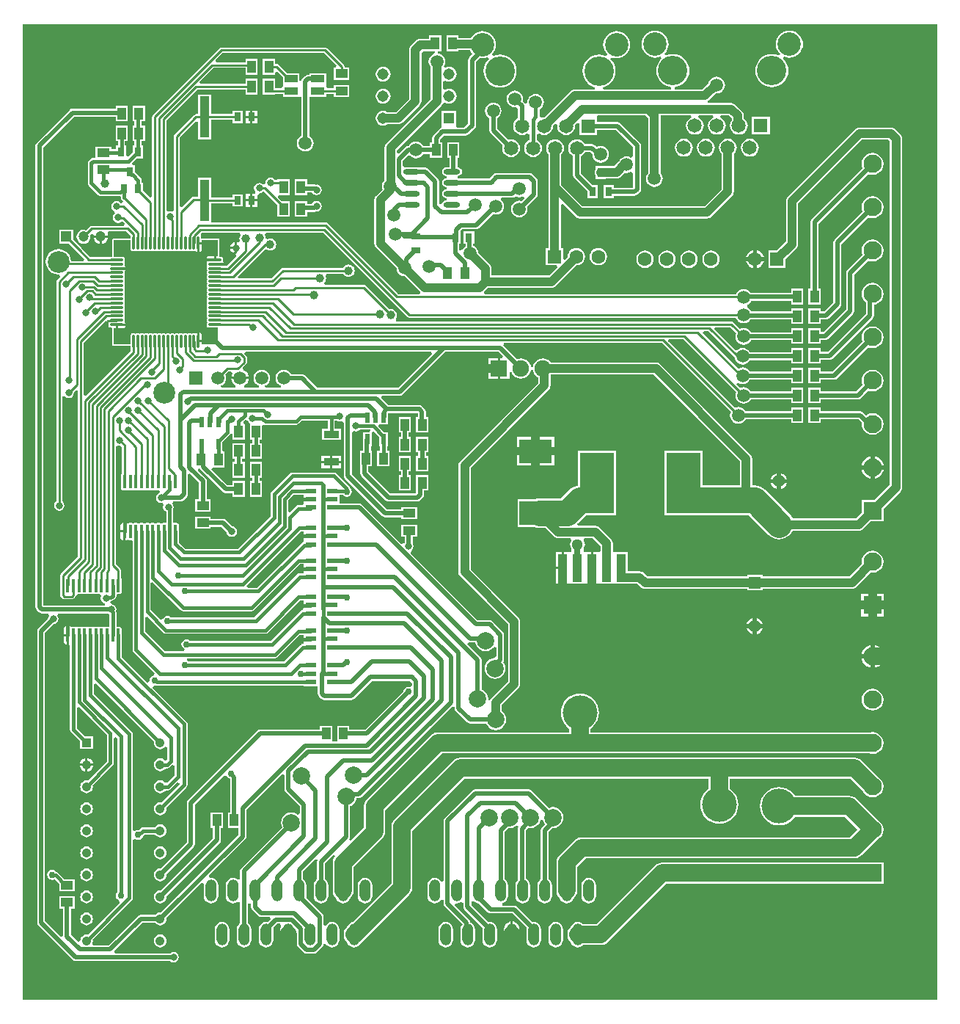
<source format=gtl>
G04*
G04 #@! TF.GenerationSoftware,Altium Limited,Altium Designer,20.0.13 (296)*
G04*
G04 Layer_Physical_Order=1*
G04 Layer_Color=255*
%FSLAX44Y44*%
%MOMM*%
G71*
G01*
G75*
%ADD16C,0.2540*%
%ADD17C,2.5240*%
G04:AMPARAMS|DCode=18|XSize=1.57mm|YSize=0.41mm|CornerRadius=0.0513mm|HoleSize=0mm|Usage=FLASHONLY|Rotation=270.000|XOffset=0mm|YOffset=0mm|HoleType=Round|Shape=RoundedRectangle|*
%AMROUNDEDRECTD18*
21,1,1.5700,0.3075,0,0,270.0*
21,1,1.4675,0.4100,0,0,270.0*
1,1,0.1025,-0.1538,-0.7338*
1,1,0.1025,-0.1538,0.7338*
1,1,0.1025,0.1538,0.7338*
1,1,0.1025,0.1538,-0.7338*
%
%ADD18ROUNDEDRECTD18*%
%ADD19R,0.8000X1.1000*%
G04:AMPARAMS|DCode=20|XSize=1.47mm|YSize=0.28mm|CornerRadius=0.035mm|HoleSize=0mm|Usage=FLASHONLY|Rotation=270.000|XOffset=0mm|YOffset=0mm|HoleType=Round|Shape=RoundedRectangle|*
%AMROUNDEDRECTD20*
21,1,1.4700,0.2100,0,0,270.0*
21,1,1.4000,0.2800,0,0,270.0*
1,1,0.0700,-0.1050,-0.7000*
1,1,0.0700,-0.1050,0.7000*
1,1,0.0700,0.1050,0.7000*
1,1,0.0700,0.1050,-0.7000*
%
%ADD20ROUNDEDRECTD20*%
G04:AMPARAMS|DCode=21|XSize=1.47mm|YSize=0.28mm|CornerRadius=0.035mm|HoleSize=0mm|Usage=FLASHONLY|Rotation=0.000|XOffset=0mm|YOffset=0mm|HoleType=Round|Shape=RoundedRectangle|*
%AMROUNDEDRECTD21*
21,1,1.4700,0.2100,0,0,0.0*
21,1,1.4000,0.2800,0,0,0.0*
1,1,0.0700,0.7000,-0.1050*
1,1,0.0700,-0.7000,-0.1050*
1,1,0.0700,-0.7000,0.1050*
1,1,0.0700,0.7000,0.1050*
%
%ADD21ROUNDEDRECTD21*%
%ADD22R,1.0000X1.4000*%
%ADD23R,0.8000X1.0000*%
%ADD24R,1.4000X1.0000*%
%ADD25R,1.1000X4.8000*%
%ADD26R,1.8000X0.9000*%
%ADD27R,0.5900X1.2100*%
%ADD28R,1.0000X0.8000*%
%ADD29O,1.9000X0.6000*%
%ADD30R,1.0500X3.2000*%
%ADD31R,10.4500X8.3000*%
%ADD32R,4.0000X7.0000*%
%ADD33R,3.8100X2.7940*%
%ADD34R,1.2100X0.5800*%
%ADD35R,1.5000X0.9000*%
%ADD36C,2.0000*%
%ADD86C,0.5000*%
%ADD87C,1.0000*%
%ADD88C,0.7000*%
%ADD89C,0.4000*%
%ADD90C,3.0000*%
%ADD91C,0.4500*%
%ADD92C,1.2000*%
%ADD93R,1.2000X1.2000*%
%ADD94C,2.7000*%
%ADD95C,1.6500*%
%ADD96R,1.6500X1.6500*%
%ADD97C,3.4000*%
%ADD98C,1.9050*%
%ADD99R,1.9050X1.9050*%
%ADD100C,1.5000*%
%ADD101R,1.5000X1.5000*%
%ADD102C,1.6000*%
%ADD103R,1.6000X1.6000*%
%ADD104C,2.1000*%
%ADD105R,2.1000X2.1000*%
%ADD106C,1.4000*%
%ADD107R,1.4000X1.4000*%
%ADD108R,1.6000X1.6000*%
%ADD109R,1.3080X1.3080*%
%ADD110C,1.3080*%
%ADD111R,1.0600X1.0600*%
%ADD112C,1.0600*%
%ADD113O,1.2700X2.5400*%
%ADD114C,0.8000*%
%ADD115C,4.0000*%
%ADD116C,1.0000*%
%ADD117C,0.7500*%
%ADD118C,1.3000*%
%ADD119C,1.2700*%
%ADD120C,2.0000*%
G36*
X1056000Y0D02*
X0D01*
Y1125000D01*
X1056000D01*
Y0D01*
D02*
G37*
%LPC*%
G36*
X530500Y1117075D02*
X527462Y1116776D01*
X524540Y1115889D01*
X521847Y1114450D01*
X519487Y1112513D01*
X517550Y1110153D01*
X517099Y1109310D01*
X503000D01*
Y1112000D01*
X489000D01*
Y1103459D01*
X488940Y1103000D01*
Y1102250D01*
X489000Y1101791D01*
Y1094000D01*
X503000D01*
Y1095190D01*
X516298D01*
X517550Y1092847D01*
X519245Y1090781D01*
X515437Y1086972D01*
X514442Y1085483D01*
X514093Y1083728D01*
Y1010510D01*
X509171Y1005588D01*
X500804D01*
X500640Y1008060D01*
X500640Y1008128D01*
Y1025140D01*
X483560D01*
Y1008060D01*
X483560D01*
X483657Y1005520D01*
X482244Y1005239D01*
X480756Y1004244D01*
X473756Y997244D01*
X472761Y995756D01*
X472412Y994000D01*
Y989000D01*
X470000D01*
Y984588D01*
X462382D01*
X462298Y984791D01*
X460775Y986775D01*
X458791Y988298D01*
X456480Y989256D01*
X454000Y989582D01*
X451520Y989256D01*
X449209Y988298D01*
X447225Y986775D01*
X445702Y984791D01*
X445618Y984588D01*
X444929D01*
X443173Y984239D01*
X441685Y983244D01*
X433907Y975467D01*
X431560Y976439D01*
Y979576D01*
X482993Y1031008D01*
X484114Y1032470D01*
X484646Y1033754D01*
X486057Y1034463D01*
X487463Y1034793D01*
X487793Y1034540D01*
X489871Y1033680D01*
X492100Y1033386D01*
X494329Y1033680D01*
X496407Y1034540D01*
X498191Y1035909D01*
X499560Y1037693D01*
X500420Y1039771D01*
X500714Y1042000D01*
X500420Y1044229D01*
X499560Y1046307D01*
X498191Y1048091D01*
X496407Y1049460D01*
X494329Y1050320D01*
X492100Y1050614D01*
X489871Y1050320D01*
X487793Y1049460D01*
X487600Y1049312D01*
X485060Y1050564D01*
Y1058836D01*
X487600Y1060088D01*
X487793Y1059940D01*
X489871Y1059080D01*
X492100Y1058786D01*
X494329Y1059080D01*
X496407Y1059940D01*
X498191Y1061309D01*
X499560Y1063093D01*
X500420Y1065171D01*
X500714Y1067400D01*
X500420Y1069629D01*
X499560Y1071707D01*
X498191Y1073491D01*
X496407Y1074860D01*
X494329Y1075720D01*
X492100Y1076014D01*
X489871Y1075720D01*
X487793Y1074860D01*
X487600Y1074712D01*
X487490Y1074750D01*
X485748Y1076492D01*
X486298Y1077209D01*
X487256Y1079520D01*
X487582Y1082000D01*
X487256Y1084480D01*
X486298Y1086791D01*
X484776Y1088775D01*
X482791Y1090298D01*
X480480Y1091255D01*
X479525Y1091381D01*
X478926Y1091460D01*
X479053Y1093388D01*
X479053D01*
X479093Y1094000D01*
X483000D01*
Y1100541D01*
X483060Y1101000D01*
Y1103000D01*
X483000Y1103459D01*
Y1112000D01*
X469000D01*
Y1108060D01*
X458858D01*
X457030Y1107820D01*
X455328Y1107114D01*
X453865Y1105993D01*
X448008Y1100135D01*
X446885Y1098672D01*
X446180Y1096970D01*
X445940Y1095142D01*
Y1038924D01*
X430676Y1023660D01*
X420727D01*
X420207Y1024060D01*
X418129Y1024920D01*
X415900Y1025214D01*
X413671Y1024920D01*
X411593Y1024060D01*
X409809Y1022691D01*
X408440Y1020907D01*
X407580Y1018829D01*
X407286Y1016600D01*
X407580Y1014371D01*
X408440Y1012293D01*
X409809Y1010509D01*
X411593Y1009140D01*
X413671Y1008280D01*
X415900Y1007986D01*
X418129Y1008280D01*
X420207Y1009140D01*
X420727Y1009540D01*
X433600D01*
X435427Y1009780D01*
X437130Y1010486D01*
X438592Y1011608D01*
X457993Y1031008D01*
X459114Y1032470D01*
X459820Y1034173D01*
X460060Y1036000D01*
Y1092218D01*
X461782Y1093940D01*
X476000D01*
X476026Y1093884D01*
X475877Y1093109D01*
X474615Y1090880D01*
X473209Y1090298D01*
X471225Y1088775D01*
X469702Y1086791D01*
X468745Y1084480D01*
X468418Y1082000D01*
X468745Y1079520D01*
X469702Y1077209D01*
X470940Y1075596D01*
Y1038924D01*
X419507Y987492D01*
X418386Y986030D01*
X417680Y984327D01*
X417440Y982500D01*
Y944980D01*
X415952Y943041D01*
X414995Y940730D01*
X414668Y938250D01*
X414995Y935770D01*
X415355Y934900D01*
X407758Y927302D01*
X406636Y925840D01*
X405930Y924137D01*
X405690Y922310D01*
Y872250D01*
X405930Y870423D01*
X406636Y868720D01*
X407758Y867258D01*
X431479Y843536D01*
X431745Y841520D01*
X432702Y839209D01*
X434225Y837225D01*
X436209Y835702D01*
X438520Y834744D01*
X440536Y834479D01*
X458641Y816374D01*
X458348Y814938D01*
X457668Y813834D01*
X433302D01*
X351778Y895358D01*
X350696Y896080D01*
X349421Y896334D01*
X217500D01*
Y918666D01*
X242000D01*
Y915000D01*
X254000D01*
Y929000D01*
X242000D01*
Y925334D01*
X217500D01*
Y948000D01*
X202500D01*
Y926334D01*
X197000D01*
X195724Y926080D01*
X194643Y925358D01*
X183181Y913896D01*
X180834Y914868D01*
Y994119D01*
X199960Y1013245D01*
X202500Y1012193D01*
Y992000D01*
X217500D01*
Y1014666D01*
X242000D01*
Y1011000D01*
X254000D01*
Y1025000D01*
X242000D01*
Y1021334D01*
X217500D01*
Y1044000D01*
X202500D01*
Y1021334D01*
X200000D01*
X198724Y1021080D01*
X197642Y1020358D01*
X175142Y997858D01*
X174420Y996776D01*
X174166Y995500D01*
Y910255D01*
X171626Y908794D01*
X170000Y909118D01*
X168374Y908794D01*
X165834Y910255D01*
Y1014119D01*
X201381Y1049666D01*
X257000D01*
Y1044000D01*
X271000D01*
Y1062000D01*
X257000D01*
Y1056334D01*
X204947D01*
X203975Y1058681D01*
X219960Y1074666D01*
X257000D01*
Y1067000D01*
X271000D01*
Y1085000D01*
X257000D01*
Y1081334D01*
X223527D01*
X222555Y1083681D01*
X230540Y1091666D01*
X347619D01*
X361938Y1077347D01*
X360966Y1075000D01*
X359000D01*
Y1061000D01*
X377000D01*
Y1075000D01*
X371334D01*
Y1076000D01*
X371080Y1077276D01*
X370358Y1078357D01*
X351357Y1097357D01*
X350276Y1098080D01*
X349000Y1098334D01*
X229159D01*
X227883Y1098080D01*
X226801Y1097357D01*
X150142Y1020698D01*
X149420Y1019617D01*
X149166Y1018341D01*
Y925868D01*
X146819Y924896D01*
X139000Y932715D01*
Y942000D01*
X137078D01*
Y945055D01*
X136768Y946616D01*
X135884Y947939D01*
X135884Y947939D01*
X129452Y954370D01*
X129069Y954627D01*
Y962486D01*
X126928D01*
X125876Y965026D01*
X130836Y969986D01*
X138569D01*
Y984986D01*
X137078D01*
Y990000D01*
X141000D01*
Y1008000D01*
X137078D01*
Y1013000D01*
X141000D01*
Y1031000D01*
X127000D01*
Y1013000D01*
X128922D01*
Y1008000D01*
X127000D01*
Y990000D01*
X128922D01*
Y984986D01*
X126569D01*
Y977254D01*
X122109Y972794D01*
X119569Y973846D01*
Y984986D01*
X117863D01*
Y990000D01*
X121000D01*
Y1008000D01*
X107000D01*
Y990000D01*
X109706D01*
Y984986D01*
X107569D01*
Y981322D01*
X102000D01*
Y984000D01*
X84000D01*
Y971078D01*
X81343D01*
X79782Y970768D01*
X78459Y969884D01*
X78459Y969884D01*
X76116Y967541D01*
X75232Y966218D01*
X74922Y964657D01*
X74922Y964657D01*
Y942000D01*
X74922Y942000D01*
X75232Y940439D01*
X76116Y939116D01*
X87116Y928116D01*
X88439Y927232D01*
X90000Y926922D01*
X90000Y926922D01*
X112657D01*
X112657Y926922D01*
X112922Y925172D01*
Y925000D01*
X113232Y923439D01*
X114116Y922116D01*
X115439Y921232D01*
X115452Y920860D01*
X113083Y918337D01*
X112987Y918336D01*
X112326Y919326D01*
X110341Y920652D01*
X108000Y921117D01*
X105659Y920652D01*
X103674Y919326D01*
X102348Y917341D01*
X101882Y915000D01*
X102348Y912659D01*
X103674Y910674D01*
X105659Y909348D01*
X106170Y906657D01*
X105674Y906326D01*
X104348Y904341D01*
X103883Y902000D01*
X104348Y899659D01*
X105674Y897674D01*
X107659Y896348D01*
X110000Y895882D01*
X112341Y896348D01*
X114326Y897674D01*
X114585Y897700D01*
X117334Y894951D01*
X116362Y892604D01*
X79270D01*
X77994Y892350D01*
X76912Y891628D01*
X72789Y887504D01*
X72088Y887794D01*
X70000Y888069D01*
X67912Y887794D01*
X65965Y886988D01*
X64294Y885706D01*
X63012Y884035D01*
X62206Y882088D01*
X61931Y880000D01*
X62206Y877912D01*
X63012Y875965D01*
X64294Y874294D01*
X65965Y873012D01*
X67912Y872206D01*
X70000Y871931D01*
X72088Y872206D01*
X74035Y873012D01*
X75706Y874294D01*
X76988Y875965D01*
X77794Y877912D01*
X78069Y880000D01*
X77794Y882088D01*
X77784Y882113D01*
X79527Y884085D01*
X79689Y884060D01*
X81680Y882229D01*
X81553Y881270D01*
X90000D01*
X98447D01*
X98320Y882229D01*
X97837Y883396D01*
X99149Y885936D01*
X119349D01*
X124166Y881119D01*
Y880263D01*
X124054Y879700D01*
Y878039D01*
X105000D01*
X104220Y877884D01*
X103558Y877442D01*
X103116Y876780D01*
X102961Y876000D01*
Y856964D01*
X77751D01*
X67908Y866807D01*
X67908Y866807D01*
X58000Y876715D01*
Y888000D01*
X42000D01*
Y872000D01*
X53285D01*
X63193Y862092D01*
X63193Y862092D01*
X70974Y854311D01*
X70002Y851964D01*
X55619D01*
X55244Y854817D01*
X53770Y858373D01*
X51427Y861427D01*
X48373Y863771D01*
X44817Y865244D01*
X41000Y865746D01*
X37183Y865244D01*
X33627Y863771D01*
X30573Y861427D01*
X28229Y858373D01*
X26756Y854817D01*
X26254Y851000D01*
X26756Y847183D01*
X28229Y843627D01*
X30573Y840573D01*
X33627Y838230D01*
X37183Y836756D01*
X41000Y836254D01*
X42090Y836397D01*
X43277Y833992D01*
X39643Y830358D01*
X38920Y829276D01*
X38666Y828000D01*
Y574988D01*
X37674Y574326D01*
X36348Y572341D01*
X35882Y570000D01*
X36348Y567659D01*
X37674Y565674D01*
X39659Y564348D01*
X42000Y563882D01*
X44341Y564348D01*
X46326Y565674D01*
X47652Y567659D01*
X48117Y570000D01*
X47652Y572341D01*
X46326Y574326D01*
X45334Y574988D01*
Y696101D01*
X47874Y696872D01*
X48674Y695674D01*
X50659Y694348D01*
X53000Y693883D01*
X55341Y694348D01*
X57326Y695674D01*
X58652Y697659D01*
X59117Y700000D01*
X58885Y701170D01*
X61319Y703604D01*
X63666Y702632D01*
Y510802D01*
X44072Y491208D01*
X43350Y490126D01*
X43096Y488851D01*
Y466570D01*
X43350Y465294D01*
X44072Y464212D01*
X45642Y462643D01*
X46724Y461920D01*
X48000Y461666D01*
X56480D01*
X57756Y461920D01*
X58838Y462643D01*
X60326Y464130D01*
X61049Y465212D01*
X61169Y465815D01*
X61595Y466689D01*
X63212Y467801D01*
X66287D01*
X67268Y467996D01*
X68000Y468485D01*
X68732Y467996D01*
X69713Y467801D01*
X72787D01*
X73768Y467996D01*
X74500Y468485D01*
X75232Y467996D01*
X76213Y467801D01*
X79288D01*
X80268Y467996D01*
X81000Y468485D01*
X81732Y467996D01*
X82712Y467801D01*
X85787D01*
X86768Y467996D01*
X87500Y468485D01*
X88232Y467996D01*
X88969Y467849D01*
X89558Y467053D01*
X90344Y465349D01*
X90332Y465261D01*
X89882Y463000D01*
X90348Y460659D01*
X91674Y458674D01*
X93659Y457348D01*
X94765Y457128D01*
X94515Y454588D01*
X23829D01*
X23588Y454829D01*
Y983100D01*
X58900Y1018412D01*
X107000D01*
Y1013000D01*
X121000D01*
Y1031000D01*
X107000D01*
Y1027588D01*
X57000D01*
X55244Y1027239D01*
X53756Y1026244D01*
X15756Y988244D01*
X14761Y986756D01*
X14412Y985000D01*
Y452929D01*
X14761Y451173D01*
X15756Y449685D01*
X18685Y446756D01*
X20173Y445761D01*
X21929Y445412D01*
X29246D01*
X29850Y444530D01*
X30371Y442872D01*
X29348Y441341D01*
X28975Y439463D01*
X17756Y428244D01*
X16761Y426756D01*
X16412Y425000D01*
Y89000D01*
X16761Y87244D01*
X17756Y85756D01*
X57827Y45685D01*
X59315Y44690D01*
X61071Y44341D01*
X170067D01*
X171659Y43277D01*
X174000Y42811D01*
X176341Y43277D01*
X178326Y44603D01*
X179652Y46588D01*
X180117Y48929D01*
X179652Y51270D01*
X178326Y53255D01*
X176341Y54581D01*
X174000Y55047D01*
X171659Y54581D01*
X170067Y53517D01*
X106598D01*
X105546Y56057D01*
X138000Y88512D01*
X152819D01*
X153294Y87894D01*
X154818Y86723D01*
X156594Y85988D01*
X158500Y85737D01*
X160406Y85988D01*
X162181Y86723D01*
X163706Y87894D01*
X164876Y89418D01*
X165612Y91194D01*
X165863Y93100D01*
X165761Y93873D01*
X206779Y134890D01*
X209067Y133586D01*
X208878Y132150D01*
Y119450D01*
X209165Y117270D01*
X210006Y115239D01*
X211345Y113495D01*
X213089Y112156D01*
X215120Y111315D01*
X217300Y111028D01*
X219480Y111315D01*
X221511Y112156D01*
X223255Y113495D01*
X224594Y115239D01*
X225435Y117270D01*
X225722Y119450D01*
Y132150D01*
X225435Y134330D01*
X224594Y136361D01*
X223255Y138105D01*
X221511Y139444D01*
X219480Y140285D01*
X217300Y140572D01*
X215864Y140383D01*
X214560Y142671D01*
X256744Y184856D01*
X257739Y186344D01*
X258088Y188100D01*
Y218511D01*
X299812Y260235D01*
X302159Y259263D01*
Y242747D01*
X302508Y240991D01*
X303503Y239503D01*
X319912Y223093D01*
Y214722D01*
X317372Y213469D01*
X316052Y214482D01*
X313133Y215691D01*
X310000Y216104D01*
X306867Y215691D01*
X303948Y214482D01*
X301441Y212558D01*
X299518Y210052D01*
X298309Y207133D01*
X297896Y204000D01*
X298309Y200867D01*
X299208Y198697D01*
X252156Y151644D01*
X251161Y150156D01*
X250812Y148400D01*
Y139467D01*
X249721Y138778D01*
X248272Y138399D01*
X246911Y139444D01*
X244880Y140285D01*
X242700Y140572D01*
X240520Y140285D01*
X238489Y139444D01*
X236745Y138105D01*
X235406Y136361D01*
X234565Y134330D01*
X234278Y132150D01*
Y119450D01*
X234565Y117270D01*
X235406Y115239D01*
X236745Y113495D01*
X238489Y112156D01*
X240520Y111315D01*
X242700Y111028D01*
X244880Y111315D01*
X246911Y112156D01*
X248272Y113201D01*
X249721Y112822D01*
X250812Y112133D01*
Y88354D01*
X249445Y87305D01*
X248106Y85561D01*
X247265Y83530D01*
X246978Y81350D01*
Y68650D01*
X247265Y66470D01*
X248106Y64439D01*
X249445Y62695D01*
X251189Y61356D01*
X253220Y60515D01*
X255400Y60228D01*
X257580Y60515D01*
X259611Y61356D01*
X261355Y62695D01*
X262694Y64439D01*
X263535Y66470D01*
X263822Y68650D01*
Y81350D01*
X263535Y83530D01*
X262694Y85561D01*
X261355Y87305D01*
X259988Y88354D01*
Y110512D01*
X262528Y111760D01*
X263512Y111002D01*
Y106900D01*
X263861Y105144D01*
X264856Y103656D01*
X271756Y96756D01*
X273244Y95761D01*
X275000Y95412D01*
X285054D01*
X286027Y93065D01*
X282509Y89547D01*
X280800Y89772D01*
X278620Y89485D01*
X276589Y88644D01*
X274845Y87305D01*
X273506Y85561D01*
X272665Y83530D01*
X272378Y81350D01*
Y68650D01*
X272665Y66470D01*
X273506Y64439D01*
X274845Y62695D01*
X276589Y61356D01*
X278620Y60515D01*
X280800Y60228D01*
X282980Y60515D01*
X285011Y61356D01*
X286755Y62695D01*
X288094Y64439D01*
X288935Y66470D01*
X289222Y68650D01*
Y81350D01*
X288997Y83059D01*
X293550Y87612D01*
X296894D01*
X298119Y85072D01*
X297539Y83671D01*
X297233Y81350D01*
Y76270D01*
X306200D01*
Y75000D01*
X307470D01*
Y59851D01*
X308521Y59989D01*
X310683Y60885D01*
X312540Y62310D01*
X313622Y63720D01*
X315263Y63630D01*
X316313Y63196D01*
X316461Y62450D01*
X317456Y60961D01*
X323862Y54556D01*
X325350Y53561D01*
X327106Y53212D01*
X336094D01*
X337850Y53561D01*
X339338Y54556D01*
X345694Y60911D01*
X346689Y62400D01*
X347038Y64156D01*
Y64243D01*
X349578Y64748D01*
X349706Y64439D01*
X351045Y62695D01*
X352789Y61356D01*
X354820Y60515D01*
X357000Y60228D01*
X359180Y60515D01*
X361211Y61356D01*
X362955Y62695D01*
X364294Y64439D01*
X365135Y66470D01*
X365422Y68650D01*
Y81350D01*
X365135Y83530D01*
X364294Y85561D01*
X362955Y87305D01*
X361211Y88644D01*
X359180Y89485D01*
X357000Y89772D01*
X354820Y89485D01*
X352789Y88644D01*
X351045Y87305D01*
X349706Y85561D01*
X349578Y85252D01*
X347038Y85757D01*
Y95900D01*
X346689Y97656D01*
X345694Y99144D01*
X327097Y117741D01*
X327322Y119450D01*
Y132150D01*
X327035Y134330D01*
X326194Y136361D01*
X324855Y138105D01*
X323488Y139154D01*
Y147999D01*
X337948Y162459D01*
X339923Y161148D01*
X340042Y160962D01*
X339712Y159300D01*
Y139154D01*
X338345Y138105D01*
X337006Y136361D01*
X336165Y134330D01*
X335878Y132150D01*
Y119450D01*
X336165Y117270D01*
X337006Y115239D01*
X338345Y113495D01*
X340089Y112156D01*
X342120Y111315D01*
X344300Y111028D01*
X346480Y111315D01*
X348511Y112156D01*
X350255Y113495D01*
X351594Y115239D01*
X352435Y117270D01*
X352722Y119450D01*
Y132150D01*
X352435Y134330D01*
X351594Y136361D01*
X350255Y138105D01*
X348888Y139154D01*
Y157400D01*
X358576Y167087D01*
X360489Y165409D01*
X359218Y163752D01*
X358009Y160833D01*
X357596Y157700D01*
Y125800D01*
X358009Y122667D01*
X359218Y119748D01*
X361142Y117241D01*
X361780Y116752D01*
X362406Y115239D01*
X363745Y113495D01*
X365489Y112156D01*
X367520Y111315D01*
X369700Y111028D01*
X371880Y111315D01*
X373911Y112156D01*
X375655Y113495D01*
X376994Y115239D01*
X377620Y116752D01*
X378259Y117241D01*
X380182Y119748D01*
X381391Y122667D01*
X381804Y125800D01*
Y152687D01*
X414558Y185441D01*
X416482Y187948D01*
X417691Y190867D01*
X418104Y194000D01*
Y217987D01*
X484013Y283896D01*
X977556D01*
X977737Y283822D01*
X981000Y283392D01*
X984263Y283822D01*
X987304Y285081D01*
X989915Y287085D01*
X991919Y289696D01*
X993178Y292737D01*
X993608Y296000D01*
X993178Y299263D01*
X991919Y302304D01*
X989915Y304915D01*
X987304Y306919D01*
X984263Y308178D01*
X981000Y308608D01*
X977737Y308178D01*
X977556Y308104D01*
X655104D01*
Y312524D01*
X655282Y312619D01*
X658632Y315368D01*
X661381Y318718D01*
X663424Y322540D01*
X664682Y326687D01*
X665106Y331000D01*
X664682Y335313D01*
X663424Y339460D01*
X661381Y343282D01*
X658632Y346632D01*
X655282Y349381D01*
X651460Y351424D01*
X647313Y352682D01*
X643000Y353106D01*
X638687Y352682D01*
X634540Y351424D01*
X630718Y349381D01*
X627368Y346632D01*
X624619Y343282D01*
X622576Y339460D01*
X621318Y335313D01*
X620894Y331000D01*
X621318Y326687D01*
X622576Y322540D01*
X624619Y318718D01*
X627368Y315368D01*
X630718Y312619D01*
X630896Y312524D01*
Y308104D01*
X479000D01*
X475867Y307691D01*
X472948Y306482D01*
X470442Y304559D01*
X397441Y231558D01*
X395518Y229052D01*
X394309Y226133D01*
X393896Y223000D01*
Y199014D01*
X378615Y183732D01*
X376642Y185352D01*
X377239Y186244D01*
X377588Y188000D01*
Y222912D01*
X379052Y223518D01*
X381558Y225441D01*
X383482Y227948D01*
X384691Y230867D01*
X384877Y232282D01*
X387870D01*
X389626Y232631D01*
X391114Y233626D01*
X495872Y338383D01*
X498412Y337331D01*
Y336000D01*
X498761Y334244D01*
X499756Y332756D01*
X512756Y319756D01*
X514244Y318761D01*
X516000Y318412D01*
X534912D01*
X535518Y316948D01*
X537441Y314442D01*
X539948Y312518D01*
X542867Y311309D01*
X546000Y310896D01*
X549133Y311309D01*
X552052Y312518D01*
X554558Y314442D01*
X556482Y316948D01*
X557691Y319867D01*
X558104Y323000D01*
X557691Y326133D01*
X556482Y329052D01*
X554558Y331558D01*
X553060Y332708D01*
Y340075D01*
X571992Y359008D01*
X573115Y360470D01*
X573820Y362173D01*
X574060Y364000D01*
Y436000D01*
X573820Y437827D01*
X573115Y439530D01*
X571992Y440993D01*
X517060Y495924D01*
Y613075D01*
X607124Y703139D01*
X608246Y704601D01*
X608951Y706304D01*
X609192Y708132D01*
Y720526D01*
X609509Y720940D01*
X728075D01*
X827940Y621076D01*
Y593082D01*
X785000D01*
Y633000D01*
X741000D01*
Y559000D01*
X767165D01*
X768000Y558918D01*
X837924D01*
X860921Y535921D01*
X863510Y533797D01*
X866463Y532218D01*
X869667Y531246D01*
X873000Y530918D01*
X876332Y531246D01*
X879537Y532218D01*
X882490Y533797D01*
X885079Y535921D01*
X887203Y538510D01*
X888502Y540940D01*
X965000D01*
X966827Y541180D01*
X968530Y541885D01*
X969992Y543008D01*
X978485Y551500D01*
X993500D01*
Y566515D01*
X1012992Y586007D01*
X1014115Y587470D01*
X1014820Y589173D01*
X1015060Y591000D01*
Y993000D01*
X1014820Y994827D01*
X1014115Y996530D01*
X1012992Y997992D01*
X1007135Y1003850D01*
X1005672Y1004972D01*
X1003969Y1005678D01*
X1002142Y1005918D01*
X965858D01*
X964031Y1005678D01*
X962328Y1004972D01*
X960865Y1003850D01*
X883008Y925993D01*
X881886Y924530D01*
X881180Y922827D01*
X880940Y921000D01*
Y874324D01*
X870615Y864000D01*
X860600D01*
Y844000D01*
X880600D01*
Y854015D01*
X892992Y866408D01*
X894115Y867870D01*
X894820Y869573D01*
X895060Y871400D01*
Y918075D01*
X968782Y991797D01*
X999218D01*
X1000940Y990076D01*
Y593924D01*
X983515Y576500D01*
X968500D01*
Y561485D01*
X962076Y555060D01*
X888502D01*
X887203Y557490D01*
X885079Y560079D01*
X857079Y588079D01*
X854490Y590203D01*
X851537Y591782D01*
X848333Y592754D01*
X845000Y593082D01*
X842060D01*
Y624000D01*
X841820Y625827D01*
X841115Y627530D01*
X839993Y628992D01*
X735993Y732992D01*
X734530Y734115D01*
X732827Y734820D01*
X731000Y735060D01*
X609509D01*
X608620Y736220D01*
X606212Y738067D01*
X603409Y739228D01*
X600400Y739624D01*
X597391Y739228D01*
X594588Y738067D01*
X592180Y736220D01*
X590333Y733812D01*
X589172Y731009D01*
X588981Y729560D01*
X586419D01*
X586228Y731009D01*
X585067Y733812D01*
X583220Y736220D01*
X580812Y738067D01*
X578009Y739228D01*
X575000Y739624D01*
X571991Y739228D01*
X570777Y738725D01*
X554607Y754896D01*
X554878Y756296D01*
X555550Y757436D01*
X737849D01*
X817348Y677937D01*
X816745Y676480D01*
X816418Y674000D01*
X816745Y671520D01*
X817702Y669209D01*
X819224Y667225D01*
X821209Y665702D01*
X823520Y664744D01*
X826000Y664418D01*
X828480Y664744D01*
X830791Y665702D01*
X832775Y667225D01*
X834298Y669209D01*
X834382Y669412D01*
X887000D01*
Y665000D01*
X901000D01*
Y683000D01*
X887000D01*
Y678588D01*
X834382D01*
X834298Y678791D01*
X832775Y680775D01*
X830791Y682298D01*
X828480Y683255D01*
X826000Y683582D01*
X823520Y683255D01*
X822063Y682652D01*
X745086Y759629D01*
X746058Y761976D01*
X762309D01*
X823348Y700937D01*
X822745Y699480D01*
X822418Y697000D01*
X822745Y694520D01*
X823702Y692209D01*
X825225Y690225D01*
X827209Y688702D01*
X829520Y687745D01*
X832000Y687418D01*
X834480Y687745D01*
X836791Y688702D01*
X838775Y690225D01*
X840298Y692209D01*
X840313Y692245D01*
X887000D01*
Y687833D01*
X901000D01*
Y705833D01*
X887000D01*
Y701422D01*
X840451D01*
X840298Y701791D01*
X838775Y703775D01*
X836791Y705298D01*
X834480Y706255D01*
X832000Y706582D01*
X829520Y706255D01*
X828063Y705652D01*
X823479Y710236D01*
X823387Y710367D01*
X825047Y712260D01*
X825370Y712012D01*
X826209Y711368D01*
X828520Y710411D01*
X831000Y710085D01*
X833480Y710411D01*
X835791Y711368D01*
X837775Y712891D01*
X839298Y714876D01*
X839382Y715079D01*
X887000D01*
Y710667D01*
X901000D01*
Y728667D01*
X887000D01*
Y724255D01*
X839382D01*
X839298Y724458D01*
X837775Y726442D01*
X835791Y727965D01*
X833480Y728922D01*
X831000Y729249D01*
X828520Y728922D01*
X826209Y727965D01*
X825949Y727766D01*
X785006Y768709D01*
X785978Y771056D01*
X791229D01*
X821590Y740695D01*
X821745Y739520D01*
X822702Y737209D01*
X824224Y735225D01*
X826209Y733702D01*
X828520Y732745D01*
X831000Y732418D01*
X833480Y732745D01*
X835791Y733702D01*
X837775Y735225D01*
X839298Y737209D01*
X839486Y737662D01*
X887000D01*
Y733500D01*
X901000D01*
Y751500D01*
X887000D01*
Y746838D01*
X839262D01*
X837775Y748775D01*
X835791Y750298D01*
X833480Y751255D01*
X831000Y751582D01*
X828520Y751255D01*
X826209Y750298D01*
X824225Y748775D01*
X823019Y748696D01*
X798396Y773319D01*
X799368Y775666D01*
X816619D01*
X823348Y768937D01*
X822745Y767480D01*
X822418Y765000D01*
X822745Y762520D01*
X823702Y760209D01*
X825225Y758224D01*
X827209Y756702D01*
X829520Y755744D01*
X832000Y755418D01*
X834480Y755744D01*
X836791Y756702D01*
X838775Y758224D01*
X840298Y760209D01*
X840451Y760579D01*
X887000D01*
Y756333D01*
X901000D01*
Y774333D01*
X887000D01*
Y769755D01*
X840313D01*
X840298Y769791D01*
X838775Y771775D01*
X836791Y773298D01*
X834480Y774255D01*
X832000Y774582D01*
X829520Y774255D01*
X828063Y773652D01*
X820358Y781357D01*
X819276Y782080D01*
X818000Y782334D01*
X431531D01*
X430943Y783106D01*
X430391Y784874D01*
X431115Y785818D01*
X431820Y787520D01*
X432060Y789348D01*
X431820Y791175D01*
X431115Y792878D01*
X429992Y794340D01*
X428530Y795462D01*
X426827Y796168D01*
X425000Y796408D01*
X423235Y796176D01*
X395783Y823627D01*
X394701Y824350D01*
X393425Y824604D01*
X349065D01*
X348243Y826426D01*
X348116Y827144D01*
X349114Y828445D01*
X349820Y830148D01*
X350060Y831975D01*
X349820Y833802D01*
X349330Y834985D01*
X350028Y836623D01*
X350766Y837525D01*
X369804D01*
X369885Y837329D01*
X371008Y835867D01*
X372470Y834745D01*
X374173Y834040D01*
X376000Y833799D01*
X377827Y834040D01*
X379530Y834745D01*
X380993Y835867D01*
X382114Y837329D01*
X382820Y839032D01*
X383060Y840860D01*
X382820Y842687D01*
X382114Y844390D01*
X380993Y845852D01*
X379530Y846974D01*
X377827Y847679D01*
X376000Y847920D01*
X374173Y847679D01*
X372470Y846974D01*
X371008Y845852D01*
X369885Y844390D01*
X369804Y844194D01*
X300439D01*
X299163Y843940D01*
X298081Y843217D01*
X286698Y831834D01*
X248868D01*
X247896Y834181D01*
X279771Y866056D01*
X280508Y866008D01*
X281970Y864885D01*
X283673Y864180D01*
X285500Y863940D01*
X287327Y864180D01*
X289030Y864885D01*
X290492Y866008D01*
X291614Y867470D01*
X292320Y869173D01*
X292560Y871000D01*
X292320Y872827D01*
X291614Y874530D01*
X290492Y875993D01*
X289030Y877114D01*
X287327Y877820D01*
X285500Y878060D01*
X283673Y877820D01*
X282397Y877292D01*
X281033Y877948D01*
X280039Y878834D01*
X280060Y879000D01*
X279820Y880827D01*
X279282Y882126D01*
X279840Y883521D01*
X280677Y884666D01*
X346619D01*
X443643Y787643D01*
X444724Y786920D01*
X446000Y786666D01*
X823098D01*
X823702Y785209D01*
X825225Y783224D01*
X827209Y781702D01*
X829520Y780744D01*
X832000Y780418D01*
X834480Y780744D01*
X836791Y781702D01*
X838775Y783224D01*
X839750Y784495D01*
X887000D01*
Y779167D01*
X901000D01*
Y797167D01*
X887000D01*
Y793671D01*
X840762D01*
X840298Y794791D01*
X838775Y796775D01*
X836791Y798298D01*
X836001Y798625D01*
Y801375D01*
X836791Y801702D01*
X838775Y803225D01*
X840298Y805209D01*
X840589Y805912D01*
X887000D01*
Y802000D01*
X901000D01*
Y820000D01*
X887000D01*
Y815088D01*
X840070D01*
X838775Y816776D01*
X836791Y818298D01*
X834480Y819256D01*
X832000Y819582D01*
X829520Y819256D01*
X827209Y818298D01*
X825225Y816776D01*
X823702Y814791D01*
X823305Y813834D01*
X533332D01*
X532652Y814938D01*
X532359Y816374D01*
X536925Y820940D01*
X610499D01*
X612327Y821180D01*
X614030Y821886D01*
X615492Y823008D01*
X639459Y846974D01*
X641610Y847257D01*
X644043Y848265D01*
X646132Y849868D01*
X647735Y851957D01*
X648743Y854389D01*
X649086Y857000D01*
X648743Y859611D01*
X647735Y862043D01*
X646132Y864132D01*
X644043Y865735D01*
X641610Y866743D01*
X639000Y867086D01*
X636390Y866743D01*
X633957Y865735D01*
X631868Y864132D01*
X630265Y862043D01*
X629257Y859611D01*
X628914Y857000D01*
X628984Y856469D01*
X625947Y853432D01*
X623600Y854404D01*
Y867000D01*
X621035D01*
Y916661D01*
X623382Y917633D01*
X638008Y903008D01*
X639470Y901886D01*
X641173Y901180D01*
X643000Y900940D01*
X790000D01*
X791827Y901180D01*
X793530Y901886D01*
X794992Y903008D01*
X818842Y926858D01*
X819965Y928320D01*
X820670Y930023D01*
X820910Y931850D01*
Y975098D01*
X821160Y975290D01*
X822803Y977431D01*
X823836Y979924D01*
X824188Y982600D01*
X823836Y985276D01*
X822803Y987769D01*
X821160Y989910D01*
X819019Y991553D01*
X816526Y992586D01*
X813850Y992939D01*
X811174Y992586D01*
X808681Y991553D01*
X806540Y989910D01*
X804897Y987769D01*
X803864Y985276D01*
X803512Y982600D01*
X803864Y979924D01*
X804897Y977431D01*
X806540Y975290D01*
X806790Y975098D01*
Y934774D01*
X787076Y915060D01*
X645925D01*
X621410Y939575D01*
Y974598D01*
X621660Y974790D01*
X623303Y976931D01*
X624336Y979424D01*
X624688Y982100D01*
X624336Y984776D01*
X623303Y987269D01*
X621660Y989410D01*
X619519Y991053D01*
X617026Y992086D01*
X614350Y992439D01*
X611674Y992086D01*
X609181Y991053D01*
X607040Y989410D01*
X605397Y987269D01*
X604364Y984776D01*
X604012Y982100D01*
X604364Y979424D01*
X605397Y976931D01*
X606915Y974953D01*
Y867000D01*
X603600D01*
Y847000D01*
X616196D01*
X617168Y844653D01*
X607575Y835060D01*
X541060D01*
Y843000D01*
X540820Y844827D01*
X540115Y846530D01*
X538992Y847992D01*
X525521Y861464D01*
X525256Y863480D01*
X524298Y865791D01*
X522775Y867775D01*
X520791Y869298D01*
X520088Y869589D01*
Y872000D01*
X521000D01*
Y886000D01*
X509000D01*
Y872000D01*
X510912D01*
Y869070D01*
X509225Y867775D01*
X507702Y865791D01*
X507504Y865313D01*
X504398Y864414D01*
X503588Y864994D01*
Y872000D01*
X505000D01*
Y886000D01*
X505000Y886000D01*
X505000D01*
X506389Y887901D01*
X507030Y888541D01*
X523129D01*
X524885Y888891D01*
X526374Y889885D01*
X542610Y906122D01*
X543520Y905744D01*
X546000Y905418D01*
X548480Y905744D01*
X550791Y906702D01*
X552775Y908224D01*
X554298Y910209D01*
X555256Y912520D01*
X555582Y915000D01*
X555256Y917480D01*
X554298Y919791D01*
X552775Y921775D01*
X551803Y922522D01*
X552665Y925062D01*
X564944D01*
X566700Y925411D01*
X568188Y926406D01*
X568404Y926621D01*
X570520Y925745D01*
X573000Y925418D01*
X575480Y925745D01*
X577791Y926702D01*
X579147Y924636D01*
X575683Y921171D01*
X575480Y921255D01*
X573000Y921582D01*
X570520Y921255D01*
X568209Y920298D01*
X566225Y918775D01*
X564702Y916791D01*
X563745Y914480D01*
X563418Y912000D01*
X563745Y909520D01*
X564702Y907209D01*
X566225Y905225D01*
X568209Y903702D01*
X570520Y902745D01*
X573000Y902418D01*
X575480Y902745D01*
X577791Y903702D01*
X579775Y905225D01*
X581298Y907209D01*
X582256Y909520D01*
X582582Y912000D01*
X582256Y914480D01*
X582171Y914683D01*
X593244Y925756D01*
X594239Y927244D01*
X594588Y929000D01*
Y944000D01*
X594239Y945756D01*
X593244Y947244D01*
X588315Y952173D01*
X586827Y953168D01*
X585071Y953517D01*
X547056D01*
X545300Y953168D01*
X543812Y952173D01*
X538577Y946938D01*
X504133D01*
X503951Y947060D01*
X502000Y947448D01*
Y949952D01*
X503951Y950340D01*
X505605Y951445D01*
X506710Y953099D01*
X507098Y955050D01*
X506710Y957001D01*
X505605Y958655D01*
X503951Y959760D01*
X502000Y960148D01*
X501588D01*
Y971000D01*
X504000D01*
Y989000D01*
X490000D01*
Y971000D01*
X492412D01*
Y960148D01*
X489000D01*
X487049Y959760D01*
X485395Y958655D01*
X484290Y957001D01*
X483902Y955050D01*
X484290Y953099D01*
X485395Y951445D01*
X487049Y950340D01*
X489000Y949952D01*
Y947448D01*
X487049Y947060D01*
X485395Y945955D01*
X484290Y944301D01*
X483902Y942350D01*
X484290Y940399D01*
X485395Y938745D01*
X487049Y937640D01*
X489000Y937252D01*
Y934748D01*
X487049Y934360D01*
X485395Y933255D01*
X484290Y931601D01*
X483902Y929650D01*
X484290Y927699D01*
X485395Y926045D01*
X487049Y924940D01*
X489000Y924552D01*
Y922048D01*
X487049Y921660D01*
X485395Y920555D01*
X484290Y918901D01*
X484271Y918802D01*
X481464Y917711D01*
X480588Y918354D01*
Y944000D01*
X480239Y945756D01*
X479244Y947244D01*
X468194Y958294D01*
X466706Y959289D01*
X464950Y959638D01*
X457133D01*
X456951Y959760D01*
X455000Y960148D01*
X442000D01*
X441128Y959975D01*
X438588Y961606D01*
Y967171D01*
X444801Y973383D01*
X447225Y973224D01*
X449209Y971702D01*
X451520Y970744D01*
X454000Y970418D01*
X456480Y970744D01*
X458791Y971702D01*
X460775Y973224D01*
X462298Y975209D01*
X462382Y975412D01*
X470000D01*
Y971000D01*
X484000D01*
Y989000D01*
X481588D01*
Y992100D01*
X485900Y996412D01*
X511071D01*
X512827Y996761D01*
X514315Y997756D01*
X521925Y1005365D01*
X522920Y1006854D01*
X523269Y1008610D01*
Y1081827D01*
X527648Y1086206D01*
X530500Y1085925D01*
X533539Y1086224D01*
X536460Y1087111D01*
X536652Y1087213D01*
X538070Y1085091D01*
X537350Y1084500D01*
X534976Y1081607D01*
X533211Y1078306D01*
X532125Y1074725D01*
X531758Y1071000D01*
X532125Y1067275D01*
X533211Y1063694D01*
X534976Y1060393D01*
X537350Y1057500D01*
X540243Y1055126D01*
X543544Y1053361D01*
X547125Y1052275D01*
X550850Y1051908D01*
X554575Y1052275D01*
X558156Y1053361D01*
X561457Y1055126D01*
X564350Y1057500D01*
X566724Y1060393D01*
X568489Y1063694D01*
X569575Y1067275D01*
X569942Y1071000D01*
X569575Y1074725D01*
X568489Y1078306D01*
X566724Y1081607D01*
X564350Y1084500D01*
X561457Y1086874D01*
X558156Y1088639D01*
X554575Y1089725D01*
X550850Y1090092D01*
X547125Y1089725D01*
X543544Y1088639D01*
X542744Y1088211D01*
X541326Y1090333D01*
X541513Y1090487D01*
X543450Y1092847D01*
X544889Y1095540D01*
X545776Y1098462D01*
X546075Y1101500D01*
X545776Y1104538D01*
X544889Y1107460D01*
X543450Y1110153D01*
X541513Y1112513D01*
X539153Y1114450D01*
X536460Y1115889D01*
X533539Y1116776D01*
X530500Y1117075D01*
D02*
G37*
G36*
X885000Y1117575D02*
X881962Y1117276D01*
X879040Y1116389D01*
X876347Y1114950D01*
X873987Y1113013D01*
X872050Y1110653D01*
X870611Y1107960D01*
X869724Y1105039D01*
X869425Y1102000D01*
X869724Y1098961D01*
X870611Y1096040D01*
X872050Y1093347D01*
X873987Y1090987D01*
X874174Y1090833D01*
X872756Y1088711D01*
X871956Y1089139D01*
X868375Y1090225D01*
X864650Y1090592D01*
X860925Y1090225D01*
X857344Y1089139D01*
X854043Y1087374D01*
X851150Y1085000D01*
X848776Y1082107D01*
X847011Y1078806D01*
X845925Y1075225D01*
X845558Y1071500D01*
X845925Y1067775D01*
X847011Y1064194D01*
X848776Y1060893D01*
X851150Y1058000D01*
X854043Y1055626D01*
X857344Y1053861D01*
X860925Y1052775D01*
X864650Y1052408D01*
X868375Y1052775D01*
X871956Y1053861D01*
X875257Y1055626D01*
X878150Y1058000D01*
X880524Y1060893D01*
X882289Y1064194D01*
X883375Y1067775D01*
X883742Y1071500D01*
X883375Y1075225D01*
X882289Y1078806D01*
X880524Y1082107D01*
X878150Y1085000D01*
X877430Y1085591D01*
X878848Y1087713D01*
X879040Y1087611D01*
X881962Y1086724D01*
X885000Y1086425D01*
X888038Y1086724D01*
X890960Y1087611D01*
X893653Y1089050D01*
X896013Y1090987D01*
X897950Y1093347D01*
X899389Y1096040D01*
X900276Y1098961D01*
X900575Y1102000D01*
X900276Y1105039D01*
X899389Y1107960D01*
X897950Y1110653D01*
X896013Y1113013D01*
X893653Y1114950D01*
X890960Y1116389D01*
X888038Y1117276D01*
X885000Y1117575D01*
D02*
G37*
G36*
X730000D02*
X726962Y1117276D01*
X724040Y1116389D01*
X721347Y1114950D01*
X718987Y1113013D01*
X717050Y1110653D01*
X715611Y1107960D01*
X714724Y1105039D01*
X714425Y1102000D01*
X714724Y1098961D01*
X715611Y1096040D01*
X717050Y1093347D01*
X718987Y1090987D01*
X721347Y1089050D01*
X724040Y1087611D01*
X726962Y1086724D01*
X730000Y1086425D01*
X733038Y1086724D01*
X735960Y1087611D01*
X736152Y1087713D01*
X737570Y1085591D01*
X736850Y1085000D01*
X734476Y1082107D01*
X732711Y1078806D01*
X731625Y1075225D01*
X731258Y1071500D01*
X731625Y1067775D01*
X732711Y1064194D01*
X734476Y1060893D01*
X736850Y1058000D01*
X739743Y1055626D01*
X743044Y1053861D01*
X746625Y1052775D01*
X748398Y1052600D01*
X748273Y1050060D01*
X670324D01*
X669948Y1052600D01*
X672456Y1053361D01*
X675757Y1055126D01*
X678650Y1057500D01*
X681024Y1060393D01*
X682789Y1063694D01*
X683875Y1067275D01*
X684242Y1071000D01*
X683875Y1074725D01*
X682789Y1078306D01*
X681024Y1081607D01*
X678650Y1084500D01*
X677930Y1085091D01*
X679348Y1087213D01*
X679540Y1087111D01*
X682461Y1086224D01*
X685500Y1085925D01*
X688539Y1086224D01*
X691460Y1087111D01*
X694153Y1088550D01*
X696513Y1090487D01*
X698450Y1092847D01*
X699889Y1095540D01*
X700776Y1098462D01*
X701075Y1101500D01*
X700776Y1104538D01*
X699889Y1107460D01*
X698450Y1110153D01*
X696513Y1112513D01*
X694153Y1114450D01*
X691460Y1115889D01*
X688539Y1116776D01*
X685500Y1117075D01*
X682461Y1116776D01*
X679540Y1115889D01*
X676847Y1114450D01*
X674487Y1112513D01*
X672550Y1110153D01*
X671111Y1107460D01*
X670224Y1104538D01*
X669925Y1101500D01*
X670224Y1098462D01*
X671111Y1095540D01*
X672550Y1092847D01*
X674487Y1090487D01*
X674674Y1090333D01*
X673256Y1088211D01*
X672456Y1088639D01*
X668875Y1089725D01*
X665150Y1090092D01*
X661425Y1089725D01*
X657844Y1088639D01*
X654543Y1086874D01*
X651650Y1084500D01*
X649276Y1081607D01*
X647511Y1078306D01*
X646425Y1074725D01*
X646058Y1071000D01*
X646425Y1067275D01*
X647511Y1063694D01*
X649276Y1060393D01*
X651650Y1057500D01*
X654543Y1055126D01*
X657844Y1053361D01*
X660353Y1052600D01*
X659976Y1050060D01*
X637150D01*
X635323Y1049820D01*
X633620Y1049115D01*
X632158Y1047992D01*
X601962Y1017797D01*
X601650Y1017839D01*
X598974Y1017486D01*
X598765Y1017400D01*
X598127Y1017608D01*
X596333Y1019141D01*
Y1026512D01*
X596791Y1026702D01*
X598775Y1028224D01*
X600298Y1030209D01*
X601255Y1032520D01*
X601582Y1035000D01*
X601255Y1037480D01*
X600298Y1039791D01*
X598775Y1041775D01*
X596791Y1043298D01*
X594480Y1044255D01*
X592000Y1044582D01*
X589520Y1044255D01*
X587209Y1043298D01*
X585225Y1041775D01*
X583702Y1039791D01*
X582745Y1037480D01*
X582436Y1035137D01*
X580726Y1033305D01*
X580169Y1033095D01*
X579494Y1033994D01*
X578531Y1034957D01*
X577171Y1036317D01*
X577256Y1036520D01*
X577582Y1039000D01*
X577256Y1041480D01*
X576298Y1043791D01*
X574776Y1045776D01*
X572791Y1047298D01*
X570480Y1048255D01*
X568000Y1048582D01*
X565520Y1048255D01*
X563209Y1047298D01*
X561225Y1045776D01*
X559702Y1043791D01*
X558745Y1041480D01*
X558418Y1039000D01*
X558745Y1036520D01*
X559702Y1034209D01*
X561225Y1032225D01*
X563209Y1030702D01*
X565520Y1029744D01*
X568000Y1029418D01*
X569436Y1029607D01*
X571446Y1027900D01*
X571662Y1027489D01*
Y1016694D01*
X571081Y1016453D01*
X568940Y1014810D01*
X567297Y1012669D01*
X566264Y1010176D01*
X565912Y1007500D01*
X566264Y1004824D01*
X567297Y1002331D01*
X568940Y1000190D01*
X571081Y998547D01*
X573574Y997514D01*
X576250Y997162D01*
X578926Y997514D01*
X581419Y998547D01*
X582077Y999051D01*
X584617Y997799D01*
Y991400D01*
X583781Y991053D01*
X581640Y989410D01*
X579997Y987269D01*
X578964Y984776D01*
X578612Y982100D01*
X578964Y979424D01*
X579997Y976931D01*
X581640Y974790D01*
X583781Y973147D01*
X586274Y972114D01*
X588950Y971762D01*
X591626Y972114D01*
X594119Y973147D01*
X596260Y974790D01*
X597903Y976931D01*
X598936Y979424D01*
X599288Y982100D01*
X598936Y984776D01*
X597903Y987269D01*
X596260Y989410D01*
X594119Y991053D01*
X593283Y991400D01*
Y997799D01*
X595823Y999051D01*
X596481Y998547D01*
X598974Y997514D01*
X601650Y997162D01*
X604326Y997514D01*
X606819Y998547D01*
X608960Y1000190D01*
X610603Y1002331D01*
X611636Y1004824D01*
X611988Y1007500D01*
X611947Y1007812D01*
X614531Y1010396D01*
X616937Y1009210D01*
X616712Y1007500D01*
X617064Y1004824D01*
X618097Y1002331D01*
X619740Y1000190D01*
X621881Y998547D01*
X624374Y997514D01*
X627050Y997162D01*
X629726Y997514D01*
X632219Y998547D01*
X634360Y1000190D01*
X636003Y1002331D01*
X637036Y1004824D01*
X637388Y1007500D01*
X637231Y1008696D01*
X639853Y1011318D01*
X642200Y1010346D01*
Y997250D01*
X662700D01*
Y1002912D01*
X684600D01*
X704412Y983100D01*
Y972489D01*
X701872Y971236D01*
X701791Y971298D01*
X699480Y972255D01*
X697000Y972582D01*
X694520Y972255D01*
X692209Y971298D01*
X690225Y969775D01*
X688702Y967791D01*
X688420Y967111D01*
X682619Y961310D01*
X673000D01*
Y961750D01*
X661000D01*
Y957929D01*
X660885Y957780D01*
X660180Y956077D01*
X659940Y954250D01*
X660180Y952423D01*
X660885Y950720D01*
X661000Y950571D01*
Y946750D01*
X673000D01*
Y947190D01*
X685544D01*
X687371Y947430D01*
X689074Y948136D01*
X690536Y949258D01*
X694965Y953686D01*
X697000Y953418D01*
X699480Y953745D01*
X701791Y954702D01*
X701872Y954764D01*
X704412Y953511D01*
Y936579D01*
X704171Y936338D01*
X682500D01*
Y939250D01*
X670500D01*
Y924250D01*
X682500D01*
Y927162D01*
X706071D01*
X707827Y927511D01*
X709315Y928506D01*
X712244Y931435D01*
X713239Y932923D01*
X713588Y934679D01*
Y985000D01*
X713239Y986756D01*
X712244Y988244D01*
X689744Y1010744D01*
X688256Y1011739D01*
X686500Y1012088D01*
X662700D01*
Y1017750D01*
X662700D01*
X663546Y1019940D01*
X719075D01*
X721940Y1017076D01*
Y953404D01*
X720702Y951791D01*
X719744Y949480D01*
X719418Y947000D01*
X719744Y944520D01*
X720702Y942209D01*
X722225Y940225D01*
X724209Y938702D01*
X726520Y937745D01*
X729000Y937418D01*
X731480Y937745D01*
X733791Y938702D01*
X735775Y940225D01*
X737298Y942209D01*
X738255Y944520D01*
X738582Y947000D01*
X738255Y949480D01*
X737298Y951791D01*
X736060Y953404D01*
Y1019940D01*
X771153D01*
X771658Y1017400D01*
X770581Y1016953D01*
X768440Y1015310D01*
X766797Y1013169D01*
X765764Y1010676D01*
X765412Y1008000D01*
X765764Y1005324D01*
X766797Y1002831D01*
X768440Y1000690D01*
X770581Y999047D01*
X773074Y998014D01*
X775750Y997662D01*
X778426Y998014D01*
X780919Y999047D01*
X783060Y1000690D01*
X784703Y1002831D01*
X785736Y1005324D01*
X786088Y1008000D01*
X785736Y1010676D01*
X784703Y1013169D01*
X783060Y1015310D01*
X780919Y1016953D01*
X779842Y1017400D01*
X780347Y1019940D01*
X796553D01*
X797058Y1017400D01*
X795981Y1016953D01*
X793840Y1015310D01*
X792197Y1013169D01*
X791164Y1010676D01*
X790812Y1008000D01*
X791164Y1005324D01*
X792197Y1002831D01*
X793840Y1000690D01*
X795981Y999047D01*
X798474Y998014D01*
X801150Y997662D01*
X803826Y998014D01*
X806319Y999047D01*
X808460Y1000690D01*
X810103Y1002831D01*
X811136Y1005324D01*
X811488Y1008000D01*
X811136Y1010676D01*
X810103Y1013169D01*
X808460Y1015310D01*
X806319Y1016953D01*
X805242Y1017400D01*
X805747Y1019940D01*
X815076D01*
X818246Y1016769D01*
Y1014015D01*
X817597Y1013169D01*
X816564Y1010676D01*
X816212Y1008000D01*
X816564Y1005324D01*
X817597Y1002831D01*
X819240Y1000690D01*
X821381Y999047D01*
X823874Y998014D01*
X826550Y997662D01*
X829226Y998014D01*
X831719Y999047D01*
X833860Y1000690D01*
X835503Y1002831D01*
X836536Y1005324D01*
X836888Y1008000D01*
X836536Y1010676D01*
X835503Y1013169D01*
X833860Y1015310D01*
X832367Y1016457D01*
Y1019694D01*
X832126Y1021521D01*
X831421Y1023224D01*
X830299Y1024686D01*
X822992Y1031992D01*
X821530Y1033114D01*
X819827Y1033820D01*
X818000Y1034060D01*
X790994D01*
X790489Y1036600D01*
X791177Y1036886D01*
X792639Y1038008D01*
X800161Y1045529D01*
X801000Y1045418D01*
X803480Y1045744D01*
X805791Y1046702D01*
X807775Y1048224D01*
X809298Y1050209D01*
X810256Y1052520D01*
X810582Y1055000D01*
X810256Y1057480D01*
X809298Y1059791D01*
X807775Y1061775D01*
X805791Y1063298D01*
X803480Y1064256D01*
X801000Y1064582D01*
X798520Y1064256D01*
X796209Y1063298D01*
X794224Y1061775D01*
X792702Y1059791D01*
X791745Y1057480D01*
X791684Y1057022D01*
X784723Y1050060D01*
X752427D01*
X752302Y1052600D01*
X754075Y1052775D01*
X757656Y1053861D01*
X760957Y1055626D01*
X763850Y1058000D01*
X766224Y1060893D01*
X767989Y1064194D01*
X769075Y1067775D01*
X769442Y1071500D01*
X769075Y1075225D01*
X767989Y1078806D01*
X766224Y1082107D01*
X763850Y1085000D01*
X760957Y1087374D01*
X757656Y1089139D01*
X754075Y1090225D01*
X750350Y1090592D01*
X746625Y1090225D01*
X743044Y1089139D01*
X742244Y1088711D01*
X740826Y1090833D01*
X741013Y1090987D01*
X742950Y1093347D01*
X744389Y1096040D01*
X745276Y1098961D01*
X745575Y1102000D01*
X745276Y1105039D01*
X744389Y1107960D01*
X742950Y1110653D01*
X741013Y1113013D01*
X738653Y1114950D01*
X735960Y1116389D01*
X733038Y1117276D01*
X730000Y1117575D01*
D02*
G37*
G36*
X415900Y1076014D02*
X413671Y1075720D01*
X411593Y1074860D01*
X409809Y1073491D01*
X408440Y1071707D01*
X407580Y1069629D01*
X407286Y1067400D01*
X407580Y1065171D01*
X408440Y1063093D01*
X409809Y1061309D01*
X411593Y1059940D01*
X413671Y1059080D01*
X415900Y1058786D01*
X418129Y1059080D01*
X420207Y1059940D01*
X421991Y1061309D01*
X423360Y1063093D01*
X424220Y1065171D01*
X424514Y1067400D01*
X424220Y1069629D01*
X423360Y1071707D01*
X421991Y1073491D01*
X420207Y1074860D01*
X418129Y1075720D01*
X415900Y1076014D01*
D02*
G37*
G36*
X291000Y1085000D02*
X277000D01*
Y1067000D01*
X291000D01*
Y1069503D01*
X293540Y1070555D01*
X300000Y1064095D01*
Y1057040D01*
X300000Y1055500D01*
X300000Y1053130D01*
X298204Y1051334D01*
X291000D01*
Y1062000D01*
X277000D01*
Y1044000D01*
X291000D01*
Y1044666D01*
X300000D01*
Y1041500D01*
X318872D01*
X319000Y1041500D01*
X321412Y1041191D01*
Y996382D01*
X321209Y996298D01*
X319225Y994775D01*
X317702Y992791D01*
X316745Y990480D01*
X316418Y988000D01*
X316745Y985520D01*
X317702Y983209D01*
X319225Y981225D01*
X321209Y979702D01*
X323520Y978745D01*
X326000Y978418D01*
X328480Y978745D01*
X330791Y979702D01*
X332775Y981225D01*
X334298Y983209D01*
X335256Y985520D01*
X335582Y988000D01*
X335256Y990480D01*
X334298Y992791D01*
X332775Y994775D01*
X330791Y996298D01*
X330588Y996382D01*
Y1039131D01*
X331000Y1041500D01*
X333128Y1041500D01*
X350000D01*
Y1044666D01*
X359000D01*
Y1041000D01*
X377000D01*
Y1055000D01*
X359000D01*
Y1051334D01*
X351796D01*
X350000Y1053130D01*
Y1054500D01*
X350000Y1057040D01*
Y1068500D01*
X331000D01*
Y1066588D01*
X328929D01*
X327173Y1066239D01*
X325685Y1065244D01*
X322756Y1062315D01*
X321761Y1060827D01*
X321540Y1059715D01*
X319000Y1059965D01*
Y1068500D01*
X305025D01*
X295168Y1078357D01*
X294086Y1079080D01*
X292810Y1079334D01*
X291000D01*
Y1085000D01*
D02*
G37*
G36*
X415900Y1050614D02*
X413671Y1050320D01*
X411593Y1049460D01*
X409809Y1048091D01*
X408440Y1046307D01*
X407580Y1044229D01*
X407286Y1042000D01*
X407580Y1039771D01*
X408440Y1037693D01*
X409809Y1035909D01*
X411593Y1034540D01*
X413671Y1033680D01*
X415900Y1033386D01*
X418129Y1033680D01*
X420207Y1034540D01*
X421991Y1035909D01*
X423360Y1037693D01*
X424220Y1039771D01*
X424514Y1042000D01*
X424220Y1044229D01*
X423360Y1046307D01*
X421991Y1048091D01*
X420207Y1049460D01*
X418129Y1050320D01*
X415900Y1050614D01*
D02*
G37*
G36*
X270540Y1025540D02*
X265270D01*
Y1019270D01*
X270540D01*
Y1025540D01*
D02*
G37*
G36*
X262730D02*
X257460D01*
Y1019270D01*
X262730D01*
Y1025540D01*
D02*
G37*
G36*
X270540Y1016730D02*
X265270D01*
Y1010460D01*
X270540D01*
Y1016730D01*
D02*
G37*
G36*
X262730D02*
X257460D01*
Y1010460D01*
X262730D01*
Y1016730D01*
D02*
G37*
G36*
X862200Y1018250D02*
X841700D01*
Y997750D01*
X862200D01*
Y1018250D01*
D02*
G37*
G36*
X839250Y992939D02*
X836574Y992586D01*
X834081Y991553D01*
X831940Y989910D01*
X830297Y987769D01*
X829264Y985276D01*
X828912Y982600D01*
X829264Y979924D01*
X830297Y977431D01*
X831940Y975290D01*
X834081Y973647D01*
X836574Y972614D01*
X839250Y972262D01*
X841926Y972614D01*
X844419Y973647D01*
X846560Y975290D01*
X848203Y977431D01*
X849236Y979924D01*
X849588Y982600D01*
X849236Y985276D01*
X848203Y987769D01*
X846560Y989910D01*
X844419Y991553D01*
X841926Y992586D01*
X839250Y992939D01*
D02*
G37*
G36*
X788450D02*
X785774Y992586D01*
X783281Y991553D01*
X781140Y989910D01*
X779497Y987769D01*
X778464Y985276D01*
X778112Y982600D01*
X778464Y979924D01*
X779497Y977431D01*
X781140Y975290D01*
X783281Y973647D01*
X785774Y972614D01*
X788450Y972262D01*
X791126Y972614D01*
X793619Y973647D01*
X795760Y975290D01*
X797403Y977431D01*
X798436Y979924D01*
X798788Y982600D01*
X798436Y985276D01*
X797403Y987769D01*
X795760Y989910D01*
X793619Y991553D01*
X791126Y992586D01*
X788450Y992939D01*
D02*
G37*
G36*
X763050D02*
X760374Y992586D01*
X757881Y991553D01*
X755740Y989910D01*
X754097Y987769D01*
X753064Y985276D01*
X752712Y982600D01*
X753064Y979924D01*
X754097Y977431D01*
X755740Y975290D01*
X757881Y973647D01*
X760374Y972614D01*
X763050Y972262D01*
X765726Y972614D01*
X768219Y973647D01*
X770360Y975290D01*
X772003Y977431D01*
X773036Y979924D01*
X773388Y982600D01*
X773036Y985276D01*
X772003Y987769D01*
X770360Y989910D01*
X768219Y991553D01*
X765726Y992586D01*
X763050Y992939D01*
D02*
G37*
G36*
X543000Y1034582D02*
X540520Y1034256D01*
X538209Y1033298D01*
X536225Y1031776D01*
X534702Y1029791D01*
X533745Y1027480D01*
X533418Y1025000D01*
X533745Y1022520D01*
X534702Y1020209D01*
X536225Y1018225D01*
X538209Y1016702D01*
X538412Y1016618D01*
Y1002650D01*
X538761Y1000894D01*
X539756Y999406D01*
X553805Y985357D01*
X553564Y984776D01*
X553212Y982100D01*
X553564Y979424D01*
X554597Y976931D01*
X556240Y974790D01*
X558381Y973147D01*
X560874Y972114D01*
X563550Y971762D01*
X566226Y972114D01*
X568719Y973147D01*
X570860Y974790D01*
X572503Y976931D01*
X573536Y979424D01*
X573888Y982100D01*
X573536Y984776D01*
X572503Y987269D01*
X570860Y989410D01*
X568719Y991053D01*
X566226Y992086D01*
X563550Y992439D01*
X560874Y992086D01*
X560293Y991845D01*
X547588Y1004550D01*
Y1016618D01*
X547791Y1016702D01*
X549776Y1018225D01*
X551298Y1020209D01*
X552256Y1022520D01*
X552582Y1025000D01*
X552256Y1027480D01*
X551298Y1029791D01*
X549776Y1031776D01*
X547791Y1033298D01*
X545480Y1034256D01*
X543000Y1034582D01*
D02*
G37*
G36*
X639750Y992439D02*
X637074Y992086D01*
X634581Y991053D01*
X632440Y989410D01*
X630797Y987269D01*
X629764Y984776D01*
X629412Y982100D01*
X629764Y979424D01*
X630797Y976931D01*
X632440Y974790D01*
X634581Y973147D01*
X635162Y972906D01*
Y951000D01*
X635511Y949244D01*
X636506Y947756D01*
X651500Y932761D01*
Y924250D01*
X663500D01*
Y939250D01*
X657989D01*
X644338Y952900D01*
Y972906D01*
X644919Y973147D01*
X647060Y974790D01*
X648703Y976931D01*
X648944Y977512D01*
X655294D01*
X657463Y975342D01*
X657418Y975000D01*
X657745Y972520D01*
X658702Y970209D01*
X660225Y968225D01*
X662209Y966702D01*
X664520Y965745D01*
X667000Y965418D01*
X669480Y965745D01*
X671791Y966702D01*
X673775Y968225D01*
X675298Y970209D01*
X676255Y972520D01*
X676582Y975000D01*
X676255Y977480D01*
X675298Y979791D01*
X673775Y981776D01*
X671791Y983298D01*
X669480Y984256D01*
X667000Y984582D01*
X664520Y984256D01*
X662404Y983379D01*
X660438Y985344D01*
X658950Y986339D01*
X657194Y986688D01*
X648944D01*
X648703Y987269D01*
X647060Y989410D01*
X644919Y991053D01*
X642426Y992086D01*
X639750Y992439D01*
D02*
G37*
G36*
X981000Y976608D02*
X977737Y976178D01*
X974696Y974919D01*
X972085Y972915D01*
X970081Y970304D01*
X968822Y967263D01*
X968392Y964000D01*
X968822Y960737D01*
X969532Y959021D01*
X910756Y900244D01*
X909761Y898756D01*
X909412Y897000D01*
Y820000D01*
X907000D01*
Y802000D01*
X921000D01*
Y820000D01*
X918588D01*
Y895099D01*
X976021Y952532D01*
X977737Y951822D01*
X981000Y951392D01*
X984263Y951822D01*
X987304Y953081D01*
X989915Y955085D01*
X991919Y957696D01*
X993178Y960737D01*
X993608Y964000D01*
X993178Y967263D01*
X991919Y970304D01*
X989915Y972915D01*
X987304Y974919D01*
X984263Y976178D01*
X981000Y976608D01*
D02*
G37*
G36*
X286000Y948118D02*
X283659Y947652D01*
X281674Y946326D01*
X280348Y944341D01*
X279883Y942000D01*
X279935Y941738D01*
X279752Y941267D01*
X277557Y940307D01*
X277326Y940326D01*
X275341Y941652D01*
X273000Y942117D01*
X270659Y941652D01*
X268674Y940326D01*
X267348Y938341D01*
X266882Y936000D01*
X267348Y933659D01*
X268403Y932080D01*
X267944Y930543D01*
X267297Y929540D01*
X265270D01*
Y923270D01*
X270540D01*
Y927782D01*
X272933Y929896D01*
X273000Y929883D01*
X275341Y930348D01*
X277326Y931674D01*
X278496Y931789D01*
X294000Y916285D01*
Y903000D01*
X308000D01*
Y921000D01*
X298715D01*
X294255Y925460D01*
X295307Y928000D01*
X295998Y928000D01*
X308000D01*
Y946000D01*
X294000D01*
Y945334D01*
X290988D01*
X290326Y946326D01*
X288341Y947652D01*
X286000Y948118D01*
D02*
G37*
G36*
X328000Y946000D02*
X314000D01*
Y928000D01*
X328000D01*
Y930912D01*
X333847D01*
X334674Y929674D01*
X336659Y928348D01*
X339000Y927883D01*
X341341Y928348D01*
X343326Y929674D01*
X344652Y931659D01*
X345117Y934000D01*
X344652Y936341D01*
X343326Y938326D01*
X341341Y939652D01*
X339000Y940118D01*
X338176Y939954D01*
X337500Y940088D01*
X328000D01*
Y946000D01*
D02*
G37*
G36*
X262730Y929540D02*
X257460D01*
Y923270D01*
X262730D01*
Y929540D01*
D02*
G37*
G36*
X339000Y921117D02*
X336659Y920652D01*
X334674Y919326D01*
X333513Y917588D01*
X328000D01*
Y921000D01*
X314000D01*
Y903000D01*
X328000D01*
Y908412D01*
X337000D01*
X338756Y908761D01*
X338952Y908892D01*
X339000Y908883D01*
X341341Y909348D01*
X343326Y910674D01*
X344652Y912659D01*
X345117Y915000D01*
X344652Y917341D01*
X343326Y919326D01*
X341341Y920652D01*
X339000Y921117D01*
D02*
G37*
G36*
X270540Y920730D02*
X265270D01*
Y914460D01*
X270540D01*
Y920730D01*
D02*
G37*
G36*
X262730D02*
X257460D01*
Y914460D01*
X262730D01*
Y920730D01*
D02*
G37*
G36*
X981000Y926608D02*
X977737Y926178D01*
X974696Y924919D01*
X972085Y922915D01*
X970081Y920304D01*
X968822Y917263D01*
X968392Y914000D01*
X968822Y910737D01*
X969532Y909021D01*
X936975Y876464D01*
X935980Y874975D01*
X935631Y873219D01*
Y804120D01*
X925099Y793588D01*
X921000D01*
Y797167D01*
X907000D01*
Y779167D01*
X921000D01*
Y784412D01*
X927000D01*
X928756Y784761D01*
X930244Y785756D01*
X943464Y798975D01*
X944458Y800463D01*
X944808Y802219D01*
Y871319D01*
X976021Y902532D01*
X977737Y901822D01*
X981000Y901392D01*
X984263Y901822D01*
X987304Y903081D01*
X989915Y905085D01*
X991919Y907696D01*
X993178Y910737D01*
X993608Y914000D01*
X993178Y917263D01*
X991919Y920304D01*
X989915Y922915D01*
X987304Y924919D01*
X984263Y926178D01*
X981000Y926608D01*
D02*
G37*
G36*
X98447Y878730D02*
X91270D01*
Y871553D01*
X92229Y871680D01*
X94307Y872540D01*
X96091Y873909D01*
X97460Y875693D01*
X98320Y877771D01*
X98447Y878730D01*
D02*
G37*
G36*
X88730D02*
X81553D01*
X81680Y877771D01*
X82540Y875693D01*
X83909Y873909D01*
X85693Y872540D01*
X87771Y871680D01*
X88730Y871553D01*
Y878730D01*
D02*
G37*
G36*
X847700Y864302D02*
Y856500D01*
X855502D01*
X855469Y856751D01*
X854407Y859315D01*
X852717Y861517D01*
X850516Y863207D01*
X847952Y864269D01*
X847700Y864302D01*
D02*
G37*
G36*
X842700Y864302D02*
X842449Y864269D01*
X839884Y863207D01*
X837683Y861517D01*
X835993Y859315D01*
X834931Y856751D01*
X834898Y856500D01*
X842700D01*
Y864302D01*
D02*
G37*
G36*
X981000Y876608D02*
X977737Y876178D01*
X974696Y874919D01*
X972085Y872915D01*
X970081Y870304D01*
X968822Y867263D01*
X968392Y864000D01*
X968822Y860737D01*
X969532Y859021D01*
X951756Y841244D01*
X950761Y839756D01*
X950412Y838000D01*
Y795900D01*
X924433Y769921D01*
X921000D01*
Y774333D01*
X907000D01*
Y756333D01*
X921000D01*
Y760745D01*
X926333D01*
X928089Y761094D01*
X929578Y762089D01*
X958244Y790756D01*
X959239Y792244D01*
X959588Y794000D01*
Y836099D01*
X976021Y852532D01*
X977737Y851822D01*
X981000Y851392D01*
X984263Y851822D01*
X987304Y853081D01*
X989915Y855085D01*
X991919Y857696D01*
X993178Y860737D01*
X993608Y864000D01*
X993178Y867263D01*
X991919Y870304D01*
X989915Y872915D01*
X987304Y874919D01*
X984263Y876178D01*
X981000Y876608D01*
D02*
G37*
G36*
X664400Y867086D02*
X661789Y866743D01*
X659357Y865735D01*
X657268Y864132D01*
X655665Y862043D01*
X654657Y859611D01*
X654314Y857000D01*
X654657Y854389D01*
X655665Y851957D01*
X657268Y849868D01*
X659357Y848265D01*
X661789Y847257D01*
X664400Y846914D01*
X667010Y847257D01*
X669443Y848265D01*
X671532Y849868D01*
X673135Y851957D01*
X674143Y854389D01*
X674486Y857000D01*
X674143Y859611D01*
X673135Y862043D01*
X671532Y864132D01*
X669443Y865735D01*
X667010Y866743D01*
X664400Y867086D01*
D02*
G37*
G36*
X794400Y864086D02*
X791789Y863743D01*
X789357Y862735D01*
X787268Y861132D01*
X785665Y859043D01*
X784657Y856610D01*
X784314Y854000D01*
X784657Y851389D01*
X785665Y848957D01*
X787268Y846868D01*
X789357Y845265D01*
X791789Y844257D01*
X794400Y843914D01*
X797010Y844257D01*
X799443Y845265D01*
X801532Y846868D01*
X803135Y848957D01*
X804143Y851389D01*
X804486Y854000D01*
X804143Y856610D01*
X803135Y859043D01*
X801532Y861132D01*
X799443Y862735D01*
X797010Y863743D01*
X794400Y864086D01*
D02*
G37*
G36*
X769000D02*
X766389Y863743D01*
X763957Y862735D01*
X761868Y861132D01*
X760265Y859043D01*
X759257Y856610D01*
X758914Y854000D01*
X759257Y851389D01*
X760265Y848957D01*
X761868Y846868D01*
X763957Y845265D01*
X766389Y844257D01*
X769000Y843914D01*
X771610Y844257D01*
X774043Y845265D01*
X776132Y846868D01*
X777735Y848957D01*
X778743Y851389D01*
X779086Y854000D01*
X778743Y856610D01*
X777735Y859043D01*
X776132Y861132D01*
X774043Y862735D01*
X771610Y863743D01*
X769000Y864086D01*
D02*
G37*
G36*
X743600D02*
X740990Y863743D01*
X738557Y862735D01*
X736468Y861132D01*
X734865Y859043D01*
X733857Y856610D01*
X733514Y854000D01*
X733857Y851389D01*
X734865Y848957D01*
X736468Y846868D01*
X738557Y845265D01*
X740990Y844257D01*
X743600Y843914D01*
X746210Y844257D01*
X748643Y845265D01*
X750732Y846868D01*
X752335Y848957D01*
X753343Y851389D01*
X753686Y854000D01*
X753343Y856610D01*
X752335Y859043D01*
X750732Y861132D01*
X748643Y862735D01*
X746210Y863743D01*
X743600Y864086D01*
D02*
G37*
G36*
X718200D02*
X715590Y863743D01*
X713157Y862735D01*
X711068Y861132D01*
X709465Y859043D01*
X708457Y856610D01*
X708114Y854000D01*
X708457Y851389D01*
X709465Y848957D01*
X711068Y846868D01*
X713157Y845265D01*
X715590Y844257D01*
X718200Y843914D01*
X720810Y844257D01*
X723243Y845265D01*
X725332Y846868D01*
X726935Y848957D01*
X727943Y851389D01*
X728286Y854000D01*
X727943Y856610D01*
X726935Y859043D01*
X725332Y861132D01*
X723243Y862735D01*
X720810Y863743D01*
X718200Y864086D01*
D02*
G37*
G36*
X842700Y851500D02*
X834898D01*
X834931Y851248D01*
X835993Y848684D01*
X837683Y846483D01*
X839884Y844793D01*
X842449Y843731D01*
X842700Y843698D01*
Y851500D01*
D02*
G37*
G36*
X855502D02*
X847700D01*
Y843698D01*
X847952Y843731D01*
X850516Y844793D01*
X852717Y846483D01*
X854407Y848684D01*
X855469Y851248D01*
X855502Y851500D01*
D02*
G37*
G36*
X981000Y776608D02*
X977737Y776178D01*
X974696Y774919D01*
X972085Y772915D01*
X970081Y770304D01*
X968822Y767263D01*
X968392Y764000D01*
X968822Y760737D01*
X969532Y759021D01*
X934766Y724255D01*
X921000D01*
Y728667D01*
X907000D01*
Y710667D01*
X921000D01*
Y715079D01*
X936667D01*
X938422Y715428D01*
X939911Y716422D01*
X976021Y752532D01*
X977737Y751822D01*
X981000Y751392D01*
X984263Y751822D01*
X987304Y753081D01*
X989915Y755085D01*
X991919Y757696D01*
X993178Y760737D01*
X993608Y764000D01*
X993178Y767263D01*
X991919Y770304D01*
X989915Y772915D01*
X987304Y774919D01*
X984263Y776178D01*
X981000Y776608D01*
D02*
G37*
G36*
Y826608D02*
X977737Y826178D01*
X974696Y824919D01*
X972085Y822915D01*
X970081Y820304D01*
X968822Y817263D01*
X968392Y814000D01*
X968822Y810737D01*
X970081Y807696D01*
X972085Y805085D01*
X973350Y804114D01*
Y790839D01*
X929600Y747088D01*
X921000D01*
Y751500D01*
X907000D01*
Y733500D01*
X921000D01*
Y737912D01*
X931500D01*
X933256Y738261D01*
X934744Y739256D01*
X981183Y785694D01*
X982177Y787183D01*
X982527Y788939D01*
Y801593D01*
X984263Y801822D01*
X987304Y803081D01*
X989915Y805085D01*
X991919Y807696D01*
X993178Y810737D01*
X993608Y814000D01*
X993178Y817263D01*
X991919Y820304D01*
X989915Y822915D01*
X987304Y824919D01*
X984263Y826178D01*
X981000Y826608D01*
D02*
G37*
G36*
Y726608D02*
X977737Y726178D01*
X974696Y724919D01*
X972085Y722915D01*
X970081Y720304D01*
X968822Y717263D01*
X968392Y714000D01*
X968822Y710737D01*
X969532Y709021D01*
X961933Y701422D01*
X921000D01*
Y705833D01*
X907000D01*
Y687833D01*
X921000D01*
Y692245D01*
X963833D01*
X965589Y692594D01*
X967078Y693589D01*
X976021Y702532D01*
X977737Y701822D01*
X981000Y701392D01*
X984263Y701822D01*
X987304Y703081D01*
X989915Y705085D01*
X991919Y707696D01*
X993178Y710737D01*
X993608Y714000D01*
X993178Y717263D01*
X991919Y720304D01*
X989915Y722915D01*
X987304Y724919D01*
X984263Y726178D01*
X981000Y726608D01*
D02*
G37*
G36*
X921000Y683000D02*
X907000D01*
Y665000D01*
X921000D01*
Y669412D01*
X964770D01*
X968600Y665581D01*
X968392Y664000D01*
X968822Y660737D01*
X970081Y657696D01*
X972085Y655085D01*
X974696Y653081D01*
X977737Y651822D01*
X981000Y651392D01*
X984263Y651822D01*
X987304Y653081D01*
X989915Y655085D01*
X991919Y657696D01*
X993178Y660737D01*
X993608Y664000D01*
X993178Y667263D01*
X991919Y670304D01*
X989915Y672915D01*
X987304Y674919D01*
X984263Y676178D01*
X981000Y676608D01*
X977737Y676178D01*
X974696Y674919D01*
X973307Y673852D01*
X969915Y677244D01*
X968426Y678239D01*
X966670Y678588D01*
X921000D01*
Y683000D01*
D02*
G37*
G36*
X613590Y649195D02*
X597000D01*
Y637685D01*
X613590D01*
Y649195D01*
D02*
G37*
G36*
X587000D02*
X570410D01*
Y637685D01*
X587000D01*
Y649195D01*
D02*
G37*
G36*
X983500Y626823D02*
Y616500D01*
X993823D01*
X993704Y617404D01*
X992390Y620576D01*
X990300Y623300D01*
X987576Y625390D01*
X984404Y626704D01*
X983500Y626823D01*
D02*
G37*
G36*
X978500Y626823D02*
X977596Y626704D01*
X974424Y625390D01*
X971700Y623300D01*
X969610Y620576D01*
X968296Y617404D01*
X968177Y616500D01*
X978500D01*
Y626823D01*
D02*
G37*
G36*
X613590Y627685D02*
X597000D01*
Y616175D01*
X613590D01*
Y627685D01*
D02*
G37*
G36*
X587000D02*
X570410D01*
Y616175D01*
X587000D01*
Y627685D01*
D02*
G37*
G36*
X993823Y611500D02*
X983500D01*
Y601177D01*
X984404Y601296D01*
X987576Y602610D01*
X990300Y604700D01*
X992390Y607424D01*
X993704Y610596D01*
X993823Y611500D01*
D02*
G37*
G36*
X978500D02*
X968177D01*
X968296Y610596D01*
X969610Y607424D01*
X971700Y604700D01*
X974424Y602610D01*
X977596Y601296D01*
X978500Y601177D01*
Y611500D01*
D02*
G37*
G36*
X875500Y607290D02*
Y600500D01*
X882290D01*
X881333Y602811D01*
X879804Y604804D01*
X877811Y606333D01*
X875500Y607290D01*
D02*
G37*
G36*
X870500Y607290D02*
X868189Y606333D01*
X866196Y604804D01*
X864667Y602811D01*
X863709Y600500D01*
X870500D01*
Y607290D01*
D02*
G37*
G36*
Y595500D02*
X863709D01*
X864667Y593189D01*
X866196Y591196D01*
X868189Y589667D01*
X870500Y588709D01*
Y595500D01*
D02*
G37*
G36*
X882290D02*
X875500D01*
Y588709D01*
X877811Y589667D01*
X879804Y591196D01*
X881333Y593189D01*
X882290Y595500D01*
D02*
G37*
G36*
X685000Y633000D02*
X641000D01*
Y592885D01*
X639667Y592754D01*
X636463Y591782D01*
X633510Y590203D01*
X630921Y588079D01*
X621239Y578397D01*
X597080D01*
X593747Y578069D01*
X591163Y577285D01*
X570950D01*
Y545345D01*
X591163D01*
X593747Y544561D01*
X597080Y544233D01*
X602962D01*
X612687Y534508D01*
X614149Y533386D01*
X615852Y532680D01*
X617679Y532440D01*
X632043D01*
X633296Y529900D01*
X632825Y529287D01*
X631969Y527219D01*
X631677Y525000D01*
X631969Y522781D01*
X632825Y520713D01*
X633399Y519966D01*
X633136Y517126D01*
X632902Y516723D01*
X632102Y516234D01*
X630790Y516540D01*
X630434Y516540D01*
X624270D01*
Y498000D01*
Y479460D01*
X630434D01*
X630790Y479460D01*
X633106Y480000D01*
X633330Y480000D01*
X646894Y480000D01*
X649210Y479460D01*
X649566Y479460D01*
X655730D01*
Y498000D01*
Y516540D01*
X649566D01*
X649210Y516540D01*
X648398Y516351D01*
X647729Y516823D01*
X647543Y517100D01*
X647300Y520225D01*
X647675Y520713D01*
X648531Y522781D01*
X648823Y525000D01*
X648531Y527219D01*
X647675Y529287D01*
X647204Y529900D01*
X648457Y532440D01*
X657896D01*
X666940Y523396D01*
Y517482D01*
X664790Y516540D01*
X664434Y516540D01*
X658270D01*
Y498000D01*
Y479460D01*
X664434D01*
X664790Y479460D01*
X667106Y480000D01*
X667330Y480000D01*
X681210D01*
X681250Y480000D01*
X683750D01*
X683790Y480000D01*
X690791D01*
X691250Y479940D01*
X709327D01*
X713259Y476008D01*
X714721Y474885D01*
X716424Y474180D01*
X718251Y473940D01*
X836000D01*
Y472000D01*
X854000D01*
Y473940D01*
X957000D01*
X958827Y474180D01*
X960530Y474885D01*
X961992Y476008D01*
X978682Y492697D01*
X981000Y492392D01*
X984263Y492822D01*
X987304Y494081D01*
X989915Y496085D01*
X991919Y498696D01*
X993178Y501737D01*
X993608Y505000D01*
X993178Y508263D01*
X991919Y511304D01*
X989915Y513915D01*
X987304Y515919D01*
X984263Y517178D01*
X981000Y517608D01*
X977737Y517178D01*
X974696Y515919D01*
X972085Y513915D01*
X970081Y511304D01*
X968822Y508263D01*
X968392Y505000D01*
X968697Y502682D01*
X954075Y488060D01*
X854000D01*
Y490000D01*
X836000D01*
Y488060D01*
X721176D01*
X717244Y491992D01*
X715781Y493115D01*
X714079Y493820D01*
X712251Y494060D01*
X698250D01*
Y516000D01*
X683790D01*
X683750Y516000D01*
X681250D01*
X681060Y518479D01*
Y526321D01*
X680820Y528148D01*
X680115Y529851D01*
X678992Y531314D01*
X665814Y544492D01*
X664351Y545615D01*
X662648Y546320D01*
X660821Y546560D01*
X641137D01*
X640229Y549100D01*
X640394Y549236D01*
X650076Y558918D01*
X658000D01*
X658835Y559000D01*
X685000D01*
Y633000D01*
D02*
G37*
G36*
X621730Y516540D02*
X615210D01*
Y499270D01*
X621730D01*
Y516540D01*
D02*
G37*
G36*
Y496730D02*
X615210D01*
Y479460D01*
X621730D01*
Y496730D01*
D02*
G37*
G36*
X994040Y468040D02*
X986000D01*
Y460000D01*
X994040D01*
Y468040D01*
D02*
G37*
G36*
X976000D02*
X967960D01*
Y460000D01*
X976000D01*
Y468040D01*
D02*
G37*
G36*
X994040Y450000D02*
X986000D01*
Y441960D01*
X994040D01*
Y450000D01*
D02*
G37*
G36*
X976000D02*
X967960D01*
Y441960D01*
X976000D01*
Y450000D01*
D02*
G37*
G36*
X847500Y440290D02*
Y433500D01*
X854290D01*
X853333Y435811D01*
X851804Y437804D01*
X849811Y439333D01*
X847500Y440290D01*
D02*
G37*
G36*
X842500Y440290D02*
X840189Y439333D01*
X838196Y437804D01*
X836667Y435811D01*
X835710Y433500D01*
X842500D01*
Y440290D01*
D02*
G37*
G36*
Y428500D02*
X835710D01*
X836667Y426189D01*
X838196Y424196D01*
X840189Y422667D01*
X842500Y421710D01*
Y428500D01*
D02*
G37*
G36*
X854290D02*
X847500D01*
Y421710D01*
X849811Y422667D01*
X851804Y424196D01*
X853333Y426189D01*
X854290Y428500D01*
D02*
G37*
G36*
X983500Y408823D02*
Y398500D01*
X993823D01*
X993704Y399404D01*
X992390Y402576D01*
X990300Y405300D01*
X987576Y407390D01*
X984404Y408704D01*
X983500Y408823D01*
D02*
G37*
G36*
X978500Y408823D02*
X977596Y408704D01*
X974424Y407390D01*
X971700Y405300D01*
X969610Y402576D01*
X968296Y399404D01*
X968177Y398500D01*
X978500D01*
Y408823D01*
D02*
G37*
G36*
X993823Y393500D02*
X983500D01*
Y383177D01*
X984404Y383296D01*
X987576Y384610D01*
X990300Y386700D01*
X992390Y389424D01*
X993704Y392596D01*
X993823Y393500D01*
D02*
G37*
G36*
X978500D02*
X968177D01*
X968296Y392596D01*
X969610Y389424D01*
X971700Y386700D01*
X974424Y384610D01*
X977596Y383296D01*
X978500Y383177D01*
Y393500D01*
D02*
G37*
G36*
X981000Y358608D02*
X977737Y358178D01*
X974696Y356919D01*
X972085Y354915D01*
X970081Y352304D01*
X968822Y349263D01*
X968392Y346000D01*
X968822Y342737D01*
X970081Y339696D01*
X972085Y337085D01*
X974696Y335081D01*
X977737Y333822D01*
X981000Y333392D01*
X984263Y333822D01*
X987304Y335081D01*
X989915Y337085D01*
X991919Y339696D01*
X993178Y342737D01*
X993608Y346000D01*
X993178Y349263D01*
X991919Y352304D01*
X989915Y354915D01*
X987304Y356919D01*
X984263Y358178D01*
X981000Y358608D01*
D02*
G37*
G36*
X960000Y279104D02*
X505000D01*
X501867Y278691D01*
X498948Y277482D01*
X496441Y275558D01*
X428994Y208111D01*
X427071Y205605D01*
X425862Y202686D01*
X425449Y199553D01*
Y134216D01*
X380794Y89561D01*
X380220Y89485D01*
X378189Y88644D01*
X376445Y87305D01*
X375106Y85561D01*
X374480Y84048D01*
X373842Y83559D01*
X371918Y81052D01*
X370709Y78133D01*
X370296Y75000D01*
X370709Y71867D01*
X371918Y68948D01*
X373842Y66441D01*
X374480Y65952D01*
X375106Y64439D01*
X376445Y62695D01*
X378189Y61356D01*
X380220Y60515D01*
X382400Y60228D01*
X384580Y60515D01*
X386611Y61356D01*
X388355Y62695D01*
X389694Y64439D01*
X389878Y64883D01*
X391908Y66441D01*
X446111Y120645D01*
X448035Y123151D01*
X449244Y126070D01*
X449656Y129203D01*
Y194540D01*
X510014Y254896D01*
X791896D01*
Y243476D01*
X791718Y243381D01*
X788368Y240632D01*
X785619Y237282D01*
X783576Y233460D01*
X782318Y229313D01*
X781894Y225000D01*
X782318Y220687D01*
X783576Y216540D01*
X785619Y212718D01*
X788368Y209368D01*
X791718Y206619D01*
X795540Y204576D01*
X799687Y203318D01*
X804000Y202894D01*
X808313Y203318D01*
X812460Y204576D01*
X816282Y206619D01*
X819632Y209368D01*
X822381Y212718D01*
X824424Y216540D01*
X825682Y220687D01*
X826106Y225000D01*
X825682Y229313D01*
X824424Y233460D01*
X822381Y237282D01*
X819632Y240632D01*
X816282Y243381D01*
X816104Y243476D01*
Y254896D01*
X954986D01*
X970006Y239876D01*
X970081Y239696D01*
X972085Y237085D01*
X974696Y235081D01*
X977737Y233822D01*
X981000Y233392D01*
X984263Y233822D01*
X987304Y235081D01*
X989915Y237085D01*
X991919Y239696D01*
X993178Y242737D01*
X993608Y246000D01*
X993178Y249263D01*
X991919Y252304D01*
X989915Y254915D01*
X987304Y256919D01*
X987123Y256994D01*
X968559Y275558D01*
X966052Y277482D01*
X963133Y278691D01*
X960000Y279104D01*
D02*
G37*
G36*
X584000Y242588D02*
X522000D01*
X520244Y242239D01*
X518756Y241244D01*
X486806Y209294D01*
X485811Y207806D01*
X485462Y206050D01*
Y136557D01*
X482922Y136052D01*
X482794Y136361D01*
X481455Y138105D01*
X479711Y139444D01*
X477680Y140285D01*
X475500Y140572D01*
X473320Y140285D01*
X471289Y139444D01*
X469545Y138105D01*
X468206Y136361D01*
X467365Y134330D01*
X467078Y132150D01*
Y119450D01*
X467365Y117270D01*
X468206Y115239D01*
X469545Y113495D01*
X471289Y112156D01*
X473320Y111315D01*
X475500Y111028D01*
X477680Y111315D01*
X479711Y112156D01*
X481455Y113495D01*
X482794Y115239D01*
X482922Y115548D01*
X485462Y115043D01*
Y110950D01*
X485811Y109194D01*
X486806Y107706D01*
X507454Y87057D01*
X506306Y85561D01*
X505465Y83530D01*
X505178Y81350D01*
Y68650D01*
X505465Y66470D01*
X506306Y64439D01*
X507645Y62695D01*
X509389Y61356D01*
X511420Y60515D01*
X513600Y60228D01*
X515780Y60515D01*
X517811Y61356D01*
X519555Y62695D01*
X520894Y64439D01*
X521735Y66470D01*
X522022Y68650D01*
Y81350D01*
X521735Y83530D01*
X520894Y85561D01*
X519555Y87305D01*
X517811Y88644D01*
X516666Y89118D01*
X516366Y90629D01*
X515371Y92118D01*
X498738Y108751D01*
X499924Y111156D01*
X500900Y111028D01*
X503080Y111315D01*
X505111Y112156D01*
X505872Y112740D01*
X508412Y111497D01*
Y107350D01*
X508761Y105594D01*
X509756Y104106D01*
X530803Y83059D01*
X530578Y81350D01*
Y68650D01*
X530865Y66470D01*
X531706Y64439D01*
X533045Y62695D01*
X534789Y61356D01*
X536820Y60515D01*
X539000Y60228D01*
X541180Y60515D01*
X543211Y61356D01*
X544955Y62695D01*
X546294Y64439D01*
X547135Y66470D01*
X547422Y68650D01*
Y81350D01*
X547135Y83530D01*
X546294Y85561D01*
X544955Y87305D01*
X543211Y88644D01*
X541180Y89485D01*
X539000Y89772D01*
X537291Y89547D01*
X517588Y109250D01*
Y112915D01*
X520128Y113777D01*
X520345Y113495D01*
X522089Y112156D01*
X524120Y111315D01*
X526127Y111051D01*
X536422Y100756D01*
X537911Y99761D01*
X539666Y99412D01*
X565249D01*
X581603Y83059D01*
X581378Y81350D01*
Y68650D01*
X581665Y66470D01*
X582506Y64439D01*
X583845Y62695D01*
X585589Y61356D01*
X587620Y60515D01*
X589800Y60228D01*
X591980Y60515D01*
X594011Y61356D01*
X595755Y62695D01*
X597094Y64439D01*
X597935Y66470D01*
X598222Y68650D01*
Y81350D01*
X597935Y83530D01*
X597094Y85561D01*
X595755Y87305D01*
X594011Y88644D01*
X591980Y89485D01*
X589800Y89772D01*
X588092Y89547D01*
X570394Y107244D01*
X568906Y108239D01*
X567150Y108588D01*
X553318D01*
X553215Y108665D01*
X553649Y111285D01*
X553880Y111315D01*
X555911Y112156D01*
X557655Y113495D01*
X558994Y115239D01*
X559835Y117270D01*
X560122Y119450D01*
Y132150D01*
X559835Y134330D01*
X558994Y136361D01*
X557655Y138105D01*
X556288Y139154D01*
Y193741D01*
X560625Y198078D01*
X562000Y197896D01*
X565133Y198309D01*
X568052Y199518D01*
X570139Y201120D01*
X572246Y199671D01*
X571761Y198756D01*
X571732Y198608D01*
X571412Y197000D01*
Y138310D01*
X571145Y138105D01*
X569806Y136361D01*
X568965Y134330D01*
X568678Y132150D01*
Y119450D01*
X568965Y117270D01*
X569806Y115239D01*
X571145Y113495D01*
X572889Y112156D01*
X574920Y111315D01*
X577100Y111028D01*
X579280Y111315D01*
X581311Y112156D01*
X583055Y113495D01*
X584394Y115239D01*
X585235Y117270D01*
X585522Y119450D01*
Y132150D01*
X585235Y134330D01*
X584394Y136361D01*
X583055Y138105D01*
X581311Y139444D01*
X580588Y139743D01*
Y195100D01*
X583689Y198201D01*
X586000Y197896D01*
X589133Y198309D01*
X592052Y199518D01*
X594558Y201441D01*
X596482Y203948D01*
X597691Y206867D01*
X597719Y207079D01*
X600281D01*
X600309Y206867D01*
X601518Y203948D01*
X602795Y202284D01*
X599256Y198744D01*
X598261Y197256D01*
X597912Y195500D01*
Y139154D01*
X596545Y138105D01*
X595206Y136361D01*
X594365Y134330D01*
X594078Y132150D01*
Y119450D01*
X594365Y117270D01*
X595206Y115239D01*
X596545Y113495D01*
X598289Y112156D01*
X600320Y111315D01*
X602500Y111028D01*
X604680Y111315D01*
X606711Y112156D01*
X608455Y113495D01*
X609794Y115239D01*
X610635Y117270D01*
X610922Y119450D01*
Y132150D01*
X610635Y134330D01*
X609794Y136361D01*
X608455Y138105D01*
X607088Y139154D01*
Y193599D01*
X611457Y197968D01*
X612000Y197896D01*
X615133Y198309D01*
X618052Y199518D01*
X620559Y201441D01*
X622482Y203948D01*
X623691Y206867D01*
X624104Y210000D01*
X623691Y213133D01*
X622482Y216052D01*
X620559Y218559D01*
X618052Y220482D01*
X615133Y221691D01*
X612000Y222104D01*
X608867Y221691D01*
X607404Y221085D01*
X587244Y241244D01*
X585756Y242239D01*
X584000Y242588D01*
D02*
G37*
G36*
X993500Y158500D02*
X968500D01*
Y158104D01*
X738000D01*
X734867Y157691D01*
X731948Y156482D01*
X729442Y154558D01*
X661987Y87104D01*
X646710D01*
X646555Y87305D01*
X644811Y88644D01*
X642780Y89485D01*
X640600Y89772D01*
X638420Y89485D01*
X636389Y88644D01*
X634645Y87305D01*
X633306Y85561D01*
X632680Y84048D01*
X632042Y83559D01*
X630118Y81052D01*
X628909Y78133D01*
X628496Y75000D01*
X628909Y71867D01*
X630118Y68948D01*
X632042Y66441D01*
X632680Y65952D01*
X633306Y64439D01*
X634645Y62695D01*
X636389Y61356D01*
X638420Y60515D01*
X640600Y60228D01*
X642780Y60515D01*
X644811Y61356D01*
X646555Y62695D01*
X646710Y62896D01*
X667000D01*
X670133Y63309D01*
X673052Y64518D01*
X675558Y66441D01*
X743013Y133896D01*
X968500D01*
Y133500D01*
X993500D01*
Y158500D01*
D02*
G37*
G36*
X653300Y140572D02*
X651120Y140285D01*
X649089Y139444D01*
X647345Y138105D01*
X646006Y136361D01*
X645165Y134330D01*
X644878Y132150D01*
Y119450D01*
X645165Y117270D01*
X646006Y115239D01*
X647345Y113495D01*
X649089Y112156D01*
X651120Y111315D01*
X653300Y111028D01*
X655480Y111315D01*
X657511Y112156D01*
X659255Y113495D01*
X660594Y115239D01*
X661435Y117270D01*
X661722Y119450D01*
Y132150D01*
X661435Y134330D01*
X660594Y136361D01*
X659255Y138105D01*
X657511Y139444D01*
X655480Y140285D01*
X653300Y140572D01*
D02*
G37*
G36*
X873000Y245106D02*
X868687Y244682D01*
X864540Y243424D01*
X860718Y241381D01*
X857368Y238632D01*
X854619Y235282D01*
X852576Y231460D01*
X851318Y227313D01*
X850893Y223000D01*
X851318Y218687D01*
X852576Y214540D01*
X854619Y210718D01*
X857368Y207368D01*
X860718Y204619D01*
X864540Y202576D01*
X868687Y201318D01*
X873000Y200894D01*
X877313Y201318D01*
X881460Y202576D01*
X885282Y204619D01*
X888632Y207368D01*
X891381Y210718D01*
X891476Y210896D01*
X948716D01*
X963748Y195865D01*
X954987Y187104D01*
X645000D01*
X641867Y186691D01*
X638948Y185482D01*
X636441Y183559D01*
X619342Y166458D01*
X617418Y163952D01*
X616209Y161033D01*
X615796Y157900D01*
Y125800D01*
X616209Y122667D01*
X617418Y119748D01*
X619342Y117241D01*
X619980Y116752D01*
X620606Y115239D01*
X621945Y113495D01*
X623689Y112156D01*
X625720Y111315D01*
X627900Y111028D01*
X630080Y111315D01*
X632111Y112156D01*
X633855Y113495D01*
X635194Y115239D01*
X635820Y116752D01*
X636459Y117241D01*
X638382Y119748D01*
X639591Y122667D01*
X640004Y125800D01*
Y152886D01*
X650014Y162896D01*
X960000D01*
X963133Y163309D01*
X966052Y164518D01*
X968559Y166441D01*
X987123Y185007D01*
X987304Y185081D01*
X989915Y187085D01*
X991919Y189696D01*
X993178Y192737D01*
X993608Y196000D01*
X993178Y199263D01*
X991919Y202304D01*
X989915Y204915D01*
X987304Y206919D01*
X986662Y207185D01*
X962288Y231558D01*
X959781Y233482D01*
X956862Y234691D01*
X953729Y235103D01*
X891476D01*
X891381Y235282D01*
X888632Y238632D01*
X885282Y241381D01*
X881460Y243424D01*
X877313Y244682D01*
X873000Y245106D01*
D02*
G37*
G36*
X395100Y140572D02*
X392920Y140285D01*
X390889Y139444D01*
X389145Y138105D01*
X387806Y136361D01*
X386965Y134330D01*
X386678Y132150D01*
Y119450D01*
X386965Y117270D01*
X387806Y115239D01*
X389145Y113495D01*
X390889Y112156D01*
X392920Y111315D01*
X395100Y111028D01*
X397280Y111315D01*
X399311Y112156D01*
X401055Y113495D01*
X402394Y115239D01*
X403235Y117270D01*
X403522Y119450D01*
Y132150D01*
X403235Y134330D01*
X402394Y136361D01*
X401055Y138105D01*
X399311Y139444D01*
X397280Y140285D01*
X395100Y140572D01*
D02*
G37*
G36*
X565670Y90149D02*
Y76270D01*
X573367D01*
Y81350D01*
X573061Y83671D01*
X572165Y85833D01*
X570740Y87690D01*
X568883Y89115D01*
X566721Y90011D01*
X565670Y90149D01*
D02*
G37*
G36*
X563130D02*
X562079Y90011D01*
X559917Y89115D01*
X558060Y87690D01*
X556635Y85833D01*
X555739Y83671D01*
X555433Y81350D01*
Y76270D01*
X563130D01*
Y90149D01*
D02*
G37*
G36*
X158500Y75063D02*
X156594Y74812D01*
X154818Y74076D01*
X153294Y72906D01*
X152123Y71382D01*
X151388Y69606D01*
X151137Y67700D01*
X151388Y65794D01*
X152123Y64019D01*
X153294Y62494D01*
X154818Y61323D01*
X156594Y60588D01*
X158500Y60337D01*
X160406Y60588D01*
X162181Y61323D01*
X163706Y62494D01*
X164876Y64019D01*
X165612Y65794D01*
X165863Y67700D01*
X165612Y69606D01*
X164876Y71382D01*
X163706Y72906D01*
X162181Y74076D01*
X160406Y74812D01*
X158500Y75063D01*
D02*
G37*
G36*
X615200Y89772D02*
X613020Y89485D01*
X610989Y88644D01*
X609245Y87305D01*
X607906Y85561D01*
X607065Y83530D01*
X606778Y81350D01*
Y68650D01*
X607065Y66470D01*
X607906Y64439D01*
X609245Y62695D01*
X610989Y61356D01*
X613020Y60515D01*
X615200Y60228D01*
X617380Y60515D01*
X619411Y61356D01*
X621155Y62695D01*
X622494Y64439D01*
X623335Y66470D01*
X623622Y68650D01*
Y81350D01*
X623335Y83530D01*
X622494Y85561D01*
X621155Y87305D01*
X619411Y88644D01*
X617380Y89485D01*
X615200Y89772D01*
D02*
G37*
G36*
X488200D02*
X486020Y89485D01*
X483989Y88644D01*
X482245Y87305D01*
X480906Y85561D01*
X480065Y83530D01*
X479778Y81350D01*
Y68650D01*
X480065Y66470D01*
X480906Y64439D01*
X482245Y62695D01*
X483989Y61356D01*
X486020Y60515D01*
X488200Y60228D01*
X490380Y60515D01*
X492411Y61356D01*
X494155Y62695D01*
X495494Y64439D01*
X496335Y66470D01*
X496622Y68650D01*
Y81350D01*
X496335Y83530D01*
X495494Y85561D01*
X494155Y87305D01*
X492411Y88644D01*
X490380Y89485D01*
X488200Y89772D01*
D02*
G37*
G36*
X230000D02*
X227820Y89485D01*
X225789Y88644D01*
X224045Y87305D01*
X222706Y85561D01*
X221865Y83530D01*
X221578Y81350D01*
Y68650D01*
X221865Y66470D01*
X222706Y64439D01*
X224045Y62695D01*
X225789Y61356D01*
X227820Y60515D01*
X230000Y60228D01*
X232180Y60515D01*
X234211Y61356D01*
X235955Y62695D01*
X237294Y64439D01*
X238135Y66470D01*
X238422Y68650D01*
Y81350D01*
X238135Y83530D01*
X237294Y85561D01*
X235955Y87305D01*
X234211Y88644D01*
X232180Y89485D01*
X230000Y89772D01*
D02*
G37*
G36*
X573367Y73730D02*
X565670D01*
Y59851D01*
X566721Y59989D01*
X568883Y60885D01*
X570740Y62310D01*
X572165Y64167D01*
X573061Y66329D01*
X573367Y68650D01*
Y73730D01*
D02*
G37*
G36*
X304930Y73730D02*
X297233D01*
Y68650D01*
X297539Y66329D01*
X298435Y64167D01*
X299860Y62310D01*
X301717Y60885D01*
X303879Y59989D01*
X304930Y59851D01*
Y73730D01*
D02*
G37*
G36*
X563130Y73730D02*
X555433D01*
Y68650D01*
X555739Y66329D01*
X556635Y64167D01*
X558060Y62310D01*
X559917Y60885D01*
X562079Y59989D01*
X563130Y59851D01*
Y73730D01*
D02*
G37*
%LPD*%
G36*
X251343Y882126D02*
X250886Y881530D01*
X250180Y879827D01*
X249940Y878000D01*
X250180Y876173D01*
X250780Y874724D01*
X250652Y874497D01*
X248551Y873159D01*
X247269Y873414D01*
Y866998D01*
X246000D01*
Y865728D01*
X239584D01*
X239839Y864446D01*
X241284Y862283D01*
X243448Y860838D01*
X245420Y860445D01*
X246262Y858786D01*
X246420Y857854D01*
X235400Y846834D01*
X232152D01*
X231827Y847230D01*
X221700D01*
Y849770D01*
X231603D01*
X231422Y850678D01*
X230882Y851486D01*
X230914Y851533D01*
X231096Y852450D01*
Y854550D01*
X230914Y855467D01*
X230394Y856244D01*
X229617Y856764D01*
X228700Y856946D01*
X227491D01*
X227039Y857497D01*
Y876000D01*
X226884Y876780D01*
X226442Y877442D01*
X225780Y877884D01*
X225000Y878039D01*
X206497D01*
X205946Y878491D01*
Y879700D01*
X205764Y880617D01*
X205244Y881394D01*
X205455Y884110D01*
X206012Y884666D01*
X250213D01*
X251343Y882126D01*
D02*
G37*
G36*
X225000Y857497D02*
X222970D01*
Y853500D01*
X221700D01*
Y852230D01*
X211797D01*
X211978Y851322D01*
X212518Y850514D01*
X212486Y850467D01*
X212304Y849550D01*
Y847450D01*
X212486Y846533D01*
X212843Y846000D01*
X212486Y845467D01*
X212304Y844550D01*
Y842450D01*
X212486Y841533D01*
X212843Y841000D01*
X212486Y840467D01*
X212304Y839550D01*
Y837450D01*
X212486Y836533D01*
X212843Y836000D01*
X212486Y835467D01*
X212304Y834550D01*
Y832450D01*
X212486Y831533D01*
X212843Y831000D01*
X212486Y830467D01*
X212304Y829550D01*
Y827450D01*
X212486Y826533D01*
X212843Y826000D01*
X212486Y825467D01*
X212304Y824550D01*
Y822450D01*
X212486Y821533D01*
X212843Y821000D01*
X212486Y820467D01*
X212304Y819550D01*
Y817450D01*
X212486Y816533D01*
X212843Y816000D01*
X212486Y815467D01*
X212304Y814550D01*
Y812450D01*
X212486Y811533D01*
X212843Y811000D01*
X212486Y810467D01*
X212304Y809550D01*
Y807450D01*
X212486Y806533D01*
X212843Y806000D01*
X212486Y805467D01*
X212304Y804550D01*
Y802450D01*
X212486Y801533D01*
X212843Y801000D01*
X212486Y800467D01*
X212304Y799550D01*
Y797450D01*
X212486Y796533D01*
X212843Y796000D01*
X212486Y795467D01*
X212304Y794550D01*
Y792450D01*
X212486Y791533D01*
X212843Y791000D01*
X212486Y790467D01*
X212304Y789550D01*
Y787450D01*
X212486Y786533D01*
X212843Y786000D01*
X212486Y785467D01*
X212304Y784550D01*
Y782450D01*
X212486Y781533D01*
X212843Y781000D01*
X212486Y780467D01*
X212304Y779550D01*
Y777450D01*
X212486Y776533D01*
X213006Y775756D01*
X213783Y775236D01*
X214700Y775054D01*
X225000D01*
Y756000D01*
X206497D01*
Y758030D01*
X202500D01*
Y759300D01*
X201230D01*
Y769203D01*
X200322Y769022D01*
X199514Y768482D01*
X199467Y768514D01*
X198550Y768696D01*
X196450D01*
X195533Y768514D01*
X195000Y768158D01*
X194467Y768514D01*
X193550Y768696D01*
X191450D01*
X190533Y768514D01*
X190000Y768158D01*
X189467Y768514D01*
X188550Y768696D01*
X186450D01*
X185533Y768514D01*
X185000Y768158D01*
X184467Y768514D01*
X183550Y768696D01*
X181450D01*
X180533Y768514D01*
X180000Y768158D01*
X179467Y768514D01*
X178550Y768696D01*
X176450D01*
X175533Y768514D01*
X175000Y768158D01*
X174467Y768514D01*
X173550Y768696D01*
X171450D01*
X170533Y768514D01*
X170000Y768158D01*
X169467Y768514D01*
X168550Y768696D01*
X166450D01*
X165533Y768514D01*
X165000Y768158D01*
X164467Y768514D01*
X163550Y768696D01*
X161450D01*
X160533Y768514D01*
X160000Y768158D01*
X159467Y768514D01*
X158550Y768696D01*
X156450D01*
X155533Y768514D01*
X155000Y768158D01*
X154467Y768514D01*
X153550Y768696D01*
X151450D01*
X150533Y768514D01*
X150000Y768158D01*
X149467Y768514D01*
X148550Y768696D01*
X146450D01*
X145533Y768514D01*
X145000Y768158D01*
X144467Y768514D01*
X143550Y768696D01*
X141450D01*
X140533Y768514D01*
X140000Y768158D01*
X139467Y768514D01*
X138550Y768696D01*
X136450D01*
X135533Y768514D01*
X135000Y768158D01*
X134467Y768514D01*
X133550Y768696D01*
X131450D01*
X130533Y768514D01*
X130000Y768158D01*
X129467Y768514D01*
X128550Y768696D01*
X126450D01*
X125533Y768514D01*
X124756Y767994D01*
X124236Y767217D01*
X124054Y766300D01*
Y759260D01*
X124036Y759170D01*
Y756000D01*
X105000D01*
Y774503D01*
X107030D01*
Y778500D01*
X108300D01*
Y779770D01*
X118203D01*
X118022Y780678D01*
X117482Y781486D01*
X117514Y781533D01*
X117696Y782450D01*
Y784550D01*
X117514Y785467D01*
X117157Y786000D01*
X117514Y786533D01*
X117696Y787450D01*
Y789550D01*
X117514Y790467D01*
X117157Y791000D01*
X117514Y791533D01*
X117696Y792450D01*
Y794550D01*
X117514Y795467D01*
X117157Y796000D01*
X117514Y796533D01*
X117696Y797450D01*
Y799550D01*
X117514Y800467D01*
X117157Y801000D01*
X117514Y801533D01*
X117696Y802450D01*
Y804550D01*
X117514Y805467D01*
X117157Y806000D01*
X117514Y806533D01*
X117696Y807450D01*
Y809550D01*
X117514Y810467D01*
X117157Y811000D01*
X117514Y811533D01*
X117696Y812450D01*
Y814550D01*
X117514Y815467D01*
X117157Y816000D01*
X117514Y816533D01*
X117696Y817450D01*
Y819550D01*
X117514Y820467D01*
X117157Y821000D01*
X117514Y821533D01*
X117696Y822450D01*
Y824550D01*
X117514Y825467D01*
X117157Y826000D01*
X117514Y826533D01*
X117696Y827450D01*
Y829550D01*
X117514Y830467D01*
X117157Y831000D01*
X117514Y831533D01*
X117696Y832450D01*
Y834550D01*
X117514Y835467D01*
X117157Y836000D01*
X117514Y836533D01*
X117696Y837450D01*
Y839550D01*
X117514Y840467D01*
X117482Y840514D01*
X118022Y841322D01*
X118203Y842230D01*
X108300D01*
Y844770D01*
X118203D01*
X118022Y845678D01*
X117482Y846486D01*
X117514Y846533D01*
X117696Y847450D01*
Y849550D01*
X117514Y850467D01*
X117157Y851000D01*
X117514Y851533D01*
X117696Y852450D01*
Y854550D01*
X117514Y855467D01*
X116994Y856244D01*
X116217Y856764D01*
X115300Y856946D01*
X108260D01*
X108170Y856964D01*
X105000D01*
Y876000D01*
X124054D01*
Y865700D01*
X124236Y864783D01*
X124756Y864006D01*
X125533Y863486D01*
X126450Y863304D01*
X128550D01*
X129467Y863486D01*
X130000Y863842D01*
X130533Y863486D01*
X131450Y863304D01*
X133550D01*
X134467Y863486D01*
X135000Y863842D01*
X135533Y863486D01*
X136450Y863304D01*
X138550D01*
X139467Y863486D01*
X140000Y863842D01*
X140533Y863486D01*
X141450Y863304D01*
X143550D01*
X144467Y863486D01*
X145000Y863842D01*
X145533Y863486D01*
X146450Y863304D01*
X148550D01*
X149467Y863486D01*
X150000Y863842D01*
X150533Y863486D01*
X151450Y863304D01*
X153550D01*
X154467Y863486D01*
X155000Y863842D01*
X155533Y863486D01*
X156450Y863304D01*
X158550D01*
X159467Y863486D01*
X160000Y863842D01*
X160533Y863486D01*
X161450Y863304D01*
X163550D01*
X164467Y863486D01*
X165000Y863842D01*
X165533Y863486D01*
X166450Y863304D01*
X168550D01*
X169467Y863486D01*
X170000Y863842D01*
X170533Y863486D01*
X171450Y863304D01*
X173550D01*
X174467Y863486D01*
X175000Y863842D01*
X175533Y863486D01*
X176450Y863304D01*
X178550D01*
X179467Y863486D01*
X180000Y863842D01*
X180533Y863486D01*
X181450Y863304D01*
X183550D01*
X184467Y863486D01*
X185000Y863842D01*
X185533Y863486D01*
X186450Y863304D01*
X188550D01*
X189467Y863486D01*
X190000Y863842D01*
X190533Y863486D01*
X191450Y863304D01*
X193550D01*
X194467Y863486D01*
X195000Y863842D01*
X195533Y863486D01*
X196450Y863304D01*
X198550D01*
X199467Y863486D01*
X199514Y863518D01*
X200322Y862978D01*
X201230Y862797D01*
Y872700D01*
X202500D01*
Y873970D01*
X206497D01*
Y876000D01*
X225000D01*
Y857497D01*
D02*
G37*
G36*
X472577Y745065D02*
X433100Y705588D01*
X339901D01*
X325244Y720244D01*
X323756Y721239D01*
X322000Y721588D01*
X309782D01*
X309698Y721791D01*
X308175Y723775D01*
X306191Y725298D01*
X303880Y726255D01*
X301400Y726582D01*
X298920Y726255D01*
X296609Y725298D01*
X294625Y723775D01*
X293102Y721791D01*
X292145Y719480D01*
X291818Y717000D01*
X292145Y714520D01*
X293102Y712209D01*
X294625Y710225D01*
X296609Y708702D01*
X297994Y708128D01*
X297489Y705588D01*
X279911D01*
X279406Y708128D01*
X280791Y708702D01*
X282775Y710225D01*
X284298Y712209D01*
X285255Y714520D01*
X285582Y717000D01*
X285255Y719480D01*
X284298Y721791D01*
X282775Y723775D01*
X280791Y725298D01*
X278480Y726255D01*
X276000Y726582D01*
X273520Y726255D01*
X271209Y725298D01*
X269224Y723775D01*
X267702Y721791D01*
X266744Y719480D01*
X266418Y717000D01*
X266744Y714520D01*
X267702Y712209D01*
X269224Y710225D01*
X271209Y708702D01*
X272594Y708128D01*
X272089Y705588D01*
X255923D01*
X255417Y708128D01*
X255663Y708230D01*
X257761Y709839D01*
X259370Y711937D01*
X260382Y714379D01*
X260559Y715730D01*
X240641D01*
X240818Y714379D01*
X241830Y711937D01*
X243439Y709839D01*
X245537Y708230D01*
X245783Y708128D01*
X245278Y705588D01*
X229111D01*
X228606Y708128D01*
X229991Y708702D01*
X231975Y710225D01*
X233498Y712209D01*
X234455Y714520D01*
X234782Y717000D01*
X234455Y719480D01*
X233852Y720937D01*
X237351Y724436D01*
X240449D01*
X241830Y722063D01*
X240818Y719621D01*
X240641Y718270D01*
X260559D01*
X260382Y719621D01*
X259370Y722063D01*
X257761Y724161D01*
X255663Y725770D01*
X254741Y726152D01*
X254125Y729128D01*
X257628Y732631D01*
X258350Y733713D01*
X258604Y734989D01*
Y741011D01*
X258350Y742287D01*
X257628Y743369D01*
X255931Y745065D01*
X256903Y747412D01*
X471604D01*
X472577Y745065D01*
D02*
G37*
G36*
X97980Y782158D02*
X99086Y780467D01*
X98904Y779550D01*
Y777450D01*
X99086Y776533D01*
X99606Y775756D01*
X100383Y775236D01*
X101300Y775054D01*
X102509D01*
X102961Y774503D01*
Y756000D01*
X103116Y755220D01*
X103558Y754558D01*
X104220Y754116D01*
X105000Y753961D01*
X124036D01*
Y747751D01*
X72681Y696396D01*
X70334Y697368D01*
Y757580D01*
X95370Y782616D01*
X97980Y782158D01*
D02*
G37*
G36*
X554114Y742412D02*
X553142Y740065D01*
X550870D01*
Y728000D01*
Y715935D01*
X561665D01*
Y723440D01*
X564205Y723945D01*
X564933Y722188D01*
X566780Y719780D01*
X569188Y717933D01*
X571991Y716772D01*
X575000Y716376D01*
X578009Y716772D01*
X580812Y717933D01*
X583220Y719780D01*
X585067Y722188D01*
X586228Y724991D01*
X586419Y726440D01*
X588981D01*
X589172Y724991D01*
X590333Y722188D01*
X592180Y719780D01*
X594588Y717933D01*
X595071Y717733D01*
Y711056D01*
X505008Y620993D01*
X503885Y619530D01*
X503180Y617827D01*
X502940Y616000D01*
Y493000D01*
X503180Y491173D01*
X503885Y489470D01*
X505008Y488008D01*
X559940Y433075D01*
Y366925D01*
X541008Y347992D01*
X539885Y346530D01*
X539472Y345532D01*
X536998Y346195D01*
X537104Y347000D01*
X536691Y350133D01*
X535482Y353052D01*
X533559Y355559D01*
X531052Y357482D01*
X529588Y358088D01*
Y392000D01*
X529239Y393756D01*
X528244Y395244D01*
X513341Y410148D01*
X514652Y412123D01*
X514838Y412242D01*
X516500Y411912D01*
X522171D01*
X522309Y410867D01*
X523518Y407948D01*
X525442Y405442D01*
X527948Y403518D01*
X530867Y402309D01*
X534000Y401897D01*
X537133Y402309D01*
X540052Y403518D01*
X542559Y405442D01*
X543872Y407153D01*
X546412Y406291D01*
Y396480D01*
X545000Y394104D01*
X541867Y393691D01*
X538948Y392482D01*
X536441Y390559D01*
X534518Y388052D01*
X533309Y385133D01*
X532896Y382000D01*
X533309Y378867D01*
X534518Y375948D01*
X536441Y373442D01*
X538948Y371518D01*
X541867Y370309D01*
X545000Y369896D01*
X548133Y370309D01*
X551052Y371518D01*
X553559Y373442D01*
X555482Y375948D01*
X556691Y378867D01*
X557104Y382000D01*
X556691Y385133D01*
X555482Y388052D01*
X554548Y389269D01*
X555239Y390303D01*
X555588Y392059D01*
Y421000D01*
X555239Y422756D01*
X554244Y424244D01*
X542244Y436244D01*
X540756Y437239D01*
X539000Y437588D01*
X524880D01*
X447484Y514984D01*
X448163Y517897D01*
X449326Y518674D01*
X450652Y520659D01*
X451118Y523000D01*
X450652Y525341D01*
X450088Y526185D01*
Y534000D01*
X455000D01*
Y548000D01*
X437000D01*
Y534000D01*
X440912D01*
Y527485D01*
X440674Y527326D01*
X439897Y526163D01*
X436984Y525484D01*
X391724Y570744D01*
X390235Y571739D01*
X388479Y572088D01*
X365600D01*
Y582172D01*
X369643D01*
X369855Y581855D01*
X371757Y580584D01*
X374000Y580137D01*
X376244Y580584D01*
X378145Y581855D01*
X379416Y583756D01*
X379863Y586000D01*
X379416Y588243D01*
X378145Y590145D01*
X377183Y590788D01*
X377098Y591216D01*
X376214Y592539D01*
X376214Y592539D01*
X361869Y606884D01*
X360546Y607768D01*
X358985Y608078D01*
X358985Y608078D01*
X311000D01*
X311000Y608078D01*
X309439Y607768D01*
X308116Y606884D01*
X308116Y606884D01*
X287116Y585884D01*
X286232Y584561D01*
X285922Y583000D01*
X285922Y583000D01*
Y557689D01*
X248311Y520078D01*
X187689D01*
X180078Y527689D01*
Y532558D01*
X180099Y532663D01*
Y547337D01*
X179904Y548318D01*
X179349Y549149D01*
X178518Y549704D01*
X177537Y549899D01*
X174463D01*
X173578Y550625D01*
Y565418D01*
X173558Y565519D01*
X173652Y565659D01*
X174118Y568000D01*
X173652Y570341D01*
X172629Y571872D01*
X173150Y573530D01*
X173754Y574412D01*
X182000D01*
X183756Y574761D01*
X185244Y575756D01*
X189244Y579756D01*
X190239Y581244D01*
X190588Y583000D01*
Y605605D01*
X192935Y606577D01*
X203412Y596100D01*
Y577000D01*
X199000D01*
Y563000D01*
X217000D01*
Y577000D01*
X212588D01*
Y598000D01*
X212239Y599756D01*
X211244Y601244D01*
X202145Y610344D01*
X203268Y612812D01*
X204261Y612744D01*
X205256Y611256D01*
X230756Y585756D01*
X232244Y584761D01*
X234000Y584412D01*
X242000D01*
Y580000D01*
X256000D01*
Y598000D01*
X242000D01*
Y593588D01*
X235900D01*
X217342Y612147D01*
X219081Y614000D01*
X233000D01*
Y632000D01*
X232638D01*
X230450Y632850D01*
Y643182D01*
X238884Y651616D01*
X239460Y652478D01*
X241706Y652172D01*
X242000Y652056D01*
Y646000D01*
X256000D01*
Y664000D01*
X255360D01*
X254308Y666540D01*
X256756Y668988D01*
X259512Y668152D01*
X259517Y668128D01*
X260843Y666143D01*
X260919Y666092D01*
X262000Y664000D01*
X262000Y662548D01*
Y646000D01*
X264922D01*
Y642000D01*
X262000D01*
Y624000D01*
X276000D01*
Y642000D01*
X273078D01*
Y646000D01*
X276000D01*
Y661598D01*
X277283Y662585D01*
X278326Y663149D01*
X278540Y663150D01*
X279686Y662922D01*
X279686Y662922D01*
X315343D01*
X315343Y662922D01*
X316904Y663232D01*
X318227Y664116D01*
X322033Y667922D01*
X351922D01*
Y658500D01*
X345000D01*
Y645500D01*
X367000D01*
Y658500D01*
X360078D01*
Y667481D01*
X362618Y668043D01*
X363659Y667348D01*
X366000Y666882D01*
X367872Y667255D01*
X369574Y666353D01*
X370412Y665677D01*
Y604000D01*
X370761Y602244D01*
X371756Y600756D01*
X414756Y557756D01*
X416244Y556761D01*
X418000Y556412D01*
X437000D01*
Y554000D01*
X455000D01*
Y568000D01*
X437000D01*
Y565588D01*
X419901D01*
X379588Y605900D01*
Y654511D01*
X382128Y655869D01*
X382159Y655848D01*
X384500Y655383D01*
X386841Y655848D01*
X388826Y657174D01*
X388991Y657422D01*
X401294D01*
X401475Y657040D01*
X399924Y654500D01*
X392550D01*
Y646443D01*
X392462Y646000D01*
Y633000D01*
X389000D01*
Y615000D01*
X389412D01*
Y607000D01*
X389761Y605244D01*
X390756Y603756D01*
X418756Y575756D01*
X420244Y574761D01*
X422000Y574412D01*
X455000D01*
X456756Y574761D01*
X458244Y575756D01*
X461744Y579256D01*
X462739Y580744D01*
X463088Y582500D01*
Y587000D01*
X468000D01*
Y605000D01*
X454000D01*
Y593943D01*
X453912Y593500D01*
Y584400D01*
X453100Y583588D01*
X423900D01*
X398588Y608900D01*
Y615000D01*
X403000D01*
Y633000D01*
X401638D01*
Y638400D01*
X402450D01*
Y651974D01*
X402450Y652530D01*
X402488Y654271D01*
X404430Y655853D01*
X411550Y648732D01*
Y638400D01*
X412172D01*
Y633000D01*
X409000D01*
Y615000D01*
X423000D01*
Y633000D01*
X420328D01*
Y638400D01*
X421450D01*
Y654500D01*
X417318D01*
X410664Y661153D01*
X411636Y663500D01*
X421450D01*
Y671557D01*
X421538Y672000D01*
Y676171D01*
X421779Y676412D01*
X455671D01*
X455912Y676171D01*
Y672000D01*
X454000D01*
Y654000D01*
X468000D01*
Y672000D01*
X465088D01*
Y678071D01*
X464739Y679827D01*
X463744Y681315D01*
X460815Y684244D01*
X459327Y685239D01*
X457571Y685588D01*
X421779D01*
X413496Y693872D01*
X414548Y696412D01*
X435000D01*
X436756Y696761D01*
X438244Y697756D01*
X487901Y747412D01*
X549114D01*
X554114Y742412D01*
D02*
G37*
G36*
X323860Y578270D02*
X332450D01*
Y575730D01*
X323860D01*
Y571560D01*
X321685Y570678D01*
X318600D01*
X317039Y570368D01*
X315716Y569484D01*
X315716Y569484D01*
X308425Y562193D01*
X306078Y563165D01*
Y575825D01*
X312675Y582422D01*
X323860D01*
Y578270D01*
D02*
G37*
G36*
X112000Y638882D02*
X114166Y636958D01*
Y606559D01*
X114151Y606549D01*
X113596Y605718D01*
X113401Y604738D01*
Y590062D01*
X113596Y589082D01*
X114151Y588251D01*
X114982Y587696D01*
X115962Y587501D01*
X119038D01*
X120018Y587696D01*
X120750Y588185D01*
X121482Y587696D01*
X122463Y587501D01*
X125538D01*
X126518Y587696D01*
X127250Y588185D01*
X127982Y587696D01*
X128962Y587501D01*
X132037D01*
X133018Y587696D01*
X133750Y588185D01*
X134482Y587696D01*
X135463Y587501D01*
X138538D01*
X139518Y587696D01*
X140250Y588185D01*
X140982Y587696D01*
X141962Y587501D01*
X145037D01*
X146018Y587696D01*
X146750Y588185D01*
X147482Y587696D01*
X148462Y587501D01*
X151538D01*
X152518Y587696D01*
X153250Y588185D01*
X153982Y587696D01*
X154963Y587501D01*
X156954D01*
X158368Y585313D01*
X158391Y585159D01*
X158190Y584758D01*
X157659Y584652D01*
X155674Y583326D01*
X154348Y581341D01*
X153883Y579000D01*
X154348Y576659D01*
X155674Y574674D01*
X157659Y573348D01*
X160000Y572882D01*
X161143Y573110D01*
X162671Y570824D01*
X162348Y570341D01*
X161882Y568000D01*
X162348Y565659D01*
X163674Y563674D01*
X165422Y562507D01*
Y550625D01*
X164538Y549899D01*
X161462D01*
X160482Y549704D01*
X159750Y549215D01*
X159018Y549704D01*
X158038Y549899D01*
X154963D01*
X153982Y549704D01*
X153250Y549215D01*
X152518Y549704D01*
X151538Y549899D01*
X148462D01*
X147482Y549704D01*
X146750Y549215D01*
X146018Y549704D01*
X145037Y549899D01*
X141962D01*
X140982Y549704D01*
X140250Y549215D01*
X139518Y549704D01*
X138538Y549899D01*
X135463D01*
X134482Y549704D01*
X133750Y549215D01*
X133018Y549704D01*
X132037Y549899D01*
X128962D01*
X127982Y549704D01*
X127250Y549215D01*
X126518Y549704D01*
X125538Y549899D01*
X122463D01*
X121482Y549704D01*
X121236Y549540D01*
X120229Y550213D01*
X119038Y550450D01*
X118770D01*
Y540000D01*
Y529550D01*
X119038D01*
X120229Y529787D01*
X121236Y530460D01*
X121482Y530296D01*
X122463Y530101D01*
X125538D01*
X126422Y529375D01*
Y403500D01*
X126422Y403500D01*
X126732Y401939D01*
X127616Y400616D01*
X151971Y376261D01*
X150980Y373660D01*
X149756Y373416D01*
X147854Y372146D01*
X146584Y370243D01*
X146137Y368000D01*
X146330Y367029D01*
X143990Y365778D01*
X114328Y395439D01*
Y412858D01*
X114349Y412962D01*
Y427637D01*
X114154Y428618D01*
X113599Y429449D01*
X112768Y430004D01*
X111788Y430199D01*
X108713D01*
X107828Y430925D01*
Y447168D01*
X107691Y447857D01*
X108118Y450000D01*
X107652Y452341D01*
X106326Y454326D01*
X104341Y455652D01*
X102000Y456118D01*
X100612Y458431D01*
X101565Y459687D01*
X101765D01*
X101765Y459687D01*
X103326Y459997D01*
X104649Y460882D01*
X106634Y462866D01*
X107518Y464189D01*
X107828Y465750D01*
X109280Y467801D01*
X111788D01*
X112768Y467996D01*
X113599Y468551D01*
X114154Y469382D01*
X114349Y470363D01*
Y485037D01*
X114154Y486018D01*
X113599Y486849D01*
X113584Y486859D01*
Y494750D01*
X113330Y496026D01*
X112607Y497108D01*
X107334Y502381D01*
Y637847D01*
X109530Y639265D01*
X109874Y639305D01*
X112000Y638882D01*
D02*
G37*
G36*
X323860Y498270D02*
X332450D01*
Y495730D01*
X323860D01*
Y491828D01*
X319750D01*
X319750Y491828D01*
X318189Y491518D01*
X316866Y490634D01*
X267311Y441078D01*
X171190D01*
X171145Y441146D01*
X169244Y442416D01*
X167000Y442863D01*
X164757Y442416D01*
X162854Y441146D01*
X161584Y439244D01*
X161506Y438854D01*
X158750Y438018D01*
X147578Y449189D01*
Y480335D01*
X149925Y481307D01*
X182116Y449116D01*
X182116Y449116D01*
X183439Y448232D01*
X185000Y447922D01*
X264000D01*
X264000Y447922D01*
X265561Y448232D01*
X266884Y449116D01*
X320189Y502422D01*
X323860D01*
Y498270D01*
D02*
G37*
G36*
Y535770D02*
X332450D01*
Y533230D01*
X323860D01*
Y529060D01*
X322417Y527118D01*
X322216Y526984D01*
X322216Y526984D01*
X270311Y475078D01*
X259478D01*
X258426Y477618D01*
X320729Y539922D01*
X323860D01*
Y535770D01*
D02*
G37*
G36*
X99659Y444348D02*
X99672Y444346D01*
Y430925D01*
X98787Y430199D01*
X95712D01*
X94732Y430004D01*
X94000Y429515D01*
X93268Y430004D01*
X92288Y430199D01*
X89213D01*
X88232Y430004D01*
X87500Y429515D01*
X86768Y430004D01*
X85787Y430199D01*
X82712D01*
X81732Y430004D01*
X81000Y429515D01*
X80268Y430004D01*
X79288Y430199D01*
X76213D01*
X75232Y430004D01*
X74500Y429515D01*
X73768Y430004D01*
X72787Y430199D01*
X69713D01*
X68732Y430004D01*
X68000Y429515D01*
X67268Y430004D01*
X66287Y430199D01*
X63212D01*
X62232Y430004D01*
X61500Y429515D01*
X60768Y430004D01*
X59788Y430199D01*
X56712D01*
X55732Y430004D01*
X55486Y429840D01*
X54479Y430513D01*
X53288Y430750D01*
X53020D01*
Y420300D01*
Y409850D01*
X53287D01*
X54172Y409125D01*
Y311550D01*
X54172Y311550D01*
X54482Y309989D01*
X55366Y308666D01*
X66200Y297832D01*
Y289000D01*
X80800D01*
Y303600D01*
X71968D01*
X62328Y313239D01*
Y336585D01*
X64675Y337557D01*
X96922Y305311D01*
Y274689D01*
X74910Y252677D01*
X73500Y252863D01*
X71594Y252612D01*
X69819Y251877D01*
X68294Y250706D01*
X67123Y249181D01*
X66388Y247406D01*
X66137Y245500D01*
X66388Y243594D01*
X67123Y241819D01*
X68294Y240294D01*
X69819Y239123D01*
X71594Y238388D01*
X73500Y238137D01*
X75406Y238388D01*
X77182Y239123D01*
X78706Y240294D01*
X79876Y241819D01*
X80612Y243594D01*
X80863Y245500D01*
X80677Y246910D01*
X103884Y270116D01*
X103884Y270116D01*
X104768Y271439D01*
X105078Y273000D01*
Y301548D01*
X107497Y302613D01*
X108922Y301471D01*
Y124190D01*
X108855Y124145D01*
X107584Y122243D01*
X107137Y120000D01*
X107584Y117757D01*
X108855Y115855D01*
X110757Y114584D01*
X110979Y114539D01*
X111816Y111783D01*
X74910Y74877D01*
X73500Y75063D01*
X71594Y74812D01*
X69819Y74076D01*
X68294Y72906D01*
X67123Y71382D01*
X66388Y69606D01*
X66165Y67915D01*
X65530Y67475D01*
X63694Y66794D01*
X55588Y74900D01*
Y105000D01*
X60000D01*
Y119000D01*
X42000D01*
Y105000D01*
X46412D01*
Y73669D01*
X44759Y72705D01*
X43931Y72558D01*
X25588Y90900D01*
Y423100D01*
X35463Y432975D01*
X37341Y433348D01*
X39326Y434674D01*
X40652Y436659D01*
X41118Y439000D01*
X40652Y441341D01*
X39629Y442872D01*
X40150Y444530D01*
X40754Y445412D01*
X98067D01*
X99659Y444348D01*
D02*
G37*
G36*
X323860Y456270D02*
X332450D01*
Y453730D01*
X323860D01*
Y451755D01*
X323277Y449416D01*
X321698Y449026D01*
X321697Y449025D01*
X321575Y448944D01*
X320373Y448141D01*
X320373Y448141D01*
X286311Y414078D01*
X193190D01*
X193146Y414146D01*
X191243Y415416D01*
X189000Y415863D01*
X186756Y415416D01*
X184855Y414146D01*
X183584Y412243D01*
X183137Y410000D01*
X183584Y407757D01*
X184855Y405854D01*
X186756Y404584D01*
X186332Y402078D01*
X163689D01*
X141078Y424689D01*
Y440835D01*
X143425Y441807D01*
X162116Y423116D01*
X162116Y423116D01*
X163439Y422232D01*
X165000Y421922D01*
X280000D01*
X280000Y421922D01*
X281561Y422232D01*
X282884Y423116D01*
X320189Y460422D01*
X323860D01*
Y456270D01*
D02*
G37*
G36*
Y417270D02*
X332450D01*
Y414730D01*
X323860D01*
Y410560D01*
X321698Y410026D01*
X321697Y410025D01*
X321575Y409944D01*
X320373Y409141D01*
X320373Y409141D01*
X301311Y390078D01*
X191190D01*
X191145Y390145D01*
X189244Y391416D01*
X189668Y393922D01*
X291000D01*
X291000Y393922D01*
X292561Y394232D01*
X293884Y395116D01*
X319689Y420922D01*
X323860D01*
Y417270D01*
D02*
G37*
G36*
X449412Y365099D02*
Y362022D01*
X447944Y360935D01*
X446872Y360490D01*
X445000Y360863D01*
X442757Y360416D01*
X440854Y359146D01*
X439584Y357243D01*
X439293Y355781D01*
X395099Y311588D01*
X377000D01*
Y316000D01*
X363000D01*
Y298000D01*
X360631Y297588D01*
X359369D01*
X357000Y298000D01*
Y316000D01*
X343000D01*
Y311588D01*
X274333D01*
X272577Y311239D01*
X271089Y310244D01*
X190756Y229911D01*
X189761Y228423D01*
X189412Y226667D01*
Y181301D01*
X159273Y151161D01*
X158500Y151263D01*
X156594Y151012D01*
X154818Y150276D01*
X153294Y149106D01*
X152123Y147582D01*
X151388Y145806D01*
X151137Y143900D01*
X151388Y141994D01*
X152123Y140218D01*
X153294Y138694D01*
X154818Y137523D01*
X156594Y136788D01*
X158500Y136537D01*
X160406Y136788D01*
X162181Y137523D01*
X163706Y138694D01*
X164876Y140218D01*
X165612Y141994D01*
X165863Y143900D01*
X165761Y144673D01*
X197244Y176156D01*
X198239Y177644D01*
X198588Y179400D01*
Y224767D01*
X232255Y258434D01*
X235219Y257806D01*
X235854Y256854D01*
X237757Y255584D01*
X238374Y255461D01*
X239412Y254423D01*
Y216000D01*
X237000D01*
Y198000D01*
X248912D01*
Y190000D01*
X159273Y100361D01*
X158500Y100463D01*
X156594Y100212D01*
X154818Y99476D01*
X153294Y98306D01*
X152819Y97688D01*
X136100D01*
X134344Y97339D01*
X132856Y96344D01*
X99000Y62488D01*
X81896D01*
X81505Y62784D01*
X80295Y65028D01*
X80612Y65794D01*
X80863Y67700D01*
X80677Y69110D01*
X125884Y114316D01*
X125884Y114316D01*
X126768Y115639D01*
X127078Y117200D01*
X127078Y117200D01*
Y184219D01*
X127217Y184346D01*
X129618Y185344D01*
X130757Y184584D01*
X133000Y184137D01*
X135244Y184584D01*
X137146Y185854D01*
X138416Y187757D01*
X138651Y188936D01*
X140336Y190622D01*
X152428D01*
X153294Y189494D01*
X154818Y188323D01*
X156594Y187588D01*
X158500Y187337D01*
X160406Y187588D01*
X162181Y188323D01*
X163706Y189494D01*
X164876Y191019D01*
X165612Y192794D01*
X165863Y194700D01*
X165612Y196606D01*
X164876Y198382D01*
X163706Y199906D01*
X162181Y201077D01*
X160406Y201812D01*
X158500Y202063D01*
X156594Y201812D01*
X154818Y201077D01*
X153294Y199906D01*
X152428Y198778D01*
X138647D01*
X138647Y198778D01*
X137086Y198468D01*
X135763Y197584D01*
X135763Y197584D01*
X133869Y195690D01*
X133000Y195863D01*
X130757Y195416D01*
X129618Y194656D01*
X127217Y195654D01*
X127078Y195781D01*
Y306000D01*
X127078Y306000D01*
X126768Y307561D01*
X125884Y308884D01*
X125884Y308884D01*
X81828Y352939D01*
Y363885D01*
X84175Y364857D01*
X151323Y297710D01*
X151137Y296300D01*
X151388Y294394D01*
X152123Y292619D01*
X153294Y291094D01*
X154818Y289923D01*
X156594Y289188D01*
X158500Y288937D01*
X160406Y289188D01*
X162181Y289923D01*
X163706Y291094D01*
X164382Y291974D01*
X166922Y291184D01*
Y276938D01*
X166553Y276569D01*
X163706Y276106D01*
X162181Y277276D01*
X160406Y278012D01*
X158500Y278263D01*
X156594Y278012D01*
X154818Y277276D01*
X153294Y276106D01*
X152123Y274582D01*
X151388Y272806D01*
X151137Y270900D01*
X151388Y268994D01*
X152123Y267218D01*
X153294Y265694D01*
X154818Y264524D01*
X156594Y263788D01*
X158500Y263537D01*
X160406Y263788D01*
X162181Y264524D01*
X163706Y265694D01*
X164572Y266822D01*
X166651D01*
X166652Y266822D01*
X168212Y267132D01*
X169536Y268016D01*
X172382Y270862D01*
X174922Y269810D01*
Y258689D01*
X171536Y255304D01*
X171536Y255303D01*
X171536Y255303D01*
X166750Y250518D01*
X163727Y250680D01*
X163706Y250706D01*
X162181Y251877D01*
X160406Y252612D01*
X158500Y252863D01*
X156594Y252612D01*
X154818Y251877D01*
X153294Y250706D01*
X152123Y249181D01*
X151388Y247406D01*
X151137Y245500D01*
X151388Y243594D01*
X152123Y241819D01*
X153294Y240294D01*
X154818Y239123D01*
X156594Y238388D01*
X158500Y238137D01*
X160406Y238388D01*
X162181Y239123D01*
X163706Y240294D01*
X164572Y241422D01*
X167500D01*
X167500Y241422D01*
X169061Y241732D01*
X170384Y242616D01*
X177303Y249536D01*
X177304Y249536D01*
X177979Y250212D01*
X180697Y249338D01*
X180877Y248245D01*
X159910Y227277D01*
X158500Y227463D01*
X156594Y227212D01*
X154818Y226476D01*
X153294Y225306D01*
X152123Y223782D01*
X151388Y222006D01*
X151137Y220100D01*
X151388Y218194D01*
X152123Y216418D01*
X153294Y214894D01*
X154818Y213724D01*
X156594Y212988D01*
X158500Y212737D01*
X160406Y212988D01*
X162181Y213724D01*
X163706Y214894D01*
X164876Y216418D01*
X165612Y218194D01*
X165863Y220100D01*
X165677Y221510D01*
X188884Y244716D01*
X188884Y244716D01*
X189768Y246039D01*
X190078Y247600D01*
Y318000D01*
X190078Y318000D01*
X189768Y319561D01*
X188884Y320884D01*
X149778Y359990D01*
X151029Y362330D01*
X152000Y362137D01*
X153938Y362523D01*
X154447Y362422D01*
X154447Y362422D01*
X324400D01*
Y361600D01*
X340412D01*
Y352929D01*
X340761Y351173D01*
X341756Y349685D01*
X344685Y346756D01*
X346173Y345761D01*
X347929Y345412D01*
X379000D01*
X380756Y345761D01*
X382244Y346756D01*
X402901Y367412D01*
X447099D01*
X449412Y365099D01*
D02*
G37*
%LPC*%
G36*
X244729Y873414D02*
X243448Y873159D01*
X241284Y871713D01*
X239839Y869550D01*
X239584Y868268D01*
X244729D01*
Y873414D01*
D02*
G37*
G36*
X206497Y871430D02*
X203770D01*
Y862797D01*
X204678Y862978D01*
X205634Y863616D01*
X206272Y864572D01*
X206497Y865700D01*
Y871430D01*
D02*
G37*
G36*
X220430Y857497D02*
X214700D01*
X213572Y857272D01*
X212616Y856634D01*
X211978Y855678D01*
X211797Y854770D01*
X220430D01*
Y857497D01*
D02*
G37*
G36*
X118203Y777230D02*
X109570D01*
Y774503D01*
X115300D01*
X116428Y774728D01*
X117384Y775366D01*
X118022Y776322D01*
X118203Y777230D01*
D02*
G37*
G36*
X203770Y769203D02*
Y760570D01*
X206497D01*
Y766300D01*
X206272Y767428D01*
X205634Y768384D01*
X204678Y769022D01*
X203770Y769203D01*
D02*
G37*
G36*
X548330Y740065D02*
X537535D01*
Y729270D01*
X548330D01*
Y740065D01*
D02*
G37*
G36*
Y726730D02*
X537535D01*
Y715935D01*
X548330D01*
Y726730D01*
D02*
G37*
G36*
X448000Y672000D02*
X434000D01*
Y654000D01*
X436412D01*
Y649000D01*
X434000D01*
Y631000D01*
X448000D01*
Y649000D01*
X445588D01*
Y654000D01*
X448000D01*
Y672000D01*
D02*
G37*
G36*
X367540Y627040D02*
X357270D01*
Y621270D01*
X367540D01*
Y627040D01*
D02*
G37*
G36*
X354730D02*
X344460D01*
Y621270D01*
X354730D01*
Y627040D01*
D02*
G37*
G36*
X367540Y618730D02*
X357270D01*
Y612960D01*
X367540D01*
Y618730D01*
D02*
G37*
G36*
X354730D02*
X344460D01*
Y612960D01*
X354730D01*
Y618730D01*
D02*
G37*
G36*
X468000Y649000D02*
X454000D01*
Y631000D01*
X456412D01*
Y627000D01*
X454000D01*
Y609000D01*
X468000D01*
Y627000D01*
X465588D01*
Y631000D01*
X468000D01*
Y649000D01*
D02*
G37*
G36*
X256000Y642000D02*
X242000D01*
Y624000D01*
X244922D01*
Y620000D01*
X242000D01*
Y602000D01*
X256000D01*
Y620000D01*
X253078D01*
Y624000D01*
X256000D01*
Y642000D01*
D02*
G37*
G36*
X448000Y627000D02*
X434000D01*
Y609000D01*
X436412D01*
Y605000D01*
X434000D01*
Y587000D01*
X448000D01*
Y605000D01*
X445588D01*
Y609000D01*
X448000D01*
Y627000D01*
D02*
G37*
G36*
X276000Y620000D02*
X262000D01*
Y602000D01*
X264922D01*
Y598000D01*
X262000D01*
Y580000D01*
X276000D01*
Y598000D01*
X273078D01*
Y602000D01*
X276000D01*
Y620000D01*
D02*
G37*
G36*
X217000Y557000D02*
X199000D01*
Y543000D01*
X217000D01*
Y545412D01*
X229100D01*
X234975Y539537D01*
X235348Y537659D01*
X236674Y535674D01*
X238659Y534348D01*
X241000Y533882D01*
X243341Y534348D01*
X245326Y535674D01*
X246652Y537659D01*
X247118Y540000D01*
X246652Y542341D01*
X245326Y544326D01*
X243341Y545652D01*
X241463Y546025D01*
X234244Y553244D01*
X232756Y554239D01*
X231000Y554588D01*
X217000D01*
Y557000D01*
D02*
G37*
G36*
X116230Y550450D02*
X115962D01*
X114771Y550213D01*
X113762Y549538D01*
X113087Y548529D01*
X112850Y547337D01*
Y541270D01*
X116230D01*
Y550450D01*
D02*
G37*
G36*
Y538730D02*
X112850D01*
Y532663D01*
X113087Y531471D01*
X113762Y530462D01*
X114771Y529787D01*
X115962Y529550D01*
X116230D01*
Y538730D01*
D02*
G37*
G36*
X50480Y430750D02*
X50212D01*
X49022Y430513D01*
X48012Y429838D01*
X47337Y428829D01*
X47100Y427637D01*
Y421570D01*
X50480D01*
Y430750D01*
D02*
G37*
G36*
Y419030D02*
X47100D01*
Y412962D01*
X47337Y411772D01*
X48012Y410762D01*
X49022Y410087D01*
X50212Y409850D01*
X50480D01*
Y419030D01*
D02*
G37*
G36*
X74770Y278640D02*
Y272170D01*
X81240D01*
X81138Y272947D01*
X80348Y274854D01*
X79092Y276492D01*
X77454Y277748D01*
X75547Y278538D01*
X74770Y278640D01*
D02*
G37*
G36*
X72230D02*
X71453Y278538D01*
X69546Y277748D01*
X67909Y276492D01*
X66652Y274854D01*
X65862Y272947D01*
X65760Y272170D01*
X72230D01*
Y278640D01*
D02*
G37*
G36*
X81240Y269630D02*
X74770D01*
Y263160D01*
X75547Y263262D01*
X77454Y264052D01*
X79092Y265308D01*
X80348Y266946D01*
X81138Y268853D01*
X81240Y269630D01*
D02*
G37*
G36*
X72230D02*
X65760D01*
X65862Y268853D01*
X66652Y266946D01*
X67909Y265308D01*
X69546Y264052D01*
X71453Y263262D01*
X72230Y263160D01*
Y269630D01*
D02*
G37*
G36*
X73500Y227463D02*
X71594Y227212D01*
X69819Y226476D01*
X68294Y225306D01*
X67123Y223782D01*
X66388Y222006D01*
X66137Y220100D01*
X66388Y218194D01*
X67123Y216418D01*
X68294Y214894D01*
X69819Y213724D01*
X71594Y212988D01*
X73500Y212737D01*
X75406Y212988D01*
X77182Y213724D01*
X78706Y214894D01*
X79876Y216418D01*
X80612Y218194D01*
X80863Y220100D01*
X80612Y222006D01*
X79876Y223782D01*
X78706Y225306D01*
X77182Y226476D01*
X75406Y227212D01*
X73500Y227463D01*
D02*
G37*
G36*
Y202063D02*
X71594Y201812D01*
X69819Y201077D01*
X68294Y199906D01*
X67123Y198382D01*
X66388Y196606D01*
X66137Y194700D01*
X66388Y192794D01*
X67123Y191019D01*
X68294Y189494D01*
X69819Y188323D01*
X71594Y187588D01*
X73500Y187337D01*
X75406Y187588D01*
X77182Y188323D01*
X78706Y189494D01*
X79876Y191019D01*
X80612Y192794D01*
X80863Y194700D01*
X80612Y196606D01*
X79876Y198382D01*
X78706Y199906D01*
X77182Y201077D01*
X75406Y201812D01*
X73500Y202063D01*
D02*
G37*
G36*
Y176663D02*
X71594Y176412D01*
X69819Y175676D01*
X68294Y174506D01*
X67123Y172981D01*
X66388Y171206D01*
X66137Y169300D01*
X66388Y167394D01*
X67123Y165618D01*
X68294Y164094D01*
X69819Y162924D01*
X71594Y162188D01*
X73500Y161937D01*
X75406Y162188D01*
X77182Y162924D01*
X78706Y164094D01*
X79876Y165618D01*
X80612Y167394D01*
X80863Y169300D01*
X80612Y171206D01*
X79876Y172981D01*
X78706Y174506D01*
X77182Y175676D01*
X75406Y176412D01*
X73500Y176663D01*
D02*
G37*
G36*
Y151263D02*
X71594Y151012D01*
X69819Y150276D01*
X68294Y149106D01*
X67123Y147582D01*
X66388Y145806D01*
X66137Y143900D01*
X66388Y141994D01*
X67123Y140218D01*
X68294Y138694D01*
X69819Y137523D01*
X71594Y136788D01*
X73500Y136537D01*
X75406Y136788D01*
X77182Y137523D01*
X78706Y138694D01*
X79876Y140218D01*
X80612Y141994D01*
X80863Y143900D01*
X80612Y145806D01*
X79876Y147582D01*
X78706Y149106D01*
X77182Y150276D01*
X75406Y151012D01*
X73500Y151263D01*
D02*
G37*
G36*
X34000Y149863D02*
X31756Y149416D01*
X29855Y148146D01*
X28584Y146243D01*
X28137Y144000D01*
X28584Y141756D01*
X29855Y139854D01*
X31756Y138584D01*
X34000Y138137D01*
X36244Y138584D01*
X36486Y138746D01*
X42000Y133232D01*
Y125000D01*
X60000D01*
Y139000D01*
X47768D01*
X40553Y146214D01*
X39230Y147098D01*
X38786Y147187D01*
X38145Y148146D01*
X36244Y149416D01*
X34000Y149863D01*
D02*
G37*
G36*
X73500Y125863D02*
X71594Y125612D01*
X69819Y124876D01*
X68294Y123706D01*
X67123Y122182D01*
X66388Y120406D01*
X66137Y118500D01*
X66388Y116594D01*
X67123Y114818D01*
X68294Y113294D01*
X69819Y112123D01*
X71594Y111388D01*
X73500Y111137D01*
X75406Y111388D01*
X77182Y112123D01*
X78706Y113294D01*
X79876Y114818D01*
X80612Y116594D01*
X80863Y118500D01*
X80612Y120406D01*
X79876Y122182D01*
X78706Y123706D01*
X77182Y124876D01*
X75406Y125612D01*
X73500Y125863D01*
D02*
G37*
G36*
Y100463D02*
X71594Y100212D01*
X69819Y99476D01*
X68294Y98306D01*
X67123Y96782D01*
X66388Y95006D01*
X66137Y93100D01*
X66388Y91194D01*
X67123Y89418D01*
X68294Y87894D01*
X69819Y86723D01*
X71594Y85988D01*
X73500Y85737D01*
X75406Y85988D01*
X77182Y86723D01*
X78706Y87894D01*
X79876Y89418D01*
X80612Y91194D01*
X80863Y93100D01*
X80612Y95006D01*
X79876Y96782D01*
X78706Y98306D01*
X77182Y99476D01*
X75406Y100212D01*
X73500Y100463D01*
D02*
G37*
G36*
X158500Y176663D02*
X156594Y176412D01*
X154818Y175676D01*
X153294Y174506D01*
X152123Y172981D01*
X151388Y171206D01*
X151137Y169300D01*
X151388Y167394D01*
X152123Y165618D01*
X153294Y164094D01*
X154818Y162924D01*
X156594Y162188D01*
X158500Y161937D01*
X160406Y162188D01*
X162181Y162924D01*
X163706Y164094D01*
X164876Y165618D01*
X165612Y167394D01*
X165863Y169300D01*
X165612Y171206D01*
X164876Y172981D01*
X163706Y174506D01*
X162181Y175676D01*
X160406Y176412D01*
X158500Y176663D01*
D02*
G37*
G36*
X231000Y216000D02*
X217000D01*
Y198000D01*
X219412D01*
Y185900D01*
X159273Y125761D01*
X158500Y125863D01*
X156594Y125612D01*
X154818Y124876D01*
X153294Y123706D01*
X152123Y122182D01*
X151388Y120406D01*
X151137Y118500D01*
X151388Y116594D01*
X152123Y114818D01*
X153294Y113294D01*
X154818Y112123D01*
X156594Y111388D01*
X158500Y111137D01*
X160406Y111388D01*
X162181Y112123D01*
X163706Y113294D01*
X164876Y114818D01*
X165612Y116594D01*
X165863Y118500D01*
X165761Y119273D01*
X227244Y180756D01*
X228239Y182244D01*
X228588Y184000D01*
Y198000D01*
X231000D01*
Y216000D01*
D02*
G37*
%LPD*%
D16*
X98780Y679257D02*
X136243Y716720D01*
X152001D01*
X140969Y709250D02*
X143500D01*
X104000Y672281D02*
X140969Y709250D01*
X273000Y873298D02*
Y879000D01*
X238202Y838500D02*
X273000Y873298D01*
X221700Y838500D02*
X238202D01*
X280000Y871000D02*
X285500D01*
X242500Y833500D02*
X280000Y871000D01*
X126250Y843500D02*
X131250Y848500D01*
X108300Y843500D02*
X126250D01*
X221700Y818500D02*
X311861D01*
X314631Y821270D01*
X393425D01*
X313000Y779000D02*
X818000D01*
X832000Y765000D01*
X425000Y789348D02*
Y789696D01*
X393425Y821270D02*
X425000Y789696D01*
X308610Y774390D02*
X792610D01*
X304150Y769850D02*
X779150D01*
X299690Y765310D02*
X763690D01*
X294230Y760770D02*
X739230D01*
X826000Y674000D01*
X271500Y783500D02*
X294230Y760770D01*
X763690Y765310D02*
X832000Y697000D01*
X276500Y788500D02*
X299690Y765310D01*
X779150Y769850D02*
X829333Y719667D01*
X280500Y793500D02*
X304150Y769850D01*
X792610Y774390D02*
X825000Y742000D01*
X284500Y798500D02*
X308610Y774390D01*
X288500Y803500D02*
X313000Y779000D01*
X348000Y888000D02*
X446000Y790000D01*
X832000D01*
X431921Y810500D02*
X859500D01*
X349421Y893000D02*
X431921Y810500D01*
X854667Y765333D02*
X894000D01*
X825000Y742000D02*
X831000D01*
X829333Y719667D02*
X831000D01*
X832000Y697000D02*
X832167Y696833D01*
X221700Y783500D02*
X271500D01*
X221700Y803500D02*
X288500D01*
X221700Y793500D02*
X280500D01*
X221700Y788500D02*
X276500D01*
X221700Y798500D02*
X284500D01*
X202500Y759300D02*
Y779500D01*
X199951Y748680D02*
X212680D01*
X213000Y749000D01*
X221700Y778500D02*
X261022D01*
X264522Y775000D01*
X266000D01*
X181000Y726000D02*
Y727477D01*
X184270Y730748D02*
Y739011D01*
X181000Y727477D02*
X184270Y730748D01*
X163000Y700000D02*
Y706143D01*
X167500Y710643D01*
Y759300D01*
X145000Y691000D02*
X168000Y668000D01*
X175220Y598180D02*
X176000Y597400D01*
X175220Y598180D02*
Y605068D01*
X174820Y605468D02*
X175220Y605068D01*
X174820Y605468D02*
Y606304D01*
X168000Y613124D02*
Y668000D01*
Y613124D02*
X174820Y606304D01*
X76370Y853630D02*
X108170D01*
X65550Y864450D02*
X76370Y853630D01*
X108170D02*
X108300Y853500D01*
X43370Y848630D02*
X108170D01*
X108300Y848500D01*
X41000Y851000D02*
X43370Y848630D01*
X65550Y864450D02*
X65550D01*
X50000Y880000D02*
X65550Y864450D01*
X70000Y880000D02*
X79270Y889270D01*
X120730D01*
X127500Y882500D01*
Y872700D02*
Y882500D01*
X197029Y737190D02*
X247190D01*
X187500Y746720D02*
X197029Y737190D01*
X187500Y746720D02*
Y759300D01*
X192500Y748140D02*
Y759300D01*
Y748140D02*
X198910Y741730D01*
X223191D01*
X226731Y745270D01*
X251011D01*
X248051Y727770D02*
X255270Y734989D01*
X235970Y727770D02*
X248051D01*
X225200Y717000D02*
X235970Y727770D01*
X300439Y840860D02*
X376000D01*
X288079Y828500D02*
X300439Y840860D01*
X221700Y828500D02*
X288079D01*
X294500Y808500D02*
X312000Y791000D01*
X335630Y813370D02*
X336000Y813000D01*
X221830Y813370D02*
X335630D01*
X221700Y813500D02*
X221830Y813370D01*
X312000Y791000D02*
X412000D01*
X197630Y751001D02*
X199951Y748680D01*
X197630Y751001D02*
Y759170D01*
X197500Y759300D02*
X197630Y759170D01*
X152001Y716720D02*
X162500Y727219D01*
Y759300D01*
X296000Y942000D02*
X301000Y937000D01*
X286000Y942000D02*
X296000D01*
X279000Y936000D02*
X301000Y914000D01*
X273000Y936000D02*
X279000D01*
X301000Y912000D02*
Y914000D01*
X172500Y741977D02*
Y759300D01*
Y741977D02*
X177000Y737477D01*
X177500Y745781D02*
X184270Y739011D01*
X177500Y745781D02*
Y759300D01*
X177000Y736000D02*
Y737477D01*
X247190Y737190D02*
X248000Y738000D01*
X251011Y745270D02*
X255270Y741011D01*
X148990Y723990D02*
Y725467D01*
X157500Y733978D01*
X255270Y734989D02*
Y741011D01*
X203210Y893000D02*
X349421D01*
X204631Y888000D02*
X348000D01*
X197630Y880999D02*
X204631Y888000D01*
X297975Y831975D02*
X343000D01*
X289500Y823500D02*
X297975Y831975D01*
X221700Y808500D02*
X294500D01*
X97000Y763000D02*
Y782541D01*
X97829Y783370D01*
X108170D01*
X42000Y570000D02*
Y828000D01*
X52500Y838500D01*
X108300D01*
X50000Y825000D02*
X58620Y833620D01*
X82923D01*
X65000Y808281D02*
X73989Y817270D01*
X53730Y818010D02*
X64800Y829080D01*
X72500Y791907D02*
Y793500D01*
X82500Y803500D02*
X108300D01*
X72500Y793500D02*
X82500Y803500D01*
X53730Y714730D02*
Y818010D01*
X68190Y821810D02*
X81892D01*
X77000Y810000D02*
X78500Y808500D01*
X73989Y817270D02*
X80011D01*
X65000Y807711D02*
Y808281D01*
X78500Y808500D02*
X108300D01*
X64800Y829080D02*
X81042D01*
X80011Y817270D02*
X83781Y813500D01*
X132370Y872830D02*
Y884630D01*
X110000Y902000D02*
X110483Y901518D01*
X115483D02*
X132370Y884630D01*
X110483Y901518D02*
X115483D01*
X108000Y915000D02*
X116000D01*
X137500Y872700D02*
Y893500D01*
X116000Y915000D02*
X137500Y893500D01*
X132370Y872830D02*
X132500Y872700D01*
X133000Y691000D02*
X163000Y661000D01*
X122000Y679000D02*
X150000Y651000D01*
X122000Y679000D02*
Y680000D01*
X117500Y597400D02*
Y639500D01*
Y597400D02*
X117500Y597400D01*
X112000Y645000D02*
X117500Y639500D01*
X104000Y501000D02*
Y672281D01*
X98780Y494780D02*
Y679257D01*
X94240Y496660D02*
Y681137D01*
X89700Y498541D02*
Y683018D01*
X85160Y500421D02*
Y684898D01*
X80620Y502302D02*
Y686779D01*
X76080Y505080D02*
Y688660D01*
X71540Y507540D02*
Y690540D01*
X67000Y509421D02*
Y758961D01*
X46430Y488851D02*
X67000Y509421D01*
X52530Y488530D02*
X71540Y507540D01*
X64750Y493750D02*
X76080Y505080D01*
X71250Y492932D02*
X80620Y502302D01*
X77750Y493012D02*
X85160Y500421D01*
X84250Y493091D02*
X89700Y498541D01*
X90750Y493171D02*
X94240Y496660D01*
X97250Y493250D02*
X98780Y494780D01*
X97250Y477700D02*
Y493250D01*
X104000Y501000D02*
X110250Y494750D01*
X111270Y656730D02*
X130500Y637500D01*
X111270Y656730D02*
Y668000D01*
X130500Y597400D02*
Y637500D01*
X62270Y709270D02*
Y761989D01*
X53000Y700000D02*
X62270Y709270D01*
X53297Y714297D02*
X53730Y714730D01*
X62270Y761989D02*
X93781Y793500D01*
X94240Y681137D02*
X152500Y739397D01*
X89700Y683018D02*
X147500Y740818D01*
X85160Y684898D02*
X142500Y742238D01*
X80620Y686779D02*
X137500Y743659D01*
X76080Y688660D02*
X132500Y745079D01*
X71540Y690540D02*
X127370Y746370D01*
X67000Y758961D02*
X96538Y788500D01*
X122000Y656000D02*
X137000Y641000D01*
Y597400D02*
Y641000D01*
X122000Y656000D02*
Y657000D01*
X122000Y667999D02*
X143500Y646498D01*
X122000Y667999D02*
Y667999D01*
X143500Y597400D02*
Y646498D01*
X89978Y798500D02*
X108300D01*
X85478Y794000D02*
X89978Y798500D01*
X84000Y794000D02*
X85478D01*
X93781Y793500D02*
X108300D01*
X163000Y597400D02*
Y661000D01*
X156500Y597400D02*
Y656498D01*
X133000Y679999D02*
X156500Y656498D01*
X150000Y597400D02*
Y651000D01*
X81042Y829080D02*
X86502Y823620D01*
X82923Y833620D02*
X88173Y828370D01*
X85202Y818500D02*
X108300D01*
X81892Y821810D02*
X85202Y818500D01*
X83781Y813500D02*
X108300D01*
X86502Y823620D02*
X108180D01*
X108300Y823500D01*
X88173Y828370D02*
X108170D01*
X108300Y828500D01*
X127370Y746370D02*
Y759170D01*
X132500Y745079D02*
Y759300D01*
X152500Y739397D02*
Y759300D01*
X142500Y742238D02*
Y759300D01*
X127370Y759170D02*
X127500Y759300D01*
X137500Y743659D02*
Y759300D01*
X147500Y740818D02*
Y759300D01*
X96538Y788500D02*
X108300D01*
X48000Y465000D02*
X56480D01*
X46430Y466570D02*
Y488851D01*
Y466570D02*
X48000Y465000D01*
X57968Y466488D02*
Y477418D01*
X56480Y465000D02*
X57968Y466488D01*
X64750Y477700D02*
Y493750D01*
X52530Y478480D02*
Y488530D01*
X51750Y477700D02*
X52530Y478480D01*
X71250Y477700D02*
Y492932D01*
X84250Y477700D02*
Y493091D01*
X90750Y477700D02*
Y493171D01*
X77750Y477700D02*
Y493012D01*
X108170Y783370D02*
X108300Y783500D01*
X122658Y776000D02*
X124000D01*
X57968Y477418D02*
X58250Y477700D01*
X157500Y733978D02*
Y759300D01*
X110250Y477700D02*
Y494750D01*
X172500Y872700D02*
Y899023D01*
X170000Y901523D02*
X172500Y899023D01*
X170000Y901523D02*
Y903000D01*
X221700Y833500D02*
X242500D01*
X246000Y862999D02*
Y866998D01*
X231370Y848370D02*
X246000Y862999D01*
X221830Y848370D02*
X231370D01*
X221700Y823500D02*
X289500D01*
X257000Y863719D02*
Y878000D01*
X236781Y843500D02*
X257000Y863719D01*
X221700Y843500D02*
X236781D01*
X221700Y848500D02*
X221830Y848370D01*
X894000Y811000D02*
X894000Y811000D01*
X192500Y872700D02*
X192630Y872830D01*
Y882420D01*
X203210Y893000D01*
X197500Y872700D02*
X197630Y872830D01*
Y880999D01*
X147500Y872700D02*
Y919500D01*
X133000Y934000D02*
X147500Y919500D01*
X117000Y925000D02*
X142500Y899500D01*
Y872700D02*
Y899500D01*
X340500Y1048000D02*
X368000D01*
X287730D02*
X309500D01*
X284000Y1051730D02*
X287730Y1048000D01*
X284000Y1051730D02*
Y1053000D01*
Y1076000D02*
X292810D01*
X303270Y1065540D01*
Y1065230D02*
Y1065540D01*
Y1065230D02*
X306500Y1062000D01*
X309500D01*
X368000Y1068000D02*
Y1076000D01*
X229159Y1095000D02*
X349000D01*
X368000Y1076000D01*
X152500Y1018341D02*
X229159Y1095000D01*
X152500Y872700D02*
Y1018341D01*
X262000Y1078000D02*
X264000Y1076000D01*
X218580Y1078000D02*
X262000D01*
X157500Y872700D02*
Y1016920D01*
X218580Y1078000D01*
X200000Y1053000D02*
X264000D01*
X162500Y872700D02*
Y1015500D01*
X200000Y1053000D01*
X210000Y1018000D02*
X248000D01*
X248000Y1018000D01*
X200000Y1018000D02*
X210000D01*
X177500Y995500D02*
X200000Y1018000D01*
X177500Y872700D02*
Y995500D01*
X210000Y922000D02*
X248000D01*
X209000Y923000D02*
X210000Y922000D01*
X197000Y923000D02*
X209000D01*
X182500Y872700D02*
Y908500D01*
X197000Y923000D01*
X176000Y858000D02*
X185671D01*
X187671Y856000D01*
X196000D01*
X202500Y862500D02*
Y872700D01*
X196000Y856000D02*
X202500Y862500D01*
X202842Y853500D02*
X221700D01*
X201342Y852000D02*
X202842Y853500D01*
X200000Y852000D02*
X201342D01*
X108300Y778500D02*
X120158D01*
X122658Y776000D01*
D17*
X163000Y700000D02*
D03*
X41000Y851000D02*
D03*
D18*
X176000Y597400D02*
D03*
X169500D02*
D03*
X163000D02*
D03*
X156500D02*
D03*
X150000D02*
D03*
X143500D02*
D03*
X137000D02*
D03*
X130500D02*
D03*
X124000D02*
D03*
X117500D02*
D03*
Y540000D02*
D03*
X124000D02*
D03*
X130500D02*
D03*
X137000D02*
D03*
X143500D02*
D03*
X150000D02*
D03*
X156500D02*
D03*
X163000D02*
D03*
X169500D02*
D03*
X176000D02*
D03*
X110250Y477700D02*
D03*
X103750D02*
D03*
X97250D02*
D03*
X90750D02*
D03*
X84250D02*
D03*
X77750D02*
D03*
X71250D02*
D03*
X64750D02*
D03*
X58250D02*
D03*
X51750D02*
D03*
Y420300D02*
D03*
X58250D02*
D03*
X64750D02*
D03*
X71250D02*
D03*
X77750D02*
D03*
X84250D02*
D03*
X90750D02*
D03*
X97250D02*
D03*
X103750D02*
D03*
X110250D02*
D03*
D19*
X132569Y977486D02*
D03*
X113569D02*
D03*
X123069Y954986D02*
D03*
X667000Y954250D02*
D03*
X676500Y931750D02*
D03*
X657500D02*
D03*
D20*
X202500Y759300D02*
D03*
X197500D02*
D03*
X192500D02*
D03*
X187500D02*
D03*
X182500D02*
D03*
X177500D02*
D03*
X172500D02*
D03*
X167500D02*
D03*
X162500D02*
D03*
X157500D02*
D03*
X152500D02*
D03*
X147500D02*
D03*
X142500D02*
D03*
X137500D02*
D03*
X132500D02*
D03*
X127500D02*
D03*
Y872700D02*
D03*
X132500D02*
D03*
X137500D02*
D03*
X142500D02*
D03*
X147500D02*
D03*
X152500D02*
D03*
X157500D02*
D03*
X162500D02*
D03*
X167500D02*
D03*
X172500D02*
D03*
X177500D02*
D03*
X182500D02*
D03*
X187500D02*
D03*
X192500D02*
D03*
X197500D02*
D03*
X202500D02*
D03*
D21*
X221700Y853500D02*
D03*
Y848500D02*
D03*
Y843500D02*
D03*
Y838500D02*
D03*
Y833500D02*
D03*
Y828500D02*
D03*
Y823500D02*
D03*
Y818500D02*
D03*
Y813500D02*
D03*
Y808500D02*
D03*
Y803500D02*
D03*
Y798500D02*
D03*
Y793500D02*
D03*
Y788500D02*
D03*
Y783500D02*
D03*
Y778500D02*
D03*
X108300D02*
D03*
Y783500D02*
D03*
Y788500D02*
D03*
Y793500D02*
D03*
Y798500D02*
D03*
Y803500D02*
D03*
Y808500D02*
D03*
Y813500D02*
D03*
Y818500D02*
D03*
Y823500D02*
D03*
Y828500D02*
D03*
Y833500D02*
D03*
Y838500D02*
D03*
Y843500D02*
D03*
Y848500D02*
D03*
Y853500D02*
D03*
D22*
X321000Y912000D02*
D03*
X301000D02*
D03*
X476000Y1103000D02*
D03*
X496000D02*
D03*
X134000Y999000D02*
D03*
X114000D02*
D03*
X134000Y1022000D02*
D03*
X114000D02*
D03*
X269000Y655000D02*
D03*
X249000D02*
D03*
Y633000D02*
D03*
X269000D02*
D03*
Y611000D02*
D03*
X249000D02*
D03*
Y589000D02*
D03*
X269000D02*
D03*
X416000Y624000D02*
D03*
X396000D02*
D03*
X441000Y663000D02*
D03*
X461000D02*
D03*
Y640000D02*
D03*
X441000D02*
D03*
Y618000D02*
D03*
X461000D02*
D03*
Y596000D02*
D03*
X441000D02*
D03*
X264000Y1053000D02*
D03*
X284000D02*
D03*
X264000Y1076000D02*
D03*
X284000D02*
D03*
X226000Y623000D02*
D03*
X206000D02*
D03*
X477000Y980000D02*
D03*
X497000D02*
D03*
X490000Y838000D02*
D03*
X510000D02*
D03*
X321000Y937000D02*
D03*
X301000D02*
D03*
X350000Y307000D02*
D03*
X370000D02*
D03*
X914000Y811000D02*
D03*
X894000D02*
D03*
X914000Y788167D02*
D03*
X894000D02*
D03*
X914000Y765333D02*
D03*
X894000D02*
D03*
X914000Y742500D02*
D03*
X894000D02*
D03*
X914000Y719667D02*
D03*
X894000D02*
D03*
X914000Y696833D02*
D03*
X894000D02*
D03*
X914000Y674000D02*
D03*
X894000D02*
D03*
X224000Y207000D02*
D03*
X244000D02*
D03*
D23*
X264000Y922000D02*
D03*
X248000D02*
D03*
X264000Y1018000D02*
D03*
X248000D02*
D03*
X117000Y935000D02*
D03*
X133000D02*
D03*
X499000Y879000D02*
D03*
X515000D02*
D03*
D24*
X93000Y977000D02*
D03*
Y957000D02*
D03*
X368000Y1068000D02*
D03*
Y1048000D02*
D03*
X208000Y570000D02*
D03*
Y550000D02*
D03*
X51000Y132000D02*
D03*
Y112000D02*
D03*
X446000Y561000D02*
D03*
Y541000D02*
D03*
D25*
X210000Y922000D02*
D03*
Y1018000D02*
D03*
D26*
X356000Y652000D02*
D03*
Y620000D02*
D03*
D27*
X416500Y671550D02*
D03*
X407000D02*
D03*
X397500D02*
D03*
Y646450D02*
D03*
X416500D02*
D03*
X225500Y666000D02*
D03*
X216000D02*
D03*
X206500D02*
D03*
Y640900D02*
D03*
X225500D02*
D03*
D28*
X454000Y880000D02*
D03*
Y864000D02*
D03*
D29*
X448500Y955050D02*
D03*
Y942350D02*
D03*
Y929650D02*
D03*
Y916950D02*
D03*
X495500Y955050D02*
D03*
Y942350D02*
D03*
Y929650D02*
D03*
Y916950D02*
D03*
D30*
X691000Y498000D02*
D03*
X674000D02*
D03*
X657000D02*
D03*
X640000D02*
D03*
X623000D02*
D03*
D31*
X657000Y403500D02*
D03*
D32*
X763000Y596000D02*
D03*
X663000D02*
D03*
D33*
X592000Y561315D02*
D03*
Y632685D02*
D03*
D34*
X357550Y366500D02*
D03*
Y376000D02*
D03*
Y385500D02*
D03*
X332450Y366500D02*
D03*
Y376000D02*
D03*
Y385500D02*
D03*
X357550Y406500D02*
D03*
Y416000D02*
D03*
Y425500D02*
D03*
X332450Y406500D02*
D03*
Y416000D02*
D03*
Y425500D02*
D03*
X357550Y445500D02*
D03*
Y455000D02*
D03*
Y464500D02*
D03*
X332450Y445500D02*
D03*
Y455000D02*
D03*
Y464500D02*
D03*
X357550Y487500D02*
D03*
Y497000D02*
D03*
Y506500D02*
D03*
X332450Y487500D02*
D03*
Y497000D02*
D03*
Y506500D02*
D03*
X357550Y525000D02*
D03*
Y534500D02*
D03*
Y544000D02*
D03*
X332450Y525000D02*
D03*
Y534500D02*
D03*
Y544000D02*
D03*
X357550Y567500D02*
D03*
Y577000D02*
D03*
Y586500D02*
D03*
X332450Y567500D02*
D03*
Y577000D02*
D03*
Y586500D02*
D03*
D35*
X340500Y1062000D02*
D03*
Y1048000D02*
D03*
X309500D02*
D03*
Y1062000D02*
D03*
D36*
X873000Y223000D02*
X953729D01*
X980729Y196000D01*
X804000Y225000D02*
Y267000D01*
X960000D01*
X505000D02*
X804000D01*
X1010000Y396000D02*
X1027000Y379000D01*
X981000Y396000D02*
X1010000D01*
X1027000Y104000D02*
Y379000D01*
X952000Y29000D02*
X1027000Y104000D01*
X563000Y29000D02*
X952000D01*
X317916D02*
X563000D01*
X564400Y30400D02*
Y75000D01*
X563000Y29000D02*
X564400Y30400D01*
X306200Y40716D02*
Y75000D01*
Y40716D02*
X317916Y29000D01*
X479000Y296000D02*
X643000D01*
X369700Y157700D02*
X406000Y194000D01*
Y223000D01*
X369700Y125800D02*
Y157700D01*
X406000Y223000D02*
X479000Y296000D01*
X643000D02*
X981000D01*
X643000D02*
Y331000D01*
X980729Y196000D02*
X981000D01*
X645000Y175000D02*
X960000D01*
X627900Y157900D02*
X645000Y175000D01*
X960000D02*
X981000Y196000D01*
X437553Y199553D02*
X505000Y267000D01*
X960000D02*
X981000Y246000D01*
X627900Y125800D02*
Y157900D01*
X640600Y75000D02*
X667000D01*
X738000Y146000D02*
X981000D01*
X667000Y75000D02*
X738000Y146000D01*
X437553Y129203D02*
Y199553D01*
X383350Y75000D02*
X437553Y129203D01*
X382400Y75000D02*
X383350D01*
D86*
X470750Y847500D02*
X482500D01*
X469250Y846000D02*
X470750Y847500D01*
X482500D02*
X490000Y840000D01*
X428250Y910978D02*
X434272Y917000D01*
X428250Y905250D02*
Y910978D01*
X429751Y882999D02*
X448999D01*
X429750Y883000D02*
X429751Y882999D01*
X448500Y955050D02*
X464950D01*
X476000Y915000D02*
Y944000D01*
X464950Y955050D02*
X476000Y944000D01*
Y915000D02*
X483000Y908000D01*
X522000Y916929D02*
Y917000D01*
X513071Y908000D02*
X522000Y916929D01*
X483000Y908000D02*
X513071D01*
X467511Y901511D02*
Y937489D01*
X448999Y882999D02*
X467511Y901511D01*
X434000Y950350D02*
X442000Y942350D01*
X444929Y980000D02*
X454000D01*
X434000Y969071D02*
X444929Y980000D01*
X434000Y950350D02*
Y969071D01*
X454000Y980000D02*
X477000D01*
X434272Y917000D02*
X448450D01*
X436506Y929650D02*
X448500D01*
X430450Y935707D02*
X436506Y929650D01*
X495500Y942350D02*
X540477D01*
X590000Y929000D02*
Y944000D01*
X585071Y948929D02*
X590000Y944000D01*
X540477Y942350D02*
X547056Y948929D01*
X585071D01*
X573000Y912000D02*
X590000Y929000D01*
X497000Y955512D02*
Y980000D01*
X495500Y929650D02*
X564944D01*
X570294Y935000D02*
X573000D01*
X564944Y929650D02*
X570294Y935000D01*
X462650Y942350D02*
X467511Y937489D01*
X442000Y942350D02*
X462650D01*
X448450Y917000D02*
X448500Y916950D01*
X495500Y955050D02*
X496538D01*
X497000Y955512D01*
X854667Y765167D02*
X893833D01*
X832167D02*
X854667D01*
X832500Y810500D02*
X859500D01*
X543000Y1002650D02*
X563550Y982100D01*
X543000Y1002650D02*
Y1025000D01*
X539000Y433000D02*
X551000Y421000D01*
X545000Y386059D02*
X551000Y392059D01*
Y421000D01*
X522979Y433000D02*
X539000D01*
X388479Y567500D02*
X522979Y433000D01*
X429500Y487500D02*
X525000Y392000D01*
Y347000D02*
Y392000D01*
X357550Y487500D02*
X429500D01*
X357550Y445500D02*
X443500D01*
X494000Y395000D01*
Y343000D02*
Y395000D01*
X347000Y476000D02*
X427000D01*
X503000Y400000D01*
Y336000D02*
Y400000D01*
X353486Y434250D02*
X439750D01*
X483000Y345000D02*
Y391000D01*
X439750Y434250D02*
X483000Y391000D01*
X397297Y259297D02*
X483000Y345000D01*
X403000Y276000D02*
X473000Y346000D01*
X447900Y406100D02*
X473000Y381000D01*
Y346000D02*
Y381000D01*
X347000Y416000D02*
Y440736D01*
X516000Y323000D02*
X546000D01*
X503000Y336000D02*
X516000Y323000D01*
X347000Y380736D02*
Y416000D01*
X387870Y236870D02*
X494000Y343000D01*
X326000Y988000D02*
Y1059071D01*
X328929Y1062000D02*
X340500D01*
X326000Y1059071D02*
X328929Y1062000D01*
X914000Y897000D02*
X981000Y964000D01*
X914000Y811000D02*
Y897000D01*
X927000Y789000D02*
X940219Y802219D01*
X914000Y788167D02*
X914833Y789000D01*
X927000D01*
X940219Y802219D02*
Y873219D01*
X926333Y765333D02*
X955000Y794000D01*
Y838000D02*
X981000Y864000D01*
X955000Y794000D02*
Y838000D01*
X914000Y765333D02*
X926333D01*
X931500Y742500D02*
X977939Y788939D01*
Y810938D02*
X981000Y814000D01*
X977939Y788939D02*
Y810938D01*
X914000Y742500D02*
X931500D01*
X940219Y873219D02*
X981000Y914000D01*
X914000Y719667D02*
X936667D01*
X981000Y764000D01*
X963833Y696833D02*
X981000Y714000D01*
X914000Y696833D02*
X963833D01*
X914000Y674000D02*
X966670D01*
X976670Y664000D01*
X981000D01*
X859500Y810500D02*
X893500D01*
X894000Y811000D01*
X832000Y810000D02*
X832500Y810500D01*
X832000Y790000D02*
X832917Y789083D01*
X893083D02*
X894000Y788167D01*
X832917Y789083D02*
X893083D01*
X893833Y765167D02*
X894000Y765333D01*
X832000Y765000D02*
X832167Y765167D01*
X893750Y742250D02*
X894000Y742500D01*
X831250Y742250D02*
X893750D01*
X831000Y742000D02*
X831250Y742250D01*
X831000Y719667D02*
X894000D01*
X832167Y696833D02*
X894000D01*
X826000Y674000D02*
X894000D01*
X545000Y382000D02*
Y386059D01*
X357550Y567500D02*
X388479D01*
X408000Y525000D02*
X516500Y416500D01*
X531500D01*
X534000Y414000D01*
X381703Y259297D02*
X397297D01*
X375870Y236870D02*
X387870D01*
X357550Y525000D02*
X408000D01*
X486000Y752000D02*
X551014D01*
X201000Y781000D02*
Y799000D01*
Y781000D02*
X202500Y779500D01*
X230000Y752000D01*
X486000D01*
X338000Y701000D02*
X435000D01*
X184929D02*
X338000D01*
X301400Y717000D02*
X322000D01*
X338000Y701000D01*
X182000Y669000D02*
Y698071D01*
X435000Y701000D02*
X486000Y752000D01*
X551014D02*
X575000Y728014D01*
Y728000D02*
Y728014D01*
X193429Y693000D02*
X407879D01*
X190500Y689521D02*
Y690071D01*
X398414Y686000D02*
X406550Y677864D01*
X225808Y686000D02*
X398414D01*
X407879Y693000D02*
X419879Y681000D01*
X190500Y690071D02*
X193429Y693000D01*
X182000Y698071D02*
X184929Y701000D01*
X182000Y669000D02*
X199000Y686000D01*
X225808D01*
X216450Y676642D02*
X225808Y686000D01*
X206250Y640650D02*
X206500Y640900D01*
X206250Y623250D02*
Y640650D01*
X216450Y666450D02*
Y676642D01*
X206500Y666000D02*
Y667550D01*
X216000Y666000D02*
X216450Y666450D01*
X206050Y668000D02*
X206500Y667550D01*
X194929Y668000D02*
X206050D01*
X192000Y665071D02*
X194929Y668000D01*
X192000Y614000D02*
Y665071D01*
Y614000D02*
X208000Y598000D01*
Y570000D02*
Y598000D01*
X206000Y623000D02*
X206250Y623250D01*
X21000Y89000D02*
X61071Y48929D01*
X21000Y89000D02*
Y425000D01*
X35000Y439000D01*
X61071Y48929D02*
X174000D01*
X66100Y57900D02*
X100900D01*
X136100Y93100D01*
X51000Y73000D02*
X66100Y57900D01*
X51750Y437750D02*
X52000Y438000D01*
X160000Y579000D02*
X182000D01*
X186000Y583000D02*
Y610101D01*
X182000Y579000D02*
X186000Y583000D01*
X182000Y614100D02*
Y669000D01*
Y614100D02*
X186000Y610101D01*
X234000Y589000D02*
X249000D01*
X206000Y623000D02*
X208500Y620500D01*
Y614500D02*
Y620500D01*
Y614500D02*
X234000Y589000D01*
X19000Y452929D02*
X21929Y450000D01*
X19000Y452929D02*
Y985000D01*
X21929Y450000D02*
X102000D01*
X19000Y985000D02*
X57000Y1023000D01*
X406550Y672000D02*
X407000Y671550D01*
X406550Y672000D02*
Y677864D01*
X337500Y935500D02*
X339000Y934000D01*
X322500Y935500D02*
X337500D01*
X113000Y1023000D02*
X114000Y1022000D01*
X57000Y1023000D02*
X113000D01*
X347000Y476000D02*
Y497000D01*
Y455000D02*
Y476000D01*
X419879Y681000D02*
X457571D01*
X416950Y672000D02*
Y678071D01*
X419879Y681000D01*
X416500Y671550D02*
X416950Y672000D01*
X460500Y663500D02*
Y678071D01*
X457571Y681000D02*
X460500Y678071D01*
Y663500D02*
X461000Y663000D01*
X347000Y450264D02*
Y455000D01*
X347000Y440736D02*
X353486Y434250D01*
X347000Y378000D02*
Y380736D01*
X347000Y380736D02*
X347000Y380736D01*
X347929Y350000D02*
X379000D01*
X345000Y352929D02*
X347929Y350000D01*
X345000Y352929D02*
Y376000D01*
X347000Y378000D01*
X379000Y350000D02*
X401000Y372000D01*
X449000D02*
X454000Y367000D01*
X401000Y372000D02*
X449000D01*
X397000Y293000D02*
X454000Y350000D01*
Y367000D01*
X446000Y390000D02*
X463000Y373000D01*
X401000Y286000D02*
X463000Y348000D01*
Y373000D01*
X347000Y455000D02*
X357550D01*
X326088Y293000D02*
X397000D01*
X253500Y220412D02*
X326088Y293000D01*
X253500Y188100D02*
Y220412D01*
X158500Y93100D02*
X253500Y188100D01*
X375000Y604000D02*
X418000Y561000D01*
X375000Y604000D02*
Y671071D01*
X377929Y674000D01*
X397050D01*
X208000Y550000D02*
X231000D01*
X241000Y540000D01*
X441000Y640000D02*
Y663000D01*
X461000Y618000D02*
Y640000D01*
X441000Y596000D02*
Y618000D01*
X394000Y622000D02*
X396000Y624000D01*
X394000Y607000D02*
Y622000D01*
X422000Y579000D02*
X455000D01*
X394000Y607000D02*
X422000Y579000D01*
X458500Y593500D02*
X461000Y596000D01*
X458500Y582500D02*
Y593500D01*
X455000Y579000D02*
X458500Y582500D01*
X397050Y646000D02*
X397500Y646450D01*
X397050Y625050D02*
Y646000D01*
X396000Y624000D02*
X397050Y625050D01*
X397500Y671550D02*
Y673550D01*
X397050Y674000D02*
X397500Y673550D01*
X418000Y561000D02*
X446000D01*
X445500Y540500D02*
X446000Y541000D01*
X445500Y523500D02*
Y540500D01*
X445000Y523000D02*
X445500Y523500D01*
X337000Y913000D02*
X339000Y915000D01*
X322000Y913000D02*
X337000D01*
X321000Y912000D02*
X322000Y913000D01*
X321000Y937000D02*
X322500Y935500D01*
X505129Y893129D02*
X523129D01*
X545000Y915000D02*
X546000D01*
X523129Y893129D02*
X545000Y915000D01*
X499803Y887803D02*
X505129Y893129D01*
X499000Y879000D02*
X499803Y879803D01*
Y887803D01*
X439703Y880000D02*
X454000D01*
X454500Y879500D01*
X484000Y1001000D02*
X511071D01*
X530500Y1095547D02*
Y1101500D01*
X518681Y1083728D02*
X530500Y1095547D01*
X518681Y1008610D02*
Y1083728D01*
X511071Y1001000D02*
X518681Y1008610D01*
X477000Y994000D02*
X484000Y1001000D01*
X477000Y980000D02*
Y994000D01*
X627050Y1007500D02*
X646050Y1026500D01*
X490000Y838000D02*
Y840000D01*
X510000Y838000D02*
Y850029D01*
X499000Y861029D02*
X510000Y850029D01*
X499000Y861029D02*
Y879000D01*
X515000D02*
X515500Y878500D01*
Y861500D02*
Y878500D01*
Y861500D02*
X516000Y861000D01*
X498500Y879500D02*
X499000Y879000D01*
X454500Y879500D02*
X498500D01*
X453000Y864000D02*
X454000D01*
X442913Y853913D02*
X453000Y864000D01*
X442913Y845913D02*
Y853913D01*
X441000Y844000D02*
X442913Y845913D01*
X884750Y1101750D02*
X885000Y1102000D01*
X686500Y1007500D02*
X709000Y985000D01*
X676500Y931750D02*
X706071D01*
X709000Y934679D01*
Y985000D01*
X652450Y1007500D02*
X686500D01*
X568000Y1039000D02*
X576250Y1030750D01*
Y1007500D02*
Y1030750D01*
X639750Y982100D02*
X657194D01*
X664294Y975000D01*
X667000D01*
X639750Y951000D02*
Y982100D01*
Y951000D02*
X657500Y933250D01*
Y931750D02*
Y933250D01*
X347000Y577000D02*
Y593657D01*
Y534000D02*
Y577000D01*
X490050Y110950D02*
Y206050D01*
X522000Y238000D01*
X584000D01*
X527900Y227000D02*
X569000D01*
X513000Y107350D02*
Y212101D01*
X527900Y227000D01*
X584000Y238000D02*
X612000Y210000D01*
X569000Y227000D02*
X586000Y210000D01*
X338000Y186000D02*
Y241000D01*
X321247Y257753D02*
X338000Y241000D01*
X194000Y179400D02*
Y226667D01*
X158500Y143900D02*
X194000Y179400D01*
X370000Y276000D02*
X403000D01*
X351000Y182000D02*
Y257000D01*
X370000Y276000D01*
X318900Y149900D02*
X351000Y182000D01*
X136100Y93100D02*
X158500D01*
X51000Y73000D02*
Y112000D01*
X224000Y184000D02*
Y207000D01*
X158500Y118500D02*
X224000Y184000D01*
X274333Y307000D02*
X350000D01*
X194000Y226667D02*
X274333Y307000D01*
X244000Y207000D02*
Y256324D01*
X240000Y260324D02*
X244000Y256324D01*
X240000Y260324D02*
Y261000D01*
X370000Y307000D02*
X397000D01*
X445000Y355000D01*
X379500Y366500D02*
X403000Y390000D01*
X357950Y406100D02*
X447900D01*
X403000Y390000D02*
X446000D01*
X357550Y385500D02*
X369916D01*
X373416Y389000D01*
X374000D01*
X357550Y366500D02*
X379500D01*
X328988Y286000D02*
X401000D01*
X306747Y263759D02*
X328988Y286000D01*
X373000Y234000D02*
X375870Y236870D01*
X306747Y242747D02*
X324500Y224994D01*
X306747Y242747D02*
Y263759D01*
X373000Y188000D02*
Y234000D01*
X318900Y119450D02*
Y149900D01*
X357550Y544000D02*
X374000D01*
X357550Y506500D02*
X357800Y506250D01*
X373750D01*
X374000Y506000D01*
X357550Y464500D02*
X357800Y464250D01*
X373750D01*
X374000Y464000D01*
X357550Y425500D02*
X357800Y425750D01*
X373750D01*
X374000Y426000D01*
X347000Y497000D02*
Y534000D01*
X293618Y141618D02*
X338000Y186000D01*
X293500Y125800D02*
X293618Y125918D01*
Y141618D01*
X344300Y125800D02*
Y159300D01*
X373000Y188000D01*
X357550Y406500D02*
X357950Y406100D01*
X268100Y106900D02*
Y132150D01*
X324500Y188550D02*
Y224994D01*
X268100Y132150D02*
X324500Y188550D01*
X562000Y205941D02*
Y210000D01*
X526300Y198300D02*
X538000Y210000D01*
X490050Y110950D02*
X512127Y88873D01*
X513000Y107350D02*
X539000Y81350D01*
X512127Y76473D02*
X513600Y75000D01*
X512127Y76473D02*
Y88873D01*
X526300Y117366D02*
X539666Y104000D01*
X526300Y117366D02*
Y198300D01*
Y117366D02*
X526300D01*
X551700Y195641D02*
X562000Y205941D01*
X612000Y210000D02*
X617000D01*
X602500Y195500D02*
X617000Y210000D01*
X602500Y125800D02*
Y195500D01*
X576000Y126900D02*
Y197000D01*
X586000Y207000D01*
Y210000D01*
X576000Y126900D02*
X577100Y125800D01*
X310000Y203000D02*
Y204000D01*
X255400Y148400D02*
X310000Y203000D01*
X255400Y75000D02*
Y148400D01*
X551700Y125800D02*
Y195641D01*
X275000Y100000D02*
X312950D01*
X331600Y81350D01*
X268100Y106900D02*
X275000Y100000D01*
X310694Y92200D02*
X320700Y82194D01*
X336094Y57800D02*
X342450Y64156D01*
X291650Y92200D02*
X310694D01*
X327106Y57800D02*
X336094D01*
X280800Y81350D02*
X291650Y92200D01*
X320700Y64206D02*
X327106Y57800D01*
X318900Y119450D02*
X342450Y95900D01*
X280800Y75000D02*
Y81350D01*
X320700Y64206D02*
Y82194D01*
X342450Y64156D02*
Y95900D01*
X331600Y75000D02*
Y81350D01*
X539666Y104000D02*
X567150D01*
X539000Y75000D02*
Y81350D01*
X589800Y75000D02*
Y81350D01*
X567150Y104000D02*
X589800Y81350D01*
D87*
X424250Y933810D02*
Y938250D01*
X412750Y922310D02*
X424250Y933810D01*
X412750Y872250D02*
X441000Y844000D01*
X412750Y872250D02*
Y922310D01*
X674000Y498000D02*
Y526321D01*
X660821Y539500D02*
X674000Y526321D01*
X617679Y539500D02*
X660821D01*
X606050Y551129D02*
X617679Y539500D01*
X592000Y632685D02*
Y664000D01*
X593000Y665000D01*
X528000Y728000D02*
X549600D01*
X527000Y727000D02*
X528000Y728000D01*
X623000Y463000D02*
Y498000D01*
X657000Y468000D02*
Y498000D01*
X655000Y466000D02*
X657000Y468000D01*
X835000Y569000D02*
Y576000D01*
Y624000D01*
X870600Y854000D02*
X888000Y871400D01*
Y921000D01*
X1008000Y591000D02*
Y993000D01*
X1002142Y998858D02*
X1008000Y993000D01*
X965858Y998858D02*
X1002142D01*
X888000Y921000D02*
X965858Y998858D01*
X981000Y564000D02*
X1008000Y591000D01*
X873000Y548000D02*
X965000D01*
X981000Y564000D01*
X567000Y364000D02*
Y436000D01*
X510000Y493000D02*
Y616000D01*
Y493000D02*
X567000Y436000D01*
X598296Y560099D02*
X606050Y552345D01*
X597080Y560099D02*
X598296D01*
X606050Y551129D02*
Y552345D01*
X597080Y560099D02*
X626050D01*
X597080D02*
Y561315D01*
X592000D02*
X597080D01*
X845000Y481000D02*
X957000D01*
X981000Y505000D01*
X819958Y576000D02*
X820291Y575667D01*
X824291D01*
X691000Y487250D02*
Y498000D01*
Y487250D02*
X691250Y487000D01*
X712251D01*
X718251Y481000D01*
X845000D01*
X602132Y708132D02*
Y726268D01*
X510000Y616000D02*
X602132Y708132D01*
X546000Y343000D02*
X567000Y364000D01*
X546000Y323000D02*
Y343000D01*
X600400Y728000D02*
X731000D01*
X835000Y624000D01*
X600400Y728000D02*
X602132Y726268D01*
X516000Y861000D02*
X534000Y843000D01*
Y828000D02*
X610499D01*
X527000Y821000D02*
X534000Y828000D01*
X464000Y821000D02*
X527000D01*
X534000Y828000D02*
Y843000D01*
X639000Y856500D02*
Y857000D01*
X610499Y828000D02*
X639000Y856500D01*
X441000Y844000D02*
X464000Y821000D01*
X424500Y944232D02*
Y982500D01*
X478000Y1036000D01*
Y1082000D01*
X415900Y1016600D02*
X433600D01*
X453000Y1036000D02*
Y1095142D01*
X433600Y1016600D02*
X453000Y1036000D01*
Y1095142D02*
X458858Y1101000D01*
X476000D01*
Y1103000D01*
X496000Y1102250D02*
X529750D01*
X496000D02*
Y1103000D01*
X529750Y1102250D02*
X530500Y1101500D01*
X787647Y1043000D02*
X799647Y1055000D01*
X801000D01*
X637150Y1043000D02*
X787647D01*
X601650Y1007500D02*
X637150Y1043000D01*
X825306Y1009244D02*
X826550Y1008000D01*
X825306Y1009244D02*
Y1019694D01*
X818000Y1027000D02*
X825306Y1019694D01*
X722000Y1027000D02*
X818000D01*
X645551D02*
X722000D01*
X627050Y1007500D02*
Y1008500D01*
X645551Y1027000D01*
X729000Y947000D02*
Y1020000D01*
X722000Y1027000D02*
X729000Y1020000D01*
X790000Y908000D02*
X813850Y931850D01*
Y982600D01*
X643000Y908000D02*
X790000D01*
X614350Y936650D02*
X643000Y908000D01*
X614350Y936650D02*
Y982100D01*
X613600Y857000D02*
X613975Y857375D01*
Y981725D01*
X614350Y982100D01*
X667000Y954250D02*
X685544D01*
X694294Y963000D01*
X697000D01*
D88*
X640250Y498750D02*
Y525000D01*
Y498750D02*
X640500Y498500D01*
X640000Y498000D02*
X640500Y498500D01*
D89*
X277418Y679500D02*
X281918Y675000D01*
X235900Y679500D02*
X277418D01*
X281918Y675000D02*
X283000D01*
X320343Y672000D02*
X356000D01*
X315343Y667000D02*
X320343Y672000D01*
X279686Y667000D02*
X315343D01*
X276217Y670469D02*
X279686Y667000D01*
X265169Y670469D02*
X276217D01*
X226450Y666950D02*
Y670050D01*
X235900Y679500D01*
X225500Y666000D02*
X226450Y666950D01*
X225500Y640900D02*
X225750Y640650D01*
Y623250D02*
Y640650D01*
Y623250D02*
X226000Y623000D01*
X237818Y667000D02*
X240318Y669500D01*
X241401D01*
X236000Y667000D02*
X237818D01*
X256000Y674000D02*
Y678000D01*
X37670Y143330D02*
X49000Y132000D01*
X34670Y143330D02*
X37670D01*
X34000Y144000D02*
X34670Y143330D01*
X51750Y420300D02*
Y437750D01*
X117500Y540000D02*
Y558500D01*
X118000Y559000D01*
X169450Y597350D02*
X169500Y597400D01*
X169450Y588450D02*
Y597350D01*
X160000Y579000D02*
X169450Y588450D01*
X96000Y463000D02*
X96765Y463765D01*
X101765D01*
X103750Y465750D02*
Y477700D01*
X101765Y463765D02*
X103750Y465750D01*
X169500Y521500D02*
Y540000D01*
Y565418D01*
X103750Y420300D02*
Y447168D01*
X356000Y672000D02*
X356235Y672235D01*
X365235D01*
X366000Y673000D01*
X79000Y964657D02*
X81343Y967000D01*
X122082D02*
X132569Y977486D01*
X79000Y942000D02*
Y964657D01*
X81343Y967000D02*
X122082D01*
X133000Y999000D02*
Y1021000D01*
Y977486D02*
Y999000D01*
X132569Y977486D02*
X133000D01*
X404550Y661500D02*
X416500Y649550D01*
X384500Y661500D02*
X404550D01*
X347000Y440736D02*
Y450264D01*
X356000Y652000D02*
Y672000D01*
X269000Y589000D02*
Y611000D01*
X249000D02*
Y633000D01*
X269000D02*
Y655000D01*
X249000D02*
Y667000D01*
X256000Y674000D01*
X225500Y640900D02*
Y644000D01*
X236000Y654500D01*
Y667000D01*
X416500Y646450D02*
Y649550D01*
X416250Y646200D02*
X416500Y646450D01*
X416250Y624250D02*
Y646200D01*
X416000Y624000D02*
X416250Y624250D01*
X117000Y925000D02*
Y934000D01*
X93000Y944624D02*
Y957000D01*
Y944624D02*
X95000Y942624D01*
Y941000D02*
Y942624D01*
X79000Y942000D02*
X90000Y931000D01*
X117000Y934000D02*
Y935000D01*
X115000Y932000D02*
X117000Y934000D01*
X113657Y932000D02*
X115000D01*
X112657Y931000D02*
X113657Y932000D01*
X90000Y931000D02*
X112657D01*
X133000Y934000D02*
Y945055D01*
X125069Y951486D02*
X126569D01*
X123069Y953486D02*
Y954986D01*
Y953486D02*
X125069Y951486D01*
X126569D02*
X133000Y945055D01*
X113784Y977702D02*
Y998784D01*
X93000Y957000D02*
X121068D01*
X93243Y977243D02*
X113325D01*
X93000Y977000D02*
X93243Y977243D01*
X113569Y977486D02*
X113784Y977702D01*
X113325Y977243D02*
X113569Y977486D01*
X113784Y998784D02*
X114000Y999000D01*
X133000Y1021000D02*
X134000Y1022000D01*
X255000Y509000D02*
X296000Y550000D01*
X169500Y521500D02*
X182000Y509000D01*
X255000D01*
X186000Y516000D02*
X250000D01*
X176000Y526000D02*
Y540000D01*
Y526000D02*
X186000Y516000D01*
X250000D02*
X290000Y556000D01*
X163000Y518000D02*
X180000Y501000D01*
X257000D02*
X302000Y546000D01*
X180000Y501000D02*
X257000D01*
X264000Y452000D02*
X318500Y506500D01*
X332450D01*
X254000Y489000D02*
X308000Y543000D01*
X179000Y489000D02*
X254000D01*
X308000Y543000D02*
Y556000D01*
X302000Y546000D02*
Y577515D01*
X296000Y550000D02*
Y580000D01*
X290000Y556000D02*
Y583000D01*
X318600Y566600D02*
X331550D01*
X308000Y556000D02*
X318600Y566600D01*
X331550D02*
X332450Y567500D01*
X254040Y479000D02*
X319040Y544000D01*
X332450D01*
X322750Y534750D02*
X332200D01*
X318000Y530000D02*
X322750Y534750D01*
X181960Y479000D02*
X254040D01*
X187000Y471000D02*
X272000D01*
X325100Y524100D01*
X331550D02*
X332450Y525000D01*
X325100Y524100D02*
X331550D01*
X296000Y580000D02*
X312000Y596000D01*
X344657D01*
X290000Y583000D02*
X311000Y604000D01*
X358985D01*
X310985Y586500D02*
X332450D01*
X302000Y577515D02*
X310985Y586500D01*
X332210Y375760D02*
X332450Y376000D01*
X320720Y375760D02*
X332210D01*
X320480Y375520D02*
X320720Y375760D01*
X310000Y376000D02*
X319500Y385500D01*
X332450D01*
X158000Y376000D02*
X310000D01*
X331950Y415500D02*
X332450Y416000D01*
X320500Y415500D02*
X331950D01*
X320000Y415000D02*
X320500Y415500D01*
X318000Y425000D02*
X331950D01*
X291000Y398000D02*
X318000Y425000D01*
X162000Y398000D02*
X291000D01*
X331950Y454500D02*
X332450Y455000D01*
X320500Y454500D02*
X331950D01*
X320000Y454000D02*
X320500Y454500D01*
X332440Y497010D02*
X332450Y497000D01*
X319990Y497010D02*
X332440D01*
X319980Y497020D02*
X319990Y497010D01*
X344657Y596000D02*
X347000Y593657D01*
X130500Y403500D02*
X158000Y376000D01*
X130500Y403500D02*
Y540000D01*
X137000Y423000D02*
X162000Y398000D01*
X137000Y423000D02*
Y540000D01*
X143500Y447500D02*
Y540000D01*
Y447500D02*
X165000Y426000D01*
X150000Y487000D02*
Y540000D01*
Y487000D02*
X185000Y452000D01*
X156500Y494540D02*
X172040Y479000D01*
X156500Y494540D02*
Y540000D01*
X163000Y518000D02*
Y540000D01*
X332200Y534750D02*
X332450Y534500D01*
X332200Y487750D02*
X332450Y487500D01*
X319750Y487750D02*
X332200D01*
X269000Y437000D02*
X319750Y487750D01*
X332207Y406257D02*
X332450Y406500D01*
X323257Y406257D02*
X332207D01*
X303000Y386000D02*
X323257Y406257D01*
X187000Y386000D02*
X303000D01*
X167000Y437000D02*
X269000D01*
X332207Y445257D02*
X332450Y445500D01*
X288000Y410000D02*
X323257Y445257D01*
X332207D01*
X189000Y410000D02*
X288000D01*
X181960Y479000D02*
X181960Y479000D01*
X172040Y479000D02*
X181960D01*
X373750Y586250D02*
X374000Y586000D01*
X373330Y586670D02*
X373750Y586250D01*
X358985Y604000D02*
X373330Y589655D01*
X185000Y452000D02*
X264000D01*
X165000Y426000D02*
X280000D01*
X318500Y464500D01*
X332450D01*
X373330Y586670D02*
Y589655D01*
X331950Y425000D02*
X332450Y425500D01*
X317000Y577000D02*
X332450D01*
X58250Y311550D02*
Y420300D01*
Y311550D02*
X73500Y296300D01*
X71250Y345235D02*
Y420300D01*
Y345235D02*
X113000Y303485D01*
Y120000D02*
Y303485D01*
X84250Y370550D02*
Y420300D01*
Y370550D02*
X158500Y296300D01*
X90750Y382250D02*
X171000Y302000D01*
X158500Y270900D02*
X166652D01*
X171000Y275248D01*
Y302000D01*
X110250Y393750D02*
Y420300D01*
X158500Y220100D02*
X186000Y247600D01*
Y318000D01*
X110250Y393750D02*
X186000Y318000D01*
X77750Y351250D02*
X123000Y306000D01*
X73500Y67700D02*
X123000Y117200D01*
Y306000D01*
X101000Y273000D02*
Y307000D01*
X73500Y245500D02*
X101000Y273000D01*
X167500Y245500D02*
X174420Y252420D01*
X64750Y343250D02*
X101000Y307000D01*
X64750Y343250D02*
Y420300D01*
X90750Y382250D02*
Y420300D01*
X174420Y252420D02*
X174420D01*
X179000Y257000D01*
Y313000D01*
X97250Y394750D02*
X179000Y313000D01*
X97250Y394750D02*
Y420300D01*
X77750Y351250D02*
Y420300D01*
X158500Y245500D02*
X167500D01*
X154447Y366500D02*
X332450D01*
X138647Y194700D02*
X158500D01*
X133947Y190000D02*
X138647Y194700D01*
X133000Y190000D02*
X133947D01*
X49000Y132000D02*
X51000D01*
X152000Y368000D02*
X152947D01*
X154447Y366500D01*
X357550Y586500D02*
X357800Y586250D01*
X373750D01*
X347000Y577000D02*
X357550D01*
X347500Y534500D02*
X357550D01*
X347000Y534000D02*
X347500Y534500D01*
X347000Y497000D02*
X357550D01*
X347000Y416000D02*
X357550D01*
X349000Y376000D02*
X357550D01*
X347000Y378000D02*
X349000Y376000D01*
D90*
X820291Y576000D02*
X845000D01*
X768000D02*
X820291D01*
X597080Y561315D02*
X628315D01*
X663000Y581000D02*
Y596000D01*
X658000Y576000D02*
X663000Y581000D01*
X643000Y576000D02*
X658000D01*
X628315Y561315D02*
X643000Y576000D01*
X845000D02*
X873000Y548000D01*
X763000Y581000D02*
X768000Y576000D01*
X763000Y581000D02*
Y596000D01*
D91*
X592000Y1018192D02*
Y1035000D01*
X588950Y1015142D02*
X592000Y1018192D01*
X588950Y982100D02*
Y1015142D01*
D92*
X90000Y880000D02*
D03*
X70000D02*
D03*
D93*
X50000D02*
D03*
D94*
X730000Y1102000D02*
D03*
X885000D02*
D03*
X530500Y1101500D02*
D03*
X685500D02*
D03*
D95*
X763050Y982600D02*
D03*
X775750Y1008000D02*
D03*
X788450Y982600D02*
D03*
X801150Y1008000D02*
D03*
X813850Y982600D02*
D03*
X826550Y1008000D02*
D03*
X839250Y982600D02*
D03*
X563550Y982100D02*
D03*
X576250Y1007500D02*
D03*
X588950Y982100D02*
D03*
X601650Y1007500D02*
D03*
X614350Y982100D02*
D03*
X627050Y1007500D02*
D03*
X639750Y982100D02*
D03*
D96*
X851950Y1008000D02*
D03*
X652450Y1007500D02*
D03*
D97*
X750350Y1071500D02*
D03*
X864650D02*
D03*
X550850Y1071000D02*
D03*
X665150D02*
D03*
D98*
X600400Y728000D02*
D03*
X575000D02*
D03*
D99*
X549600D02*
D03*
D100*
X301400Y717000D02*
D03*
X276000D02*
D03*
X250600D02*
D03*
X225200D02*
D03*
X469250Y846000D02*
D03*
X424250Y938250D02*
D03*
X428250Y905250D02*
D03*
X429750Y883000D02*
D03*
X543000Y1025000D02*
D03*
X326000Y988000D02*
D03*
X832000Y810000D02*
D03*
Y790000D02*
D03*
Y765000D02*
D03*
X831000Y742000D02*
D03*
Y719667D02*
D03*
X832000Y697000D02*
D03*
X826000Y674000D02*
D03*
X546000Y915000D02*
D03*
X522000Y917000D02*
D03*
X478000Y1082000D02*
D03*
X516000Y861000D02*
D03*
X441000Y844000D02*
D03*
X454000Y980000D02*
D03*
X573000Y912000D02*
D03*
Y935000D02*
D03*
X729000Y947000D02*
D03*
X697000Y963000D02*
D03*
X568000Y1039000D02*
D03*
X592000Y1035000D02*
D03*
X801000Y1055000D02*
D03*
X667000Y975000D02*
D03*
D101*
X199800Y717000D02*
D03*
D102*
X718200Y854000D02*
D03*
X743600D02*
D03*
X769000D02*
D03*
X794400D02*
D03*
X845200D02*
D03*
X664400Y857000D02*
D03*
X639000D02*
D03*
D103*
X870600Y854000D02*
D03*
D104*
X981000Y964000D02*
D03*
Y914000D02*
D03*
Y864000D02*
D03*
Y814000D02*
D03*
Y764000D02*
D03*
Y714000D02*
D03*
Y664000D02*
D03*
Y614000D02*
D03*
Y505000D02*
D03*
Y396000D02*
D03*
Y346000D02*
D03*
Y296000D02*
D03*
Y246000D02*
D03*
Y196000D02*
D03*
D105*
Y564000D02*
D03*
Y455000D02*
D03*
Y146000D02*
D03*
D106*
X845000Y431000D02*
D03*
X873000Y598000D02*
D03*
D107*
X845000Y481000D02*
D03*
X873000Y548000D02*
D03*
D108*
X613600Y857000D02*
D03*
D109*
X492100Y1016600D02*
D03*
D110*
X415900D02*
D03*
X492100Y1042000D02*
D03*
X415900D02*
D03*
Y1067400D02*
D03*
X492100D02*
D03*
D111*
X73500Y296300D02*
D03*
D112*
Y270900D02*
D03*
Y245500D02*
D03*
Y220100D02*
D03*
Y194700D02*
D03*
Y169300D02*
D03*
Y143900D02*
D03*
Y118500D02*
D03*
Y93100D02*
D03*
Y67700D02*
D03*
X158500D02*
D03*
Y93100D02*
D03*
Y118500D02*
D03*
Y143900D02*
D03*
Y169300D02*
D03*
Y194700D02*
D03*
Y220100D02*
D03*
Y245500D02*
D03*
Y270900D02*
D03*
Y296300D02*
D03*
D113*
X564400Y75000D02*
D03*
X551700Y125800D02*
D03*
X539000Y75000D02*
D03*
X526300Y125800D02*
D03*
X513600Y75000D02*
D03*
X500900Y125800D02*
D03*
X577100D02*
D03*
X589800Y75000D02*
D03*
X602500Y125800D02*
D03*
X615200Y75000D02*
D03*
X627900Y125800D02*
D03*
X488200Y75000D02*
D03*
X475500Y125800D02*
D03*
X640600Y75000D02*
D03*
X653300Y125800D02*
D03*
X306200Y75000D02*
D03*
X293500Y125800D02*
D03*
X280800Y75000D02*
D03*
X268100Y125800D02*
D03*
X255400Y75000D02*
D03*
X242700Y125800D02*
D03*
X318900D02*
D03*
X331600Y75000D02*
D03*
X344300Y125800D02*
D03*
X357000Y75000D02*
D03*
X369700Y125800D02*
D03*
X230000Y75000D02*
D03*
X217300Y125800D02*
D03*
X382400Y75000D02*
D03*
X395100Y125800D02*
D03*
D114*
X143500Y709250D02*
D03*
X283000Y675000D02*
D03*
X265169Y670469D02*
D03*
X213000Y749000D02*
D03*
X266000Y775000D02*
D03*
X190500Y689521D02*
D03*
X181000Y726000D02*
D03*
X241401Y669500D02*
D03*
X35000Y439000D02*
D03*
X174000Y48929D02*
D03*
X52000Y438000D02*
D03*
X118000Y559000D02*
D03*
X96000Y463000D02*
D03*
X160000Y579000D02*
D03*
X168000Y568000D02*
D03*
X286000Y942000D02*
D03*
X273000Y936000D02*
D03*
X177000Y736000D02*
D03*
X248000Y738000D02*
D03*
X148990Y723990D02*
D03*
X339000Y934000D02*
D03*
X97000Y763000D02*
D03*
X42000Y570000D02*
D03*
X102000Y450000D02*
D03*
X50000Y825000D02*
D03*
X84000Y794000D02*
D03*
X77000Y810000D02*
D03*
X68190Y821810D02*
D03*
X110000Y902000D02*
D03*
X366000Y673000D02*
D03*
X384500Y661500D02*
D03*
X108000Y915000D02*
D03*
X72500Y791907D02*
D03*
X122000Y680000D02*
D03*
X133000Y691000D02*
D03*
X112000Y645000D02*
D03*
X53000Y700000D02*
D03*
X53297Y714297D02*
D03*
X122000Y657000D02*
D03*
X145000Y691000D02*
D03*
X65000Y807711D02*
D03*
X133000Y679999D02*
D03*
X122000Y667999D02*
D03*
X111270Y668000D02*
D03*
X241000Y540000D02*
D03*
X445000Y523000D02*
D03*
X170000Y903000D02*
D03*
X246000Y866998D02*
D03*
X339000Y915000D02*
D03*
D115*
X873000Y223000D02*
D03*
X1025750Y1089750D02*
D03*
X32500D02*
D03*
Y29500D02*
D03*
X1025750D02*
D03*
X643000Y331000D02*
D03*
X804000Y225000D02*
D03*
D116*
X273000Y879000D02*
D03*
X285500Y871000D02*
D03*
X425000Y789348D02*
D03*
X376000Y840860D02*
D03*
X336000Y813000D02*
D03*
X343000Y831975D02*
D03*
X412000Y791000D02*
D03*
X257000Y878000D02*
D03*
X95000Y941000D02*
D03*
D117*
X131250Y848500D02*
D03*
X34000Y144000D02*
D03*
X201000Y799000D02*
D03*
X124000Y776000D02*
D03*
X176000Y858000D02*
D03*
X200000Y852000D02*
D03*
X318000Y530000D02*
D03*
X320480Y375520D02*
D03*
X320000Y415000D02*
D03*
Y454000D02*
D03*
X319980Y497020D02*
D03*
X317000Y577000D02*
D03*
X179000Y489000D02*
D03*
X187000Y471000D02*
D03*
X167000Y437000D02*
D03*
X189000Y410000D02*
D03*
X187000Y386000D02*
D03*
X133000Y190000D02*
D03*
X240000Y261000D02*
D03*
X445000Y355000D02*
D03*
X374000Y389000D02*
D03*
X113000Y120000D02*
D03*
X152000Y368000D02*
D03*
X374000Y544000D02*
D03*
Y506000D02*
D03*
Y464000D02*
D03*
Y426000D02*
D03*
Y586000D02*
D03*
D118*
X640250Y525000D02*
D03*
D119*
X301000Y865250D02*
D03*
X137000Y121000D02*
D03*
X185000Y337000D02*
D03*
X362000Y332000D02*
D03*
X319000Y343000D02*
D03*
X53000Y543000D02*
D03*
X54000Y591000D02*
D03*
X331000Y622000D02*
D03*
Y641000D02*
D03*
Y661000D02*
D03*
D120*
X545000Y382000D02*
D03*
X534000Y414000D02*
D03*
X525000Y347000D02*
D03*
X546000Y323000D02*
D03*
X381703Y259297D02*
D03*
X321247Y257753D02*
D03*
X373000Y234000D02*
D03*
X562000Y210000D02*
D03*
X538000D02*
D03*
X612000D02*
D03*
X310000Y204000D02*
D03*
X586000Y210000D02*
D03*
M02*

</source>
